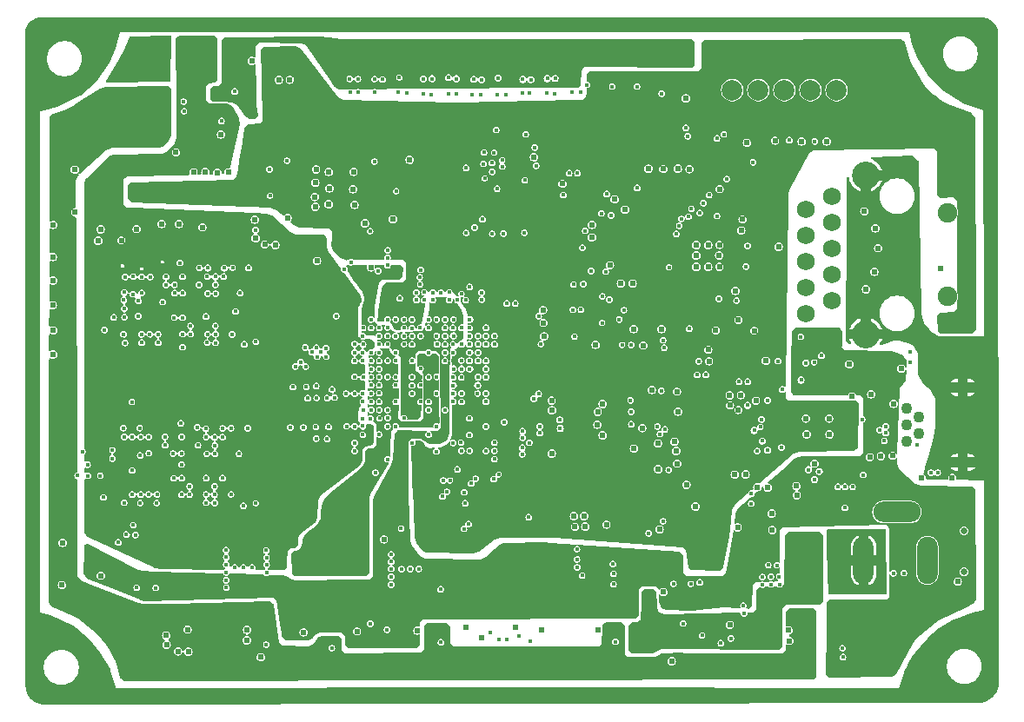
<source format=gbr>
%TF.GenerationSoftware,KiCad,Pcbnew,8.0.6*%
%TF.CreationDate,2025-01-12T20:29:37+06:00*%
%TF.ProjectId,zynq_soc_board_v1,7a796e71-5f73-46f6-935f-626f6172645f,rev?*%
%TF.SameCoordinates,Original*%
%TF.FileFunction,Copper,L3,Inr*%
%TF.FilePolarity,Positive*%
%FSLAX46Y46*%
G04 Gerber Fmt 4.6, Leading zero omitted, Abs format (unit mm)*
G04 Created by KiCad (PCBNEW 8.0.6) date 2025-01-12 20:29:37*
%MOMM*%
%LPD*%
G01*
G04 APERTURE LIST*
%TA.AperFunction,ComponentPad*%
%ADD10C,2.000000*%
%TD*%
%TA.AperFunction,ComponentPad*%
%ADD11C,1.750000*%
%TD*%
%TA.AperFunction,ComponentPad*%
%ADD12C,1.900000*%
%TD*%
%TA.AperFunction,ComponentPad*%
%ADD13C,2.700000*%
%TD*%
%TA.AperFunction,ComponentPad*%
%ADD14C,1.100000*%
%TD*%
%TA.AperFunction,ComponentPad*%
%ADD15O,2.100000X1.100000*%
%TD*%
%TA.AperFunction,ComponentPad*%
%ADD16O,2.000000X4.600000*%
%TD*%
%TA.AperFunction,ComponentPad*%
%ADD17O,4.600000X2.000000*%
%TD*%
%TA.AperFunction,ComponentPad*%
%ADD18C,0.650000*%
%TD*%
%TA.AperFunction,ViaPad*%
%ADD19C,0.450000*%
%TD*%
%TA.AperFunction,ViaPad*%
%ADD20C,0.620000*%
%TD*%
%TA.AperFunction,ViaPad*%
%ADD21C,1.000000*%
%TD*%
%TA.AperFunction,Conductor*%
%ADD22C,0.100000*%
%TD*%
G04 APERTURE END LIST*
D10*
%TO.N,/zynq_jtag/JTAG_TMS*%
%TO.C,J300*%
X181600000Y-64740000D03*
%TO.N,/zynq_jtag/JTAG_TDI*%
X184140000Y-64740000D03*
%TO.N,/zynq_jtag/JTAG_TD0*%
X186680000Y-64740000D03*
%TO.N,/zynq_jtag/JTAG_TCK*%
X189220000Y-64740000D03*
%TO.N,GND*%
X191760000Y-64740000D03*
%TO.N,+3V3*%
X194300000Y-64740000D03*
%TD*%
D11*
%TO.N,unconnected-(J800-VCC-Pad1)*%
%TO.C,J800*%
X188760000Y-86500000D03*
%TO.N,MDI0_P*%
X191300000Y-85230000D03*
%TO.N,MDI0_N*%
X188760000Y-83960000D03*
%TO.N,MDI1_P*%
X191300000Y-82690000D03*
%TO.N,MDI2_P*%
X188760000Y-81420000D03*
%TO.N,MDI2_N*%
X191300000Y-80150000D03*
%TO.N,MDI1_N*%
X188760000Y-78880000D03*
%TO.N,MDI3_P*%
X191300000Y-77610000D03*
%TO.N,MDI3_N*%
X188760000Y-76340000D03*
%TO.N,GND*%
X191300000Y-75070000D03*
D12*
%TO.N,+3V3*%
X202550000Y-87405000D03*
%TO.N,/ethernet_gigabit/ETH_LED_GR_K*%
X202550000Y-84865000D03*
%TO.N,/ethernet_gigabit/ETH_LED_YL_A*%
X202550000Y-76695000D03*
%TO.N,+3V3*%
X202550000Y-74155000D03*
D13*
%TO.N,CGND*%
X194600000Y-73035000D03*
X194600000Y-88525000D03*
%TD*%
D14*
%TO.N,+5V_USB_AB*%
%TO.C,J900*%
X198550000Y-98980000D03*
%TO.N,/USB-2-HS/USB_HS_D_N*%
X199750000Y-98180000D03*
%TO.N,/USB-2-HS/USB_HS_D_P*%
X198550000Y-97380000D03*
%TO.N,/USB-2-HS/USB_HS_ID*%
X199750000Y-96580000D03*
%TO.N,GND*%
X198550000Y-95780000D03*
D15*
%TO.N,CGND*%
X204050000Y-101030000D03*
X204050000Y-93730000D03*
%TD*%
D16*
%TO.N,+VDC*%
%TO.C,J100*%
X194390000Y-110567500D03*
%TO.N,GND*%
X200590000Y-110567500D03*
D17*
X197640000Y-105867500D03*
%TD*%
D18*
%TO.N,*%
%TO.C,J301*%
X204170000Y-107690000D03*
X204170000Y-111690000D03*
%TD*%
D19*
%TO.N,PG_1V0*%
X160840000Y-117910000D03*
X147980000Y-117320000D03*
D20*
%TO.N,GND*%
X183730000Y-88180000D03*
X116360000Y-108850000D03*
D19*
X135200000Y-89270000D03*
X144450000Y-81520000D03*
D20*
X168970000Y-98380000D03*
X197320000Y-95310000D03*
D19*
X150830000Y-84460000D03*
D20*
X191080000Y-98290000D03*
X160460000Y-117070000D03*
D19*
X159390000Y-97110000D03*
X148010325Y-97519675D03*
X174680000Y-94050000D03*
D20*
X142310000Y-72710000D03*
D19*
X199640000Y-99310000D03*
D20*
X150940000Y-117410000D03*
D19*
X195950000Y-97870000D03*
D20*
X174370000Y-99180000D03*
X117600000Y-76650000D03*
D19*
X122360000Y-104950000D03*
X131200000Y-104970000D03*
X153629675Y-95919675D03*
D20*
X194990000Y-100530000D03*
D19*
X189570000Y-91260000D03*
X150420000Y-93520000D03*
X155200000Y-92730000D03*
X169970000Y-110920000D03*
D20*
X138510000Y-63730000D03*
X137440000Y-63740000D03*
D19*
X124080000Y-89350000D03*
X123950000Y-104990000D03*
X157210000Y-85151387D03*
X122590000Y-108060000D03*
X146410000Y-87110000D03*
X130980000Y-64800000D03*
D20*
X164000000Y-94990000D03*
D19*
X184540000Y-112190000D03*
X182740000Y-115720000D03*
D20*
X187850000Y-103330000D03*
D19*
X174740000Y-65090000D03*
X148390000Y-111380000D03*
D20*
X185760000Y-69660000D03*
D19*
X174320000Y-97530000D03*
X132320000Y-111740000D03*
D20*
X145040000Y-117480000D03*
D19*
X183120000Y-93160000D03*
X125690203Y-89346850D03*
X130471288Y-88518941D03*
X138240000Y-71620000D03*
X178440000Y-112710000D03*
D20*
X193010000Y-91470000D03*
D19*
X132120000Y-82080000D03*
X192380000Y-119990000D03*
X145629676Y-95919675D03*
D20*
X162290000Y-71280000D03*
D19*
X150420000Y-92700000D03*
X155682446Y-72330000D03*
X184560000Y-112940000D03*
X167080000Y-83640000D03*
X155500000Y-103940000D03*
X177270000Y-69240000D03*
X188290000Y-88780000D03*
D20*
X140990000Y-76110000D03*
X181360000Y-116860000D03*
X178020000Y-105320000D03*
D19*
X152810000Y-97500000D03*
X123590000Y-113240000D03*
D20*
X115430000Y-83300000D03*
D19*
X150230000Y-111410000D03*
X185940000Y-111040000D03*
X166510000Y-111250000D03*
D20*
X182900000Y-102200000D03*
D19*
X127960000Y-98530000D03*
X159200000Y-72180000D03*
D20*
X126010000Y-77780000D03*
X181350000Y-94490000D03*
D19*
X182690000Y-115000000D03*
X156800403Y-94310000D03*
X153120000Y-64250000D03*
D20*
X184880000Y-91130000D03*
D19*
X141550000Y-90250000D03*
X157270000Y-77320000D03*
X150429675Y-91119675D03*
X134420000Y-97680000D03*
X155520000Y-64350000D03*
D20*
X195430000Y-82450000D03*
D19*
X169630000Y-85160000D03*
X122270000Y-97670000D03*
D20*
X122090000Y-79380000D03*
D19*
X198300000Y-111810000D03*
X155210000Y-84600000D03*
D20*
X176240000Y-101140000D03*
X193290000Y-94590000D03*
D19*
X149390000Y-111420000D03*
X131280000Y-89370000D03*
X170030000Y-111860000D03*
X157600000Y-97510000D03*
X155690000Y-78660000D03*
X132766140Y-97680000D03*
D20*
X187090000Y-117380000D03*
X182120000Y-107360000D03*
D19*
X153230000Y-118550000D03*
X152819798Y-92690191D03*
X159330000Y-78710000D03*
X148835814Y-91106368D03*
X148370000Y-109990000D03*
X155205000Y-91095745D03*
D20*
X155660000Y-117060000D03*
D19*
X132872905Y-88540550D03*
D20*
X203560000Y-112640000D03*
X183900000Y-95010000D03*
D19*
X148000402Y-89509999D03*
D20*
X169340000Y-107070000D03*
D19*
X136240000Y-111770000D03*
X169270000Y-82430000D03*
X148380000Y-110690000D03*
X160470000Y-85530000D03*
D20*
X167290000Y-107280000D03*
X191030000Y-96740000D03*
D19*
X149220000Y-85030000D03*
X136220000Y-109600000D03*
X144800000Y-92670000D03*
X152020000Y-95910000D03*
D20*
X195550000Y-78210000D03*
D19*
X151220000Y-95110000D03*
D20*
X194630000Y-84150000D03*
X175470000Y-62140000D03*
X146390000Y-82010000D03*
X134320000Y-118350000D03*
D19*
X157994987Y-64341029D03*
X132170000Y-64870000D03*
D20*
X136060000Y-79790000D03*
D19*
X125550000Y-104990000D03*
D20*
X115460000Y-88160000D03*
X171900000Y-83590000D03*
X189610000Y-101140000D03*
D19*
X132320000Y-110960000D03*
X151150000Y-82980000D03*
X171700000Y-94970000D03*
X130315000Y-97735000D03*
D20*
X172030000Y-99680000D03*
X115420000Y-81000000D03*
D19*
X157480000Y-73330000D03*
X152794200Y-99958715D03*
D20*
X181850000Y-102220000D03*
D19*
X192560000Y-103400000D03*
X130520000Y-82070000D03*
D20*
X203030000Y-102500000D03*
D19*
X132330000Y-113220000D03*
X158420000Y-99100000D03*
X149620000Y-96700000D03*
X133540000Y-100170000D03*
D20*
X177080000Y-65560000D03*
D19*
X132766140Y-104143860D03*
D20*
X178110000Y-81970000D03*
X115410000Y-85720000D03*
X170760000Y-83580000D03*
D19*
X178170000Y-92490000D03*
D20*
X180340000Y-81950000D03*
X190790000Y-69750000D03*
D19*
X166480000Y-110480000D03*
X151220000Y-93510000D03*
D20*
X180340000Y-79820000D03*
X145830000Y-77730000D03*
X179260000Y-81970000D03*
X194470000Y-76570000D03*
X126500000Y-118800000D03*
D19*
X136230000Y-110300000D03*
D20*
X182200000Y-87140000D03*
D19*
X130360000Y-104140000D03*
X153610000Y-91120000D03*
D20*
X162990000Y-117370000D03*
X144800000Y-75920000D03*
D19*
X151620000Y-84450000D03*
D20*
X174380000Y-101680000D03*
D19*
X132300000Y-109570000D03*
X170860000Y-89570000D03*
D20*
X168980000Y-95320000D03*
X200020000Y-102550000D03*
D19*
X158420000Y-88700000D03*
D20*
X144680000Y-74390000D03*
D19*
X180110000Y-69440000D03*
X135210000Y-104990000D03*
X130360000Y-104950000D03*
X156030000Y-88710000D03*
X148819914Y-92710000D03*
D20*
X187160000Y-118410000D03*
D19*
X161780000Y-106360000D03*
X161830000Y-99110000D03*
X151060000Y-111410000D03*
D20*
X182610000Y-77340000D03*
D19*
X151230000Y-91900000D03*
X146839894Y-102019216D03*
D20*
X134350000Y-117320000D03*
X141150000Y-81380000D03*
D19*
X192340000Y-119130000D03*
D20*
X178110000Y-79840000D03*
X173440000Y-72420000D03*
D19*
X148850000Y-74600000D03*
X123470000Y-108090000D03*
D20*
X172930000Y-89620000D03*
D19*
X158190000Y-71830000D03*
X158060000Y-117580000D03*
D20*
X176310000Y-96080000D03*
D19*
X148050000Y-96680000D03*
D20*
X115440000Y-90520000D03*
X183030000Y-69870000D03*
D19*
X154030000Y-84450000D03*
D20*
X119840000Y-79430000D03*
D19*
X154830000Y-101700000D03*
X161480000Y-69050000D03*
X143500000Y-64180000D03*
X142590000Y-119120000D03*
D20*
X134800000Y-67130000D03*
D19*
X165120000Y-64200000D03*
X133160000Y-111270000D03*
D20*
X187880000Y-104220000D03*
D19*
X160320000Y-64360000D03*
D20*
X117565000Y-72505000D03*
X195130000Y-94380000D03*
X127420000Y-70820000D03*
D19*
X132310000Y-110270000D03*
X155990000Y-98340000D03*
X148820000Y-95110000D03*
X155240000Y-95110000D03*
X148390000Y-112930000D03*
X131160000Y-104150000D03*
X139550000Y-91230000D03*
D20*
X180000000Y-88160000D03*
D19*
X197300000Y-111820000D03*
X126346486Y-98523172D03*
D20*
X142380000Y-74310000D03*
X174720000Y-88020000D03*
D19*
X146340000Y-116740000D03*
X144820000Y-99910000D03*
X140640000Y-90270000D03*
X166530000Y-72830000D03*
D20*
X166180000Y-106260000D03*
D19*
X185100000Y-111010000D03*
X156010324Y-96719676D03*
D20*
X198060000Y-91890000D03*
D19*
X150740000Y-64160000D03*
D20*
X196080000Y-100410000D03*
D19*
X176630000Y-77290000D03*
D20*
X176150000Y-99910000D03*
D19*
X186390000Y-99560000D03*
D20*
X144700000Y-72700000D03*
D19*
X133980000Y-105250000D03*
D20*
X178100000Y-80870000D03*
D19*
X136240000Y-110990000D03*
D20*
X128540000Y-117310000D03*
X180330000Y-80850000D03*
D19*
X185350000Y-112160000D03*
X128066140Y-88526140D03*
D20*
X147662500Y-108510000D03*
D19*
X184320000Y-97570000D03*
X150420000Y-94310000D03*
X185370000Y-112910000D03*
X153230000Y-84490000D03*
D20*
X168530000Y-117340000D03*
X127700000Y-77790000D03*
X129980000Y-78110000D03*
X135180000Y-79170000D03*
X120090000Y-112060000D03*
D19*
X157620000Y-91120000D03*
X132320000Y-112510000D03*
X182010000Y-85260000D03*
D20*
X195820000Y-80140000D03*
D19*
X134500000Y-82070000D03*
D20*
X138270000Y-77200000D03*
X167930000Y-79110000D03*
X172820000Y-97670000D03*
D19*
X170020000Y-112890000D03*
X150420000Y-99110000D03*
D20*
X201870000Y-82120000D03*
D19*
X169370000Y-74860000D03*
D20*
X175710000Y-120400000D03*
D19*
X152020000Y-95110000D03*
X131266140Y-88526140D03*
D20*
X179330000Y-91170000D03*
D19*
X148340000Y-64190000D03*
X186180000Y-112160000D03*
X162750000Y-86770000D03*
D20*
X185440000Y-106010000D03*
D19*
X131966140Y-98556140D03*
D20*
X174510000Y-107550000D03*
D19*
X145610402Y-97490277D03*
X152030000Y-92710000D03*
X132060000Y-82910000D03*
X157600403Y-99910000D03*
X145900000Y-64130000D03*
X169920000Y-64390000D03*
X145639597Y-89510001D03*
X148010000Y-81090000D03*
X125450000Y-113250000D03*
X184010000Y-99910000D03*
X193310000Y-103390000D03*
D20*
X150180000Y-71530000D03*
X188370000Y-69740000D03*
D19*
X158690000Y-74350000D03*
X150420000Y-89510000D03*
X186200000Y-112910000D03*
D20*
X115480000Y-77870000D03*
X197220000Y-100370000D03*
X132530000Y-72750000D03*
D19*
X131970000Y-97700000D03*
X134000000Y-111260000D03*
X166850000Y-86140000D03*
D20*
X135110000Y-77370000D03*
D19*
X157616643Y-87893903D03*
X134070000Y-89520000D03*
D20*
X131450000Y-72780000D03*
D19*
X130456173Y-89350000D03*
X153190000Y-113390000D03*
X148390000Y-112160000D03*
X154434777Y-87105360D03*
X172310000Y-64400000D03*
X127961059Y-104161288D03*
D20*
X188840000Y-98290000D03*
D19*
X170600000Y-87100000D03*
X128190000Y-66810000D03*
X126460000Y-82920000D03*
D20*
X116320000Y-112980000D03*
X174900000Y-113660000D03*
D19*
X134830000Y-111260000D03*
X191900000Y-103400000D03*
X128070000Y-82920000D03*
X168840000Y-76760000D03*
X167470000Y-64220000D03*
X148820000Y-93510000D03*
X162720000Y-64290000D03*
X123870000Y-97670000D03*
D20*
X179260000Y-79840000D03*
D19*
X158215000Y-72705000D03*
X128180000Y-65860000D03*
X152020000Y-87110000D03*
D20*
X131800000Y-69070000D03*
X142290000Y-75860000D03*
D19*
X157370000Y-71930000D03*
X122450000Y-89380000D03*
D20*
X165070000Y-73870000D03*
D19*
X143016597Y-86755530D03*
X158590000Y-68630000D03*
X146420000Y-93500000D03*
D20*
X188790000Y-96740000D03*
D19*
X132930000Y-82050000D03*
X166470000Y-109480000D03*
X142850000Y-94710000D03*
D20*
X168290000Y-89560000D03*
D19*
X149620000Y-87910000D03*
D20*
X182200000Y-95910000D03*
X185500000Y-107620000D03*
D19*
X152020000Y-90310000D03*
X152430000Y-84460000D03*
D20*
X148550000Y-77330000D03*
D19*
X147215494Y-98295086D03*
D20*
X186110000Y-80010000D03*
D19*
X170225000Y-118495000D03*
X166970000Y-112050000D03*
D20*
X164010000Y-100160000D03*
D19*
X133660000Y-84520000D03*
X152815000Y-94305000D03*
X162970000Y-89500000D03*
D20*
%TO.N,+1V8*%
X120910000Y-110630000D03*
X142890000Y-117180000D03*
D19*
X153220000Y-85180000D03*
X151220000Y-92710000D03*
X188150000Y-94010000D03*
D20*
X162160000Y-109320000D03*
D19*
X152070000Y-88680000D03*
D20*
X198050000Y-92860000D03*
X145070000Y-82210000D03*
D19*
X149620000Y-95110000D03*
X190160000Y-93960000D03*
X195720000Y-114870000D03*
X195780000Y-116800000D03*
D20*
X190860000Y-101390000D03*
D19*
X189170000Y-93950000D03*
D20*
X195750000Y-90730000D03*
D19*
X149610000Y-91110000D03*
X150420000Y-95910000D03*
D20*
X161230000Y-110270000D03*
D19*
X151220000Y-94310000D03*
X150420000Y-96710000D03*
X195820000Y-117790000D03*
X149620000Y-93520000D03*
D20*
X168750000Y-109730000D03*
X167740000Y-109700000D03*
D19*
X155234777Y-88707247D03*
X161960000Y-118420000D03*
X195750000Y-115720000D03*
D20*
X191720000Y-90640000D03*
D19*
X152020000Y-89510000D03*
X155230000Y-87090000D03*
D20*
X162170000Y-110270000D03*
X161230000Y-109290000D03*
D19*
X149630000Y-92680000D03*
X149200000Y-82470000D03*
D20*
X187710000Y-91550000D03*
D19*
%TO.N,+1V35*%
X129570000Y-104960000D03*
X123060000Y-97590000D03*
X132860000Y-82930000D03*
X133660000Y-83730000D03*
X145220000Y-85240000D03*
X146420000Y-89529597D03*
X130980000Y-63730000D03*
X130353860Y-103356140D03*
X131310000Y-82070000D03*
D20*
X127410000Y-110690000D03*
D19*
X127147623Y-98550000D03*
X133560000Y-99360000D03*
X127160000Y-104140000D03*
X132766140Y-98556140D03*
X145620000Y-93510000D03*
X129630000Y-89380000D03*
X146410000Y-99110000D03*
X142800000Y-90720000D03*
X133170000Y-105190000D03*
X123160000Y-104980000D03*
X131180000Y-97620000D03*
X128750000Y-98540000D03*
X135180000Y-104170000D03*
X131950000Y-104150000D03*
X145620000Y-91920000D03*
X130456173Y-87703635D03*
D20*
X128620000Y-119470000D03*
D19*
X133700000Y-82070000D03*
X132090000Y-89370000D03*
X128860000Y-82920000D03*
D20*
X127440000Y-109550000D03*
D19*
X144793568Y-95953955D03*
X124670000Y-97660000D03*
X135310000Y-82080000D03*
X142955000Y-98710000D03*
X135230000Y-97690000D03*
X127300000Y-88540000D03*
X127260000Y-82930000D03*
X124900203Y-89346091D03*
D20*
X126160000Y-109550000D03*
D19*
X133260000Y-89490000D03*
X124870000Y-82120000D03*
X131990000Y-104990000D03*
X144819999Y-87910001D03*
X132082905Y-88580000D03*
D20*
X127610000Y-119430000D03*
D19*
X122990000Y-81870000D03*
X123270000Y-89380000D03*
X124760000Y-104980000D03*
X146400402Y-97510001D03*
X133600000Y-97710000D03*
D20*
X126210000Y-110600000D03*
D19*
X135251000Y-88520000D03*
%TO.N,+0V675_REF*%
X125660000Y-88520000D03*
X129470000Y-97600000D03*
X129700000Y-82080000D03*
X148039597Y-91110000D03*
X125570000Y-104140000D03*
X148020000Y-95920000D03*
X133130000Y-64880000D03*
D20*
%TO.N,VCC*%
X188690000Y-108430000D03*
X173280000Y-113790000D03*
D19*
X174040000Y-118460000D03*
D20*
X188740000Y-109450000D03*
X189950000Y-108410000D03*
X190030000Y-109380000D03*
D19*
%TO.N,PWR_EN*%
X175870000Y-112850000D03*
X177550000Y-112860000D03*
D20*
%TO.N,+5V*%
X184050000Y-103440000D03*
X187320000Y-115860000D03*
X153140000Y-117530000D03*
D19*
X183460000Y-105030000D03*
D20*
X136390000Y-115080000D03*
X125760000Y-69820000D03*
X188680000Y-115970000D03*
X152110000Y-117540000D03*
X169680000Y-117070000D03*
X185060000Y-103480000D03*
X142970000Y-118300000D03*
D19*
X183460000Y-104070000D03*
D20*
X170660000Y-117080000D03*
X135280000Y-115060000D03*
X124410000Y-69850000D03*
D19*
%TO.N,+1V0*%
X148820000Y-96710000D03*
D20*
X139860000Y-117570000D03*
X142280000Y-110870000D03*
D19*
X148010325Y-90300325D03*
X148820000Y-91890403D03*
X152812606Y-96682474D03*
X152820000Y-91110000D03*
X152822888Y-95093418D03*
X151220000Y-91100000D03*
X152829675Y-93500325D03*
D20*
X143520000Y-110900000D03*
D19*
X148005783Y-94314217D03*
D20*
X143530000Y-109780000D03*
X142200000Y-109810000D03*
%TO.N,PG_1V8*%
X126470000Y-117890000D03*
D19*
X136220000Y-118780000D03*
D20*
%TO.N,PG_1V35*%
X134810000Y-61890000D03*
D19*
X178650000Y-117870000D03*
D20*
X135690000Y-120010000D03*
D19*
%TO.N,PG_3V3*%
X176800000Y-116720000D03*
%TO.N,+3V3*%
X173120000Y-65160000D03*
X171500000Y-65040000D03*
D20*
X139490000Y-68500000D03*
D19*
X180480000Y-70040000D03*
X158420000Y-87920000D03*
X156700000Y-71840000D03*
X162745000Y-103315000D03*
X170730000Y-65010000D03*
D20*
X163940000Y-99220000D03*
D19*
X169110000Y-65050000D03*
X170740000Y-63520000D03*
D20*
X193610000Y-97620000D03*
X150210000Y-72470000D03*
D19*
X173930000Y-65140000D03*
X156829675Y-98319675D03*
X164920000Y-107080000D03*
X169020000Y-94060000D03*
X175530000Y-82690000D03*
X148839809Y-97510202D03*
D20*
X183570000Y-76350000D03*
D19*
X173130000Y-63560000D03*
X148019999Y-92690403D03*
X155210000Y-96710000D03*
X156010403Y-94310000D03*
X173930000Y-63580000D03*
X148020000Y-100720000D03*
X171530000Y-63530000D03*
X158220000Y-73320000D03*
X150840000Y-102150000D03*
X156839598Y-99909999D03*
D20*
X172820000Y-105240000D03*
X166650000Y-69770000D03*
D19*
X148800000Y-87920000D03*
X158424217Y-95925211D03*
D20*
X168390000Y-106260000D03*
D19*
X169140000Y-63540000D03*
X159460000Y-101760000D03*
D20*
X162720000Y-77010000D03*
X125110000Y-61060000D03*
X179860000Y-107500000D03*
D19*
X168320000Y-63540000D03*
X147215360Y-87095223D03*
X154410000Y-91090690D03*
X147215360Y-95095223D03*
D20*
X178620000Y-110250000D03*
X148580000Y-78560000D03*
X143810000Y-80870000D03*
X185520000Y-70900000D03*
X179870000Y-110280000D03*
X123120000Y-74380000D03*
X173890000Y-89620000D03*
D19*
X153620000Y-99900000D03*
D20*
X179840000Y-111240000D03*
X139530000Y-69650000D03*
X169230000Y-89550000D03*
X178630000Y-111280000D03*
X134280000Y-69940000D03*
X180750000Y-107490000D03*
X154600000Y-79860000D03*
X123690000Y-61030000D03*
D19*
X181450000Y-118170000D03*
D20*
X157200000Y-118100000D03*
X126430000Y-61060000D03*
X183550000Y-96860000D03*
D19*
X159170000Y-70880000D03*
D20*
X138700000Y-60780000D03*
X176080000Y-88000000D03*
X183570000Y-99060000D03*
D19*
X151220000Y-99120000D03*
X156000402Y-92710001D03*
D20*
X159870000Y-79790000D03*
D19*
X159390000Y-93110000D03*
D20*
X182500000Y-74210000D03*
X154820000Y-109570000D03*
X137190000Y-60780000D03*
D19*
X157639598Y-90310001D03*
D20*
X173400000Y-88040000D03*
D19*
X157910000Y-74370000D03*
X168330000Y-65030000D03*
D20*
%TO.N,+0V675*%
X130280000Y-72740000D03*
D19*
X131850000Y-67760000D03*
D20*
X120070000Y-78310000D03*
X129120000Y-72760000D03*
X123590000Y-78280000D03*
D21*
%TO.N,CGND*%
X190000000Y-123500000D03*
X120000000Y-58500000D03*
X113500000Y-65000000D03*
X175000000Y-58500000D03*
X170000000Y-58500000D03*
X135000000Y-123500000D03*
X113500000Y-80000000D03*
X150000000Y-58500000D03*
X206790000Y-65020000D03*
X206790000Y-70020000D03*
X165000000Y-58500000D03*
X200000000Y-58500000D03*
X185000000Y-123500000D03*
X206790000Y-105020000D03*
X190000000Y-58500000D03*
X206790000Y-80020000D03*
X130000000Y-58500000D03*
X180000000Y-58500000D03*
X120000000Y-123500000D03*
X125000000Y-58500000D03*
X185000000Y-58500000D03*
X113500000Y-105000000D03*
X206790000Y-95020000D03*
X195000000Y-123500000D03*
X113500000Y-110000000D03*
X113500000Y-99500000D03*
X155000000Y-58500000D03*
X206790000Y-75020000D03*
X145000000Y-123500000D03*
X113500000Y-70000000D03*
X150000000Y-123500000D03*
X194999968Y-58500000D03*
X160000000Y-123500000D03*
X207000000Y-115000000D03*
X207000000Y-110000000D03*
X125000000Y-123500000D03*
X135000000Y-58500000D03*
X145000000Y-58500000D03*
X165000000Y-123500000D03*
X160000000Y-58500000D03*
X113500000Y-95000000D03*
X140000000Y-58500000D03*
X140000000Y-123500000D03*
X206790000Y-85020000D03*
X155000000Y-123500000D03*
X180000000Y-123500000D03*
X130000000Y-123500000D03*
X113500000Y-115000000D03*
X206790000Y-90020000D03*
X113500000Y-75000000D03*
X175000000Y-123500000D03*
X113500000Y-90000000D03*
X113500000Y-85000000D03*
X200000000Y-123500000D03*
X170000000Y-123500000D03*
X206790000Y-100020000D03*
D19*
%TO.N,+1V8_PLL*%
X148840364Y-90310727D03*
%TO.N,/zynq_jtag/VSUB_FILT*%
X186050000Y-91150000D03*
D20*
%TO.N,+1V8_FTDI*%
X167170000Y-106250000D03*
X177130000Y-103200000D03*
X181370000Y-95460000D03*
X164040000Y-95950000D03*
D19*
%TO.N,/zynq_processing_system_ps/MIO_VRFF_OV9*%
X151230000Y-88710000D03*
%TO.N,PS_NRST*%
X165710000Y-72830000D03*
X121790000Y-108810000D03*
X151260000Y-82260000D03*
D20*
%TO.N,PS_NPOR*%
X166280000Y-107310000D03*
D19*
X159640000Y-118270000D03*
X148824366Y-87094942D03*
X180500000Y-118640000D03*
%TO.N,/zynq_processing_system_ps/EMMC_VDDI*%
X161380000Y-73520000D03*
D20*
%TO.N,+1V8_ETH*%
X179260000Y-90040000D03*
X176290000Y-72400000D03*
X167950000Y-77860000D03*
X174880000Y-72430000D03*
D19*
X175430000Y-82000000D03*
D20*
X172010000Y-88020000D03*
X180350000Y-74380000D03*
X171160000Y-76400000D03*
%TO.N,+1V0_ETH*%
X169680000Y-81810000D03*
D19*
X180300000Y-85070000D03*
X182950000Y-81940000D03*
X183100000Y-79920000D03*
X176140000Y-78750000D03*
D20*
%TO.N,+3V3_ETH*%
X182470000Y-78430000D03*
X181900000Y-84310000D03*
%TO.N,+VDC*%
X192860000Y-109510000D03*
X191870000Y-109530000D03*
X191780000Y-108470000D03*
X192940000Y-108470000D03*
D19*
%TO.N,/zynq_jtag/USB_FTDI_D_N*%
X174563703Y-98264779D03*
X201605363Y-102021340D03*
%TO.N,/zynq_jtag/USB_FTDI_D_P*%
X175023323Y-97805159D03*
X200955363Y-102021340D03*
%TO.N,/USB-2-HS/USB_HS_D_N*%
X196566155Y-98165000D03*
%TO.N,/USB-2-HS/USB_HS_D_P*%
X196566155Y-97515000D03*
%TO.N,MIO50*%
X145160000Y-64960000D03*
%TO.N,PL_B35_L6_N*%
X156820001Y-89490403D03*
X152280000Y-65200000D03*
%TO.N,PL_B35_L7_N*%
X163580000Y-63620000D03*
X164820000Y-96870000D03*
%TO.N,PL_B35_L16_P*%
X156029676Y-90300324D03*
X153950000Y-63520000D03*
%TO.N,PL_B35_L20_N*%
X154439597Y-91910000D03*
X149940000Y-65030000D03*
%TO.N,PL_B35_L13_P*%
X157110000Y-65180000D03*
X156020000Y-91110000D03*
%TO.N,PL_B35_IO25*%
X155234777Y-91905360D03*
X159515000Y-65210000D03*
%TO.N,PL_B35_L22_N*%
X154420202Y-94315000D03*
X164300000Y-65140000D03*
%TO.N,PL_B35_L3_N*%
X157610000Y-88700403D03*
X152380000Y-63630000D03*
%TO.N,MIO51*%
X145130000Y-63660000D03*
%TO.N,PL_B35_L24_N*%
X156030000Y-91910000D03*
X158690000Y-65180000D03*
%TO.N,PL_B35_L13_N*%
X156830000Y-91110000D03*
X156290000Y-65160000D03*
%TO.N,PL_B35_L3_P*%
X156820000Y-88700403D03*
X151510000Y-63640000D03*
%TO.N,PL_B35_L6_P*%
X155994831Y-89505634D03*
X151520000Y-65140000D03*
%TO.N,PL_B35_L5_N*%
X158420000Y-89510000D03*
X154720000Y-65140000D03*
%TO.N,PL_B35_L23_N*%
X155220000Y-94290403D03*
X166010000Y-64960000D03*
%TO.N,PL_B35_L22_P*%
X163570000Y-64990000D03*
X154424640Y-93524777D03*
%TO.N,PL_B35_L8_P*%
X157620000Y-95090404D03*
X161815000Y-65042696D03*
%TO.N,PL_B35_L8_N*%
X157620000Y-94310000D03*
X161165000Y-65042696D03*
%TO.N,PL_B35_L14_N*%
X157610000Y-91910000D03*
X156430000Y-63700000D03*
%TO.N,PL_B35_L16_N*%
X156830000Y-90310000D03*
X154730000Y-63630000D03*
%TO.N,PL_B35_L11_N*%
X156810000Y-93520000D03*
X158780000Y-63560000D03*
%TO.N,PL_B35_L14_P*%
X157620000Y-92710000D03*
X157180000Y-63740000D03*
%TO.N,PL_B35_L7_P*%
X164345512Y-63599638D03*
X164840000Y-97710000D03*
%TO.N,MIO49*%
X149180000Y-63500000D03*
X152820000Y-87110000D03*
%TO.N,PL_B35_L9_N*%
X162737239Y-94352892D03*
X161200000Y-63710000D03*
%TO.N,PL_B35_L9_P*%
X162277619Y-94812512D03*
X161980000Y-63720000D03*
%TO.N,PL_B35_L20_P*%
X154400000Y-92730000D03*
X149090000Y-64950000D03*
%TO.N,PL_B35_L5_P*%
X153940000Y-65110000D03*
X157610000Y-89500000D03*
%TO.N,PL_B35_L23_P*%
X166810000Y-64950000D03*
X154420000Y-95100000D03*
%TO.N,PL_B34_L14_P*%
X162850851Y-97514205D03*
%TO.N,PL_B34_L16_P*%
X161143585Y-99585000D03*
%TO.N,PL_B34_L10_N*%
X155921599Y-107035396D03*
%TO.N,PL_B34_L11_N*%
X155190000Y-99080000D03*
%TO.N,PL_B34_L17_N*%
X158834810Y-102195190D03*
%TO.N,PL_B34_L7_P*%
X156165190Y-103074810D03*
%TO.N,PL_B34_L17_P*%
X158375190Y-102654810D03*
%TO.N,PL_B34_L18_N*%
X156020000Y-99900000D03*
%TO.N,PL_B34_L22_N*%
X158429676Y-99900324D03*
%TO.N,PL_B34_L8_N*%
X154095000Y-102774986D03*
%TO.N,PL_B34_L15_P*%
X161180000Y-97985000D03*
%TO.N,PL_B34_L10_P*%
X155461979Y-107495016D03*
%TO.N,PL_B34_L16_N*%
X161143585Y-100235000D03*
%TO.N,PL_B34_L8_P*%
X153445000Y-102774986D03*
%TO.N,PL_B34_L18_P*%
X155220202Y-99890191D03*
%TO.N,DONE*%
X149350000Y-107480000D03*
X158860000Y-118280000D03*
%TO.N,PL_B34_L22_P*%
X158420000Y-100690403D03*
%TO.N,PL_B34_L7_N*%
X156624810Y-102615190D03*
%TO.N,PL_B34_L14_N*%
X162850851Y-98164205D03*
%TO.N,PL_B34_L11_P*%
X154420000Y-99120000D03*
%TO.N,PL_B34_L15_N*%
X161180000Y-98635000D03*
%TO.N,PL_B34_L4_P*%
X153374448Y-104344068D03*
%TO.N,PL_B34_L4_N*%
X153834068Y-103884448D03*
%TO.N,TDI_0*%
X183640000Y-71780000D03*
X147229675Y-91119675D03*
X179040000Y-92480000D03*
%TO.N,TMS_0*%
X147230000Y-92700000D03*
X180770000Y-69050000D03*
X174990000Y-89850000D03*
%TO.N,/zynq_jtag/NPROGRAM*%
X135170000Y-78370000D03*
X147220000Y-93490403D03*
%TO.N,TDO_0*%
X178330000Y-91160000D03*
X187150000Y-69620000D03*
X147220000Y-90310000D03*
%TO.N,TCK_0*%
X149620000Y-89500000D03*
X189650000Y-69740000D03*
X182260000Y-93160000D03*
%TO.N,/zynq_jtag/M0*%
X146750000Y-71710000D03*
%TO.N,QSPI_DQ1_M1*%
X148020000Y-87890403D03*
D20*
X140990000Y-73770000D03*
D19*
%TO.N,/zynq_jtag/M1*%
X136530000Y-72470000D03*
%TO.N,/zynq_jtag/M2*%
X136570000Y-75020000D03*
D20*
%TO.N,QSPI_DQ2_M2*%
X140950000Y-75150000D03*
D19*
X148015000Y-81815000D03*
D20*
%TO.N,/zynq_jtag/FTDI_NRST*%
X176200000Y-94110000D03*
X182450000Y-94470000D03*
D19*
%TO.N,/zynq_jtag/FTDI_EEDATA*%
X173470000Y-107930000D03*
%TO.N,/zynq_jtag/FTDI_EECLK*%
X174850000Y-106760000D03*
%TO.N,/zynq_jtag/FTDI_EECS*%
X175420000Y-101760000D03*
D20*
%TO.N,/zynq_jtag/FTDI_REF*%
X175980000Y-99010000D03*
%TO.N,/zynq_jtag/FTDI_NPOR*%
X173750000Y-93950000D03*
%TO.N,FTDI_TX*%
X168490000Y-96090000D03*
D19*
%TO.N,UART1_RX*%
X147110000Y-82360000D03*
X171760000Y-96070000D03*
%TO.N,UART1_TX_VCFG1*%
X146420000Y-87920000D03*
X171770000Y-97310000D03*
D20*
%TO.N,FTDI_RX*%
X168470000Y-97350000D03*
D19*
%TO.N,/zynq_processing_system_ps/VCFG0*%
X148810324Y-88719676D03*
%TO.N,ETH_PHY_TXCLK*%
X176440000Y-77970000D03*
X168930000Y-84840000D03*
%TO.N,ETH_PHY_TXD0*%
X168910000Y-87420000D03*
X177628664Y-76307154D03*
D20*
%TO.N,/zynq_processing_system_ps/ETH_TXD0*%
X163230000Y-87420000D03*
D19*
X154420000Y-89510000D03*
%TO.N,ETH_PHY_TXD1*%
X178430000Y-76710000D03*
X166120000Y-83670000D03*
%TO.N,/zynq_processing_system_ps/ETH_TXD2*%
X151210000Y-87910000D03*
D20*
X163160000Y-86160000D03*
D19*
%TO.N,ETH_PHY_TXD2*%
X178800000Y-75760000D03*
X166080000Y-86160000D03*
%TO.N,ETH_PHY_TXD3*%
X167860000Y-82360000D03*
X179335001Y-74964976D03*
%TO.N,ETH_PHY_TXCTL*%
X166210000Y-88740000D03*
X177330000Y-77080000D03*
%TO.N,/zynq_processing_system_ps/ETH_TXCTL*%
X153620000Y-90310000D03*
D20*
X163280000Y-88750000D03*
D19*
%TO.N,/zynq_processing_system_ps/PS_LED*%
X147205086Y-88714506D03*
D20*
X137090000Y-79830000D03*
D19*
%TO.N,/zynq_processing_system_ps/ETH_NRST*%
X177080000Y-68420000D03*
X157190000Y-84470000D03*
%TO.N,PS_CLK_33M333*%
X148023894Y-88694456D03*
X146330000Y-78490000D03*
%TO.N,SD_D0*%
X150434777Y-88714640D03*
%TO.N,SD_D1*%
X158220000Y-78740000D03*
X149619798Y-88729809D03*
%TO.N,SD_D2*%
X156510000Y-78130000D03*
X147210000Y-87900000D03*
%TO.N,SD_D3*%
X165140000Y-74970000D03*
X149629676Y-87119676D03*
%TO.N,SD_CMD*%
X158410000Y-70830000D03*
X162380000Y-70340000D03*
X148030000Y-87110000D03*
%TO.N,/zynq_processing_system_ps/EMMC_NRST*%
X159180000Y-71570000D03*
X162500000Y-72110000D03*
%TO.N,SD_CLK*%
X150390000Y-87940000D03*
%TO.N,/zynq_programmable_logic/LED_PL*%
X155600000Y-105000000D03*
X152020000Y-98300000D03*
%TO.N,/zynq_ddr/DDR_VRN*%
X146435726Y-91113717D03*
%TO.N,/zynq_ddr/DDR_VRP*%
X147223717Y-91925726D03*
%TO.N,ETH_RXD0*%
X169810000Y-76950000D03*
X152020000Y-87910000D03*
D20*
%TO.N,ETH_RXD1*%
X170140000Y-75390000D03*
D19*
X155635000Y-85190000D03*
%TO.N,ETH_RXD2*%
X154415360Y-90324777D03*
X172330000Y-74280000D03*
D20*
%TO.N,ETH_RXD3*%
X177440000Y-72440000D03*
D19*
X154850000Y-85190000D03*
%TO.N,ETH_RXCTL*%
X153620000Y-87900000D03*
X167280000Y-78450000D03*
%TO.N,ETH_RXCLK*%
X156030000Y-83920000D03*
X167010000Y-80100000D03*
%TO.N,ETH_NINT*%
X152820000Y-88710000D03*
X171050000Y-86190000D03*
%TO.N,ETH_MDIO*%
X151210000Y-83660000D03*
X180110000Y-77010000D03*
%TO.N,PL_CLK_125MHZ*%
X177410000Y-87990000D03*
X156820000Y-92710000D03*
%TO.N,/ethernet_gigabit/ETH_LED0*%
X198900000Y-90230000D03*
X171760000Y-89570000D03*
%TO.N,/ethernet_gigabit/ETH_LED2*%
X198960000Y-91300000D03*
X174860000Y-89120000D03*
%TO.N,USB_NRST*%
X154400691Y-87899999D03*
X190280000Y-90610000D03*
%TO.N,/USB-2-HS/USB_PHY_VBUS*%
X194235000Y-96825000D03*
%TO.N,USB_CLK*%
X151620000Y-85190000D03*
X186510000Y-93910000D03*
%TO.N,USB_NXT*%
X185055000Y-94965000D03*
X155220000Y-89505634D03*
%TO.N,USB_DATA2*%
X183730000Y-97910000D03*
X152420000Y-85190000D03*
%TO.N,DDR_DQ13*%
X144800000Y-91130000D03*
X128860000Y-88520000D03*
%TO.N,DDR_DQ11*%
X145619542Y-91130079D03*
X128850000Y-87720000D03*
%TO.N,DDR_DQ15*%
X139030000Y-91670000D03*
X131260000Y-87720000D03*
%TO.N,DDR_DM1*%
X133230000Y-86310000D03*
X142020000Y-89875000D03*
%TO.N,USB_DATA3*%
X184510000Y-98930000D03*
X152834914Y-89505494D03*
%TO.N,ETH_MDC*%
X150420000Y-87110000D03*
X181060000Y-73410000D03*
%TO.N,MIO44*%
X147530000Y-63710000D03*
X153620000Y-89520000D03*
%TO.N,USB_DATA1*%
X154440000Y-88690000D03*
X184470000Y-96830000D03*
%TO.N,USB_DATA5*%
X189590000Y-102700000D03*
%TO.N,DDR_DQ14*%
X140010000Y-89820000D03*
X131253860Y-82913860D03*
%TO.N,DDR_DQS1_N*%
X142060000Y-90720000D03*
X130500000Y-84560000D03*
%TO.N,MIO47*%
X146750000Y-64950000D03*
%TO.N,DDR_DQ12*%
X130340000Y-86800000D03*
X140050000Y-91700000D03*
%TO.N,QSPI_NCS*%
X148050000Y-80350000D03*
D20*
X141060000Y-72470000D03*
D19*
%TO.N,USB_STP*%
X188770000Y-91320000D03*
X155210000Y-87900000D03*
%TO.N,MIO46*%
X156029676Y-87900324D03*
%TO.N,MIO48*%
X144360000Y-64950000D03*
%TO.N,USB_DATA7*%
X159650000Y-85530000D03*
X190069019Y-101916528D03*
%TO.N,USB_DATA6*%
X189030000Y-101730000D03*
X153610000Y-88720000D03*
%TO.N,USB_DATA4*%
X185040000Y-99830000D03*
X156034254Y-87095000D03*
%TO.N,DDR_DQ9*%
X144820458Y-89489921D03*
X131260000Y-83707623D03*
%TO.N,MIO45*%
X146740000Y-63670000D03*
%TO.N,DDR_DQS1_P*%
X131310000Y-84580000D03*
X141160000Y-90720000D03*
%TO.N,USB_DIR*%
X153629675Y-87100325D03*
X188300000Y-93000000D03*
%TO.N,USB_DATA0*%
X154025000Y-85190000D03*
X183090000Y-95460000D03*
%TO.N,DDR_DQ8*%
X129670000Y-83720000D03*
X141080000Y-89850000D03*
%TO.N,DDR_DQ10*%
X130466140Y-82926140D03*
X144830000Y-90320000D03*
%TO.N,MIO43*%
X144350000Y-63650000D03*
%TO.N,DDR_CK_N*%
X127172946Y-102562946D03*
X127250000Y-86910000D03*
X144820000Y-94320000D03*
%TO.N,USB_PHY_CPEN*%
X196420000Y-98920000D03*
X192580000Y-105450000D03*
%TO.N,DDR_CK_P*%
X127980000Y-102550000D03*
X144000403Y-94310000D03*
X128055000Y-86915000D03*
%TO.N,DDR_CKE*%
X123250000Y-107140000D03*
X128070000Y-89790000D03*
X142150000Y-94770000D03*
%TO.N,DDR_NCS*%
X126460000Y-83730000D03*
X141130000Y-94750000D03*
X126353860Y-99343860D03*
%TO.N,DDR_NRAS*%
X128060000Y-84520000D03*
X146439599Y-95910002D03*
X127950000Y-100160000D03*
%TO.N,DDR_NCAS*%
X127260000Y-84530000D03*
X147234777Y-96714640D03*
X127160000Y-100150000D03*
%TO.N,DDR_NWE*%
X127940000Y-101220000D03*
X146429675Y-95119675D03*
X127260000Y-83707623D03*
%TO.N,DDR_BA0*%
X147210000Y-94270000D03*
X123110000Y-95130000D03*
%TO.N,DDR_BA1*%
X124760000Y-104140000D03*
X124860000Y-88532377D03*
X146360000Y-96760000D03*
%TO.N,DDR_BA2*%
X146450000Y-91940000D03*
X121230000Y-100640000D03*
X123750000Y-85270000D03*
%TO.N,DDR_A0*%
X140250000Y-94770000D03*
X124770000Y-100130000D03*
%TO.N,DDR_A1*%
X141069834Y-93580166D03*
X123160000Y-101800000D03*
X123730000Y-86760000D03*
%TO.N,DDR_A2*%
X123925166Y-100354834D03*
X145620000Y-94300000D03*
X124075000Y-84505000D03*
%TO.N,DDR_A3*%
X138810000Y-93670000D03*
X124900000Y-82960000D03*
X124753860Y-98543860D03*
%TO.N,DDR_A4*%
X124047623Y-88520000D03*
X145620000Y-95115000D03*
X123960000Y-104150000D03*
%TO.N,DDR_A5*%
X123970000Y-98550000D03*
X142630000Y-93910000D03*
X124070000Y-82940000D03*
%TO.N,DDR_A6*%
X123160000Y-104150000D03*
X146410000Y-94310000D03*
X122310000Y-88530000D03*
%TO.N,DDR_A7*%
X145640000Y-92725000D03*
X123260000Y-82920000D03*
X123160000Y-98537623D03*
%TO.N,DDR_A8*%
X120460000Y-88110000D03*
X140120000Y-93670000D03*
X120350000Y-104430000D03*
%TO.N,DDR_A9*%
X146400191Y-92709798D03*
X123230000Y-84630000D03*
X121240000Y-99820000D03*
%TO.N,DDR_A10*%
X122340000Y-85215000D03*
X118810000Y-101250000D03*
X147220000Y-89520000D03*
%TO.N,DDR_A11*%
X122410000Y-86870000D03*
X120050000Y-102320000D03*
X146420000Y-90300000D03*
%TO.N,DDR_A12*%
X122390000Y-86030000D03*
X145610000Y-88710000D03*
X117830000Y-102310000D03*
%TO.N,DDR_A13*%
X122390000Y-84450000D03*
X145634914Y-87905494D03*
X118300000Y-99960000D03*
%TO.N,DDR_A14*%
X121350000Y-86890000D03*
X145600403Y-90310000D03*
X118830000Y-102330000D03*
%TO.N,DDR_ODT*%
X127800000Y-81580000D03*
X147229676Y-95919676D03*
%TO.N,DDR_NRST*%
X122465000Y-82950000D03*
X143810000Y-82210000D03*
X122385000Y-98530000D03*
%TO.N,DDR_DM2*%
X131960000Y-102550000D03*
X142290000Y-97550000D03*
%TO.N,DDR_DQ17*%
X129553860Y-99343860D03*
X139830000Y-97620000D03*
%TO.N,DDR_DQ22*%
X128760000Y-104150000D03*
X142145716Y-98742104D03*
%TO.N,DDR_DQS2_N*%
X130390000Y-100170000D03*
X144810000Y-97510000D03*
%TO.N,DDR_DQ20*%
X130360000Y-102550000D03*
X145619999Y-98329598D03*
%TO.N,DDR_DQ16*%
X138570000Y-97620000D03*
X131223437Y-99385000D03*
%TO.N,DDR_DQS2_P*%
X131200000Y-100190000D03*
X144020000Y-97500000D03*
%TO.N,DDR_DQ21*%
X144824217Y-99125211D03*
X131166140Y-103356140D03*
%TO.N,DDR_DQ18*%
X130370000Y-98550000D03*
X145592237Y-96772237D03*
%TO.N,DDR_DQ23*%
X128753860Y-103356140D03*
X141070000Y-98710000D03*
%TO.N,DDR_DQ19*%
X141050000Y-97560000D03*
X131160000Y-98572509D03*
%TO.N,+5V_USB_SW*%
X194350000Y-102240000D03*
%TO.N,DDR_A0*%
X126140000Y-85390000D03*
%TO.N,DDR_ODT*%
X127900000Y-97210000D03*
%TO.N,SD_D0*%
X161360000Y-78650000D03*
%TO.N,EMMC_CLK*%
X157420000Y-70810000D03*
%TO.N,USB_DATA5*%
X150820000Y-85180000D03*
%TD*%
D22*
%TO.N,+1V35*%
X145880000Y-89100000D02*
X145870000Y-89090000D01*
X145350000Y-89090000D02*
X145340000Y-89100000D01*
X145870000Y-89090000D02*
X145350000Y-89090000D01*
%TD*%
%TA.AperFunction,Conductor*%
%TO.N,CGND*%
G36*
X205837501Y-57673333D02*
G01*
X205851756Y-57674524D01*
X205854434Y-57674444D01*
X205854437Y-57674445D01*
X205889486Y-57673398D01*
X205893137Y-57673344D01*
X205894175Y-57673344D01*
X205898980Y-57673438D01*
X206100997Y-57681361D01*
X206117985Y-57683207D01*
X206313159Y-57718182D01*
X206329752Y-57722356D01*
X206423995Y-57753110D01*
X206518243Y-57783866D01*
X206534093Y-57790279D01*
X206645718Y-57844690D01*
X206712320Y-57877155D01*
X206727148Y-57885696D01*
X206891722Y-57996284D01*
X206905224Y-58006779D01*
X207052997Y-58138966D01*
X207064934Y-58151228D01*
X207193100Y-58302502D01*
X207203235Y-58316291D01*
X207309351Y-58483765D01*
X207317490Y-58498817D01*
X207399543Y-58679315D01*
X207405534Y-58695346D01*
X207454473Y-58860222D01*
X207459599Y-58895230D01*
X207600778Y-122199966D01*
X207599610Y-122214400D01*
X207600836Y-122251884D01*
X207600902Y-122255673D01*
X207600906Y-122257566D01*
X207600846Y-122261682D01*
X207592726Y-122522808D01*
X207591228Y-122538547D01*
X207550436Y-122793474D01*
X207546949Y-122808892D01*
X207474050Y-123056573D01*
X207468628Y-123071423D01*
X207364814Y-123307805D01*
X207357548Y-123321845D01*
X207224499Y-123543103D01*
X207215505Y-123556104D01*
X207055389Y-123758635D01*
X207044814Y-123770386D01*
X206860230Y-123950899D01*
X206848246Y-123961209D01*
X206642201Y-124116767D01*
X206629003Y-124125469D01*
X206404834Y-124253551D01*
X206390636Y-124260503D01*
X206151992Y-124359023D01*
X206137025Y-124364112D01*
X205910692Y-124425279D01*
X205878561Y-124429573D01*
X114584978Y-124591550D01*
X114578518Y-124592847D01*
X114550406Y-124595215D01*
X114387367Y-124590332D01*
X114370804Y-124588719D01*
X114151431Y-124552360D01*
X114135232Y-124548543D01*
X113922697Y-124483134D01*
X113907156Y-124477183D01*
X113705306Y-124383909D01*
X113690702Y-124375931D01*
X113503145Y-124256460D01*
X113489741Y-124246597D01*
X113346363Y-124125469D01*
X113319878Y-124103094D01*
X113307926Y-124091537D01*
X113158792Y-123926562D01*
X113148505Y-123913519D01*
X113022804Y-123730059D01*
X113014345Y-123715738D01*
X112914355Y-123517122D01*
X112907886Y-123501789D01*
X112899150Y-123476458D01*
X112835392Y-123291575D01*
X112831034Y-123275514D01*
X112818631Y-123213621D01*
X112787337Y-123057465D01*
X112785173Y-123040983D01*
X112770765Y-122814275D01*
X112770516Y-122805952D01*
X112770684Y-122760451D01*
X112770444Y-122757993D01*
X112768468Y-120888549D01*
X114549500Y-120888549D01*
X114549500Y-121111450D01*
X114549501Y-121111466D01*
X114578594Y-121332452D01*
X114578595Y-121332457D01*
X114578596Y-121332463D01*
X114609498Y-121447790D01*
X114636290Y-121547780D01*
X114636293Y-121547790D01*
X114720308Y-121750619D01*
X114721595Y-121753726D01*
X114833052Y-121946774D01*
X114833057Y-121946780D01*
X114833058Y-121946782D01*
X114968751Y-122123622D01*
X114968757Y-122123629D01*
X115126370Y-122281242D01*
X115126377Y-122281248D01*
X115172901Y-122316947D01*
X115303226Y-122416948D01*
X115496274Y-122528405D01*
X115702219Y-122613710D01*
X115917537Y-122671404D01*
X116138543Y-122700500D01*
X116138550Y-122700500D01*
X116361450Y-122700500D01*
X116361457Y-122700500D01*
X116582463Y-122671404D01*
X116797781Y-122613710D01*
X117003726Y-122528405D01*
X117196774Y-122416948D01*
X117373624Y-122281247D01*
X117531247Y-122123624D01*
X117666948Y-121946774D01*
X117778405Y-121753726D01*
X117863710Y-121547781D01*
X117921404Y-121332463D01*
X117950500Y-121111457D01*
X117950500Y-120888543D01*
X117921404Y-120667537D01*
X117863710Y-120452219D01*
X117778405Y-120246274D01*
X117666948Y-120053226D01*
X117627867Y-120002294D01*
X117531248Y-119876377D01*
X117531242Y-119876370D01*
X117373629Y-119718757D01*
X117373622Y-119718751D01*
X117196782Y-119583058D01*
X117196780Y-119583057D01*
X117196774Y-119583052D01*
X117003726Y-119471595D01*
X117003722Y-119471593D01*
X116797790Y-119386293D01*
X116797783Y-119386291D01*
X116797781Y-119386290D01*
X116582463Y-119328596D01*
X116582457Y-119328595D01*
X116582452Y-119328594D01*
X116361466Y-119299501D01*
X116361463Y-119299500D01*
X116361457Y-119299500D01*
X116138543Y-119299500D01*
X116138537Y-119299500D01*
X116138533Y-119299501D01*
X115917547Y-119328594D01*
X115917540Y-119328595D01*
X115917537Y-119328596D01*
X115868830Y-119341647D01*
X115702219Y-119386290D01*
X115702209Y-119386293D01*
X115496277Y-119471593D01*
X115496273Y-119471595D01*
X115303226Y-119583052D01*
X115303217Y-119583058D01*
X115126377Y-119718751D01*
X115126370Y-119718757D01*
X114968757Y-119876370D01*
X114968751Y-119876377D01*
X114833058Y-120053217D01*
X114833052Y-120053226D01*
X114721595Y-120246273D01*
X114721593Y-120246277D01*
X114636293Y-120452209D01*
X114636290Y-120452219D01*
X114578597Y-120667534D01*
X114578594Y-120667547D01*
X114549501Y-120888533D01*
X114549500Y-120888549D01*
X112768468Y-120888549D01*
X112711278Y-66784862D01*
X114150000Y-66784862D01*
X114150000Y-115679841D01*
X115185451Y-115896949D01*
X115213414Y-115906402D01*
X117386485Y-116943550D01*
X117411589Y-116959481D01*
X117705605Y-117200000D01*
X118983395Y-118245294D01*
X119000997Y-118262928D01*
X120043662Y-119542224D01*
X120055004Y-119558692D01*
X120993095Y-121188007D01*
X121004091Y-121213220D01*
X121140413Y-121653722D01*
X121499569Y-122814275D01*
X121553159Y-122987440D01*
X121553159Y-122987441D01*
X162450000Y-122950000D01*
X197536342Y-123012010D01*
X197846840Y-123012559D01*
X197846840Y-123012558D01*
X197846841Y-123012559D01*
X198250000Y-121800000D01*
X198446326Y-121161938D01*
X198455984Y-121139030D01*
X198553502Y-120960246D01*
X198647155Y-120788549D01*
X202499500Y-120788549D01*
X202499500Y-121011450D01*
X202499501Y-121011466D01*
X202528594Y-121232452D01*
X202528595Y-121232457D01*
X202528596Y-121232463D01*
X202586290Y-121447780D01*
X202586293Y-121447790D01*
X202671593Y-121653722D01*
X202671595Y-121653726D01*
X202783052Y-121846774D01*
X202783057Y-121846780D01*
X202783058Y-121846782D01*
X202918751Y-122023622D01*
X202918757Y-122023629D01*
X203076370Y-122181242D01*
X203076377Y-122181248D01*
X203202294Y-122277867D01*
X203253226Y-122316948D01*
X203446274Y-122428405D01*
X203652219Y-122513710D01*
X203867537Y-122571404D01*
X204088543Y-122600500D01*
X204088550Y-122600500D01*
X204311450Y-122600500D01*
X204311457Y-122600500D01*
X204532463Y-122571404D01*
X204747781Y-122513710D01*
X204953726Y-122428405D01*
X205146774Y-122316948D01*
X205323624Y-122181247D01*
X205481247Y-122023624D01*
X205616948Y-121846774D01*
X205728405Y-121653726D01*
X205813710Y-121447781D01*
X205871404Y-121232463D01*
X205900500Y-121011457D01*
X205900500Y-120788543D01*
X205871404Y-120567537D01*
X205813710Y-120352219D01*
X205728405Y-120146274D01*
X205616948Y-119953226D01*
X205481247Y-119776376D01*
X205481242Y-119776370D01*
X205323629Y-119618757D01*
X205323622Y-119618751D01*
X205146782Y-119483058D01*
X205146780Y-119483057D01*
X205146774Y-119483052D01*
X204953726Y-119371595D01*
X204953722Y-119371593D01*
X204747790Y-119286293D01*
X204747783Y-119286291D01*
X204747781Y-119286290D01*
X204532463Y-119228596D01*
X204532457Y-119228595D01*
X204532452Y-119228594D01*
X204311466Y-119199501D01*
X204311463Y-119199500D01*
X204311457Y-119199500D01*
X204088543Y-119199500D01*
X204088537Y-119199500D01*
X204088533Y-119199501D01*
X203867547Y-119228594D01*
X203867540Y-119228595D01*
X203867537Y-119228596D01*
X203679971Y-119278854D01*
X203652219Y-119286290D01*
X203652209Y-119286293D01*
X203446277Y-119371593D01*
X203446273Y-119371595D01*
X203253226Y-119483052D01*
X203253217Y-119483058D01*
X203076377Y-119618751D01*
X203076370Y-119618757D01*
X202918757Y-119776370D01*
X202918751Y-119776377D01*
X202783058Y-119953217D01*
X202783052Y-119953226D01*
X202671595Y-120146273D01*
X202671593Y-120146277D01*
X202586293Y-120352209D01*
X202586290Y-120352219D01*
X202528597Y-120567534D01*
X202528594Y-120567547D01*
X202499501Y-120788533D01*
X202499500Y-120788549D01*
X198647155Y-120788549D01*
X198748551Y-120602656D01*
X198751566Y-120597435D01*
X199295917Y-119706680D01*
X199304894Y-119693882D01*
X199393554Y-119583058D01*
X199898284Y-118952145D01*
X199901792Y-118947953D01*
X200594293Y-118156522D01*
X200606555Y-118144338D01*
X201691921Y-117206976D01*
X201709156Y-117194505D01*
X203189198Y-116306480D01*
X203211882Y-116295824D01*
X205042719Y-115652558D01*
X205057540Y-115648365D01*
X206139435Y-115413915D01*
X206164255Y-115411113D01*
X207133116Y-115400001D01*
X207133103Y-115400001D01*
X206273681Y-115400001D01*
X206206642Y-115380316D01*
X206160887Y-115327512D01*
X206149681Y-115276321D01*
X206147111Y-114280789D01*
X206117446Y-102785038D01*
X206340000Y-102790000D01*
X206380000Y-88720000D01*
X206081149Y-88719418D01*
X206024274Y-66678817D01*
X206024273Y-66678816D01*
X204115139Y-66054947D01*
X204086602Y-66041387D01*
X202013094Y-64708417D01*
X201989393Y-64688607D01*
X200657843Y-63258424D01*
X200643840Y-63240274D01*
X200553066Y-63096947D01*
X199706117Y-61759659D01*
X199695751Y-61739379D01*
X199435419Y-61088549D01*
X202099500Y-61088549D01*
X202099500Y-61311450D01*
X202099501Y-61311466D01*
X202128594Y-61532452D01*
X202128595Y-61532457D01*
X202128596Y-61532463D01*
X202184039Y-61739379D01*
X202186290Y-61747780D01*
X202186293Y-61747790D01*
X202271593Y-61953722D01*
X202271595Y-61953726D01*
X202383052Y-62146774D01*
X202383057Y-62146780D01*
X202383058Y-62146782D01*
X202518751Y-62323622D01*
X202518757Y-62323629D01*
X202676370Y-62481242D01*
X202676376Y-62481247D01*
X202853226Y-62616948D01*
X203046274Y-62728405D01*
X203252219Y-62813710D01*
X203467537Y-62871404D01*
X203688543Y-62900500D01*
X203688550Y-62900500D01*
X203911450Y-62900500D01*
X203911457Y-62900500D01*
X204132463Y-62871404D01*
X204347781Y-62813710D01*
X204553726Y-62728405D01*
X204746774Y-62616948D01*
X204923624Y-62481247D01*
X205081247Y-62323624D01*
X205216948Y-62146774D01*
X205328405Y-61953726D01*
X205413710Y-61747781D01*
X205471404Y-61532463D01*
X205500500Y-61311457D01*
X205500500Y-61088543D01*
X205471404Y-60867537D01*
X205413710Y-60652219D01*
X205328405Y-60446274D01*
X205216948Y-60253226D01*
X205138963Y-60151593D01*
X205081248Y-60076377D01*
X205081242Y-60076370D01*
X204923629Y-59918757D01*
X204923622Y-59918751D01*
X204746782Y-59783058D01*
X204746780Y-59783057D01*
X204746774Y-59783052D01*
X204553726Y-59671595D01*
X204553722Y-59671593D01*
X204347790Y-59586293D01*
X204347783Y-59586291D01*
X204347781Y-59586290D01*
X204132463Y-59528596D01*
X204132457Y-59528595D01*
X204132452Y-59528594D01*
X203911466Y-59499501D01*
X203911463Y-59499500D01*
X203911457Y-59499500D01*
X203688543Y-59499500D01*
X203688537Y-59499500D01*
X203688533Y-59499501D01*
X203467547Y-59528594D01*
X203467540Y-59528595D01*
X203467537Y-59528596D01*
X203309010Y-59571073D01*
X203252219Y-59586290D01*
X203252209Y-59586293D01*
X203046277Y-59671593D01*
X203046273Y-59671595D01*
X202853226Y-59783052D01*
X202853217Y-59783058D01*
X202676377Y-59918751D01*
X202676370Y-59918757D01*
X202518757Y-60076370D01*
X202518751Y-60076377D01*
X202383058Y-60253217D01*
X202383052Y-60253226D01*
X202271595Y-60446273D01*
X202271593Y-60446277D01*
X202186293Y-60652209D01*
X202186290Y-60652219D01*
X202128597Y-60867534D01*
X202128594Y-60867547D01*
X202099501Y-61088533D01*
X202099500Y-61088549D01*
X199435419Y-61088549D01*
X199103842Y-60259605D01*
X199097803Y-60239894D01*
X198850000Y-59100000D01*
X121971615Y-59095224D01*
X121552546Y-60690305D01*
X121545929Y-60709157D01*
X120954908Y-62038956D01*
X120943051Y-62059888D01*
X119658658Y-63887677D01*
X119638643Y-63909890D01*
X118112312Y-65239276D01*
X118085333Y-65257170D01*
X115861417Y-66344418D01*
X115837685Y-66353150D01*
X114564564Y-66678816D01*
X114150000Y-66784862D01*
X112711278Y-66784862D01*
X112705764Y-61568549D01*
X114859500Y-61568549D01*
X114859500Y-61791450D01*
X114859501Y-61791466D01*
X114888594Y-62012452D01*
X114888595Y-62012457D01*
X114888596Y-62012463D01*
X114927582Y-62157961D01*
X114946290Y-62227780D01*
X114946293Y-62227790D01*
X115031593Y-62433722D01*
X115031595Y-62433726D01*
X115143052Y-62626774D01*
X115143057Y-62626780D01*
X115143058Y-62626782D01*
X115278751Y-62803622D01*
X115278757Y-62803629D01*
X115436370Y-62961242D01*
X115436376Y-62961247D01*
X115613226Y-63096948D01*
X115806274Y-63208405D01*
X116012219Y-63293710D01*
X116227537Y-63351404D01*
X116448543Y-63380500D01*
X116448550Y-63380500D01*
X116671450Y-63380500D01*
X116671457Y-63380500D01*
X116892463Y-63351404D01*
X117107781Y-63293710D01*
X117313726Y-63208405D01*
X117506774Y-63096948D01*
X117683624Y-62961247D01*
X117841247Y-62803624D01*
X117976948Y-62626774D01*
X118088405Y-62433726D01*
X118173710Y-62227781D01*
X118231404Y-62012463D01*
X118260500Y-61791457D01*
X118260500Y-61568543D01*
X118231404Y-61347537D01*
X118173710Y-61132219D01*
X118088405Y-60926274D01*
X117976948Y-60733226D01*
X117937867Y-60682294D01*
X117841248Y-60556377D01*
X117841242Y-60556370D01*
X117683629Y-60398757D01*
X117683622Y-60398751D01*
X117506782Y-60263058D01*
X117506780Y-60263057D01*
X117506774Y-60263052D01*
X117313726Y-60151595D01*
X117313722Y-60151593D01*
X117107790Y-60066293D01*
X117107783Y-60066291D01*
X117107781Y-60066290D01*
X116892463Y-60008596D01*
X116892457Y-60008595D01*
X116892452Y-60008594D01*
X116671466Y-59979501D01*
X116671463Y-59979500D01*
X116671457Y-59979500D01*
X116448543Y-59979500D01*
X116448537Y-59979500D01*
X116448533Y-59979501D01*
X116227547Y-60008594D01*
X116227540Y-60008595D01*
X116227537Y-60008596D01*
X116103162Y-60041922D01*
X116012219Y-60066290D01*
X116012209Y-60066293D01*
X115806277Y-60151593D01*
X115806273Y-60151595D01*
X115613226Y-60263052D01*
X115613217Y-60263058D01*
X115436377Y-60398751D01*
X115436370Y-60398757D01*
X115278757Y-60556370D01*
X115278751Y-60556377D01*
X115143058Y-60733217D01*
X115143052Y-60733226D01*
X115031595Y-60926273D01*
X115031593Y-60926277D01*
X114946293Y-61132209D01*
X114946290Y-61132219D01*
X114898266Y-61311450D01*
X114888597Y-61347534D01*
X114888594Y-61347547D01*
X114859501Y-61568533D01*
X114859500Y-61568549D01*
X112705764Y-61568549D01*
X112703301Y-59238696D01*
X112703745Y-59228097D01*
X112722189Y-59011014D01*
X112724984Y-58993358D01*
X112773723Y-58784530D01*
X112779032Y-58767460D01*
X112857340Y-58567831D01*
X112865054Y-58551702D01*
X112971290Y-58365450D01*
X112981261Y-58350578D01*
X112991727Y-58337173D01*
X113113214Y-58181569D01*
X113125203Y-58168310D01*
X113280133Y-58020059D01*
X113293912Y-58008662D01*
X113468576Y-57884273D01*
X113483863Y-57874973D01*
X113674614Y-57777043D01*
X113691072Y-57770045D01*
X113893952Y-57700607D01*
X113911241Y-57696053D01*
X114113000Y-57658246D01*
X114135858Y-57656126D01*
X205837501Y-57673333D01*
G37*
%TD.AperFunction*%
%TD*%
%TA.AperFunction,Conductor*%
%TO.N,CGND*%
G36*
X199256009Y-71171411D02*
G01*
X199277400Y-71187877D01*
X199710926Y-71604161D01*
X199745648Y-71664792D01*
X199749024Y-71691574D01*
X199991819Y-86530065D01*
X200296925Y-87432286D01*
X200296926Y-87432287D01*
X200749815Y-88045879D01*
X200943074Y-88307713D01*
X201292161Y-88484358D01*
X201739998Y-88710973D01*
X203427251Y-88714254D01*
X203810000Y-88715000D01*
X205880001Y-88719027D01*
X206380000Y-88720000D01*
X206378578Y-89219997D01*
X206378579Y-89219998D01*
X206364998Y-93996924D01*
X206340000Y-102790000D01*
X205617570Y-102773894D01*
X203551946Y-102727844D01*
X203485362Y-102706670D01*
X203440796Y-102652860D01*
X203432237Y-102584477D01*
X203445617Y-102500001D01*
X203445617Y-102499997D01*
X203425276Y-102371571D01*
X203425275Y-102371569D01*
X203425275Y-102371567D01*
X203366241Y-102255706D01*
X203366239Y-102255704D01*
X203366236Y-102255700D01*
X203274299Y-102163763D01*
X203274295Y-102163760D01*
X203274294Y-102163759D01*
X203158433Y-102104725D01*
X203158431Y-102104724D01*
X203158428Y-102104723D01*
X203030002Y-102084383D01*
X203029998Y-102084383D01*
X202901571Y-102104723D01*
X202785704Y-102163760D01*
X202785700Y-102163763D01*
X202693763Y-102255700D01*
X202693760Y-102255704D01*
X202634723Y-102371571D01*
X202614383Y-102499997D01*
X202614383Y-102500002D01*
X202624044Y-102561000D01*
X202615089Y-102630294D01*
X202570093Y-102683746D01*
X202503341Y-102704385D01*
X202498807Y-102704367D01*
X200620954Y-102662505D01*
X200554370Y-102641331D01*
X200523738Y-102611885D01*
X200517477Y-102603351D01*
X200441642Y-102499982D01*
X200419150Y-102446033D01*
X200415275Y-102421567D01*
X200356241Y-102305706D01*
X200356239Y-102305704D01*
X200356236Y-102305700D01*
X200257394Y-102206858D01*
X200259872Y-102204379D01*
X200228019Y-102163044D01*
X200222062Y-102093429D01*
X200224499Y-102083526D01*
X200242558Y-102021339D01*
X200624842Y-102021339D01*
X200624842Y-102021340D01*
X200644775Y-102134384D01*
X200644777Y-102134390D01*
X200702166Y-102233791D01*
X200702171Y-102233797D01*
X200710068Y-102240423D01*
X200790102Y-102307580D01*
X200897969Y-102346840D01*
X200897971Y-102346840D01*
X201012755Y-102346840D01*
X201012757Y-102346840D01*
X201120624Y-102307580D01*
X201200660Y-102240421D01*
X201264664Y-102212410D01*
X201333656Y-102223449D01*
X201360061Y-102240417D01*
X201440102Y-102307580D01*
X201547969Y-102346840D01*
X201547971Y-102346840D01*
X201662755Y-102346840D01*
X201662757Y-102346840D01*
X201770624Y-102307580D01*
X201858557Y-102233795D01*
X201915951Y-102134385D01*
X201935884Y-102021340D01*
X201915951Y-101908295D01*
X201899614Y-101879999D01*
X201858559Y-101808888D01*
X201858558Y-101808886D01*
X201858557Y-101808885D01*
X201858555Y-101808883D01*
X201858554Y-101808882D01*
X201770625Y-101735101D01*
X201770624Y-101735100D01*
X201770621Y-101735099D01*
X201770618Y-101735097D01*
X201662759Y-101695840D01*
X201662757Y-101695840D01*
X201547969Y-101695840D01*
X201547968Y-101695840D01*
X201440111Y-101735097D01*
X201440103Y-101735100D01*
X201360066Y-101802257D01*
X201296060Y-101830269D01*
X201227068Y-101819230D01*
X201200657Y-101802256D01*
X201120625Y-101735101D01*
X201120624Y-101735100D01*
X201120621Y-101735099D01*
X201120618Y-101735097D01*
X201012759Y-101695840D01*
X201012757Y-101695840D01*
X200897969Y-101695840D01*
X200897968Y-101695840D01*
X200790103Y-101735099D01*
X200702168Y-101808886D01*
X200702166Y-101808888D01*
X200644777Y-101908289D01*
X200644775Y-101908295D01*
X200624842Y-102021339D01*
X200242558Y-102021339D01*
X200385240Y-101530000D01*
X202861803Y-101530000D01*
X202889763Y-101571846D01*
X203008152Y-101690235D01*
X203008160Y-101690241D01*
X203147371Y-101783259D01*
X203302063Y-101847334D01*
X203302071Y-101847336D01*
X203466277Y-101879999D01*
X203466280Y-101880000D01*
X203550000Y-101880000D01*
X204550000Y-101880000D01*
X204633720Y-101880000D01*
X204633722Y-101879999D01*
X204797928Y-101847336D01*
X204797936Y-101847334D01*
X204952627Y-101783259D01*
X204952628Y-101783259D01*
X205091839Y-101690241D01*
X205091847Y-101690235D01*
X205210236Y-101571846D01*
X205238197Y-101530000D01*
X204550000Y-101530000D01*
X204550000Y-101880000D01*
X203550000Y-101880000D01*
X203550000Y-101530000D01*
X202861803Y-101530000D01*
X200385240Y-101530000D01*
X200541906Y-100990504D01*
X203250001Y-100990504D01*
X203250001Y-101069496D01*
X203270445Y-101145796D01*
X203309941Y-101214205D01*
X203365796Y-101270060D01*
X203434205Y-101309556D01*
X203510505Y-101330000D01*
X204589495Y-101330000D01*
X204665795Y-101309556D01*
X204734204Y-101270060D01*
X204790059Y-101214205D01*
X204829555Y-101145796D01*
X204849999Y-101069496D01*
X204849999Y-100990504D01*
X204829555Y-100914204D01*
X204790059Y-100845795D01*
X204734204Y-100789940D01*
X204665795Y-100750444D01*
X204589495Y-100730000D01*
X203510505Y-100730000D01*
X203434205Y-100750444D01*
X203365796Y-100789940D01*
X203309941Y-100845795D01*
X203270445Y-100914204D01*
X203250001Y-100990504D01*
X200541906Y-100990504D01*
X200675633Y-100530000D01*
X202861803Y-100530000D01*
X203550000Y-100530000D01*
X204550000Y-100530000D01*
X205238197Y-100530000D01*
X205210236Y-100488153D01*
X205091847Y-100369764D01*
X205091839Y-100369758D01*
X204952628Y-100276740D01*
X204797936Y-100212665D01*
X204797928Y-100212663D01*
X204633721Y-100180000D01*
X204550000Y-100180000D01*
X204550000Y-100530000D01*
X203550000Y-100530000D01*
X203550000Y-100180000D01*
X203466279Y-100180000D01*
X203302071Y-100212663D01*
X203302063Y-100212665D01*
X203147372Y-100276740D01*
X203147371Y-100276740D01*
X203008160Y-100369758D01*
X203008152Y-100369764D01*
X202889763Y-100488153D01*
X202861803Y-100530000D01*
X200675633Y-100530000D01*
X201250564Y-98550164D01*
X201383334Y-97570044D01*
X201346666Y-94819956D01*
X201068351Y-94230000D01*
X202861803Y-94230000D01*
X202889763Y-94271846D01*
X203008152Y-94390235D01*
X203008160Y-94390241D01*
X203147371Y-94483259D01*
X203302063Y-94547334D01*
X203302071Y-94547336D01*
X203466277Y-94579999D01*
X203466280Y-94580000D01*
X203550000Y-94580000D01*
X204550000Y-94580000D01*
X204633720Y-94580000D01*
X204633722Y-94579999D01*
X204797928Y-94547336D01*
X204797936Y-94547334D01*
X204952627Y-94483259D01*
X204952628Y-94483259D01*
X205091839Y-94390241D01*
X205091847Y-94390235D01*
X205210236Y-94271846D01*
X205238197Y-94230000D01*
X204550000Y-94230000D01*
X204550000Y-94580000D01*
X203550000Y-94580000D01*
X203550000Y-94230000D01*
X202861803Y-94230000D01*
X201068351Y-94230000D01*
X200958396Y-93996924D01*
X200596465Y-93690504D01*
X203250001Y-93690504D01*
X203250001Y-93769496D01*
X203270445Y-93845796D01*
X203309941Y-93914205D01*
X203365796Y-93970060D01*
X203434205Y-94009556D01*
X203510505Y-94030000D01*
X204589495Y-94030000D01*
X204665795Y-94009556D01*
X204734204Y-93970060D01*
X204790059Y-93914205D01*
X204829555Y-93845796D01*
X204849999Y-93769496D01*
X204849999Y-93690504D01*
X204829555Y-93614204D01*
X204790059Y-93545795D01*
X204734204Y-93489940D01*
X204665795Y-93450444D01*
X204589495Y-93430000D01*
X203510505Y-93430000D01*
X203434205Y-93450444D01*
X203365796Y-93489940D01*
X203309941Y-93545795D01*
X203270445Y-93614204D01*
X203250001Y-93690504D01*
X200596465Y-93690504D01*
X200112226Y-93280535D01*
X200080115Y-93238617D01*
X200076067Y-93230000D01*
X202861803Y-93230000D01*
X203550000Y-93230000D01*
X204550000Y-93230000D01*
X205238197Y-93230000D01*
X205210236Y-93188153D01*
X205091847Y-93069764D01*
X205091839Y-93069758D01*
X204952628Y-92976740D01*
X204797936Y-92912665D01*
X204797928Y-92912663D01*
X204633721Y-92880000D01*
X204550000Y-92880000D01*
X204550000Y-93230000D01*
X203550000Y-93230000D01*
X203550000Y-92880000D01*
X203466279Y-92880000D01*
X203302071Y-92912663D01*
X203302063Y-92912665D01*
X203147372Y-92976740D01*
X203147371Y-92976740D01*
X203008160Y-93069758D01*
X203008152Y-93069764D01*
X202889763Y-93188153D01*
X202861803Y-93230000D01*
X200076067Y-93230000D01*
X199716487Y-92464481D01*
X199704729Y-92413007D01*
X199685000Y-90439975D01*
X199251528Y-89682296D01*
X199251526Y-89682295D01*
X199251526Y-89682294D01*
X198728473Y-89367704D01*
X197800054Y-89116850D01*
X197800048Y-89116849D01*
X197800047Y-89116849D01*
X197800045Y-89116849D01*
X197339954Y-89123150D01*
X197339948Y-89123152D01*
X196463714Y-89459250D01*
X196463711Y-89459252D01*
X196434318Y-89484971D01*
X196393674Y-89508672D01*
X196223749Y-89568216D01*
X196134967Y-89599326D01*
X196065190Y-89602918D01*
X196004547Y-89568216D01*
X195972293Y-89506236D01*
X195978667Y-89436658D01*
X195988234Y-89417512D01*
X196074707Y-89276401D01*
X196174096Y-89036453D01*
X196176846Y-89025000D01*
X195258130Y-89025000D01*
X195331106Y-88915784D01*
X195393296Y-88765644D01*
X195425000Y-88606255D01*
X195425000Y-88443745D01*
X195393296Y-88284356D01*
X195331106Y-88134216D01*
X195258130Y-88025000D01*
X196176846Y-88025000D01*
X196176846Y-88024999D01*
X196174096Y-88013546D01*
X196074707Y-87773598D01*
X195939009Y-87552159D01*
X195939008Y-87552158D01*
X195770333Y-87354666D01*
X195572841Y-87185991D01*
X195572840Y-87185990D01*
X195351401Y-87050292D01*
X195111455Y-86950903D01*
X195100000Y-86948152D01*
X195100000Y-87866870D01*
X194990784Y-87793894D01*
X194840644Y-87731704D01*
X194681255Y-87700000D01*
X194518745Y-87700000D01*
X194359356Y-87731704D01*
X194209216Y-87793894D01*
X194100000Y-87866870D01*
X194100000Y-86948153D01*
X194099999Y-86948152D01*
X194088544Y-86950903D01*
X193848598Y-87050292D01*
X193627159Y-87185990D01*
X193627158Y-87185991D01*
X193429666Y-87354666D01*
X193260991Y-87552158D01*
X193260990Y-87552159D01*
X193125292Y-87773598D01*
X193025903Y-88013546D01*
X193023153Y-88024999D01*
X193023154Y-88025000D01*
X193941870Y-88025000D01*
X193868894Y-88134216D01*
X193806704Y-88284356D01*
X193775000Y-88443745D01*
X193775000Y-88606255D01*
X193806704Y-88765644D01*
X193868894Y-88915784D01*
X193941870Y-89025000D01*
X193023154Y-89025000D01*
X193025903Y-89036453D01*
X193125292Y-89276401D01*
X193131446Y-89286443D01*
X193149688Y-89353889D01*
X193128571Y-89420491D01*
X193074798Y-89465103D01*
X193005442Y-89473561D01*
X192942523Y-89443180D01*
X192936026Y-89436854D01*
X192725207Y-89216023D01*
X192693153Y-89153940D01*
X192690898Y-89130197D01*
X192691568Y-88720000D01*
X192695386Y-86381911D01*
X195924500Y-86381911D01*
X195924500Y-86608088D01*
X195924501Y-86608104D01*
X195954023Y-86832347D01*
X196012567Y-87050834D01*
X196099120Y-87259794D01*
X196099127Y-87259809D01*
X196212220Y-87455692D01*
X196349915Y-87635140D01*
X196349921Y-87635147D01*
X196509852Y-87795078D01*
X196509859Y-87795084D01*
X196689307Y-87932779D01*
X196885190Y-88045872D01*
X196885205Y-88045879D01*
X196975259Y-88083180D01*
X197094166Y-88132433D01*
X197312649Y-88190976D01*
X197536905Y-88220500D01*
X197536912Y-88220500D01*
X197763088Y-88220500D01*
X197763095Y-88220500D01*
X197987351Y-88190976D01*
X198205834Y-88132433D01*
X198414806Y-88045874D01*
X198610693Y-87932779D01*
X198790142Y-87795083D01*
X198950083Y-87635142D01*
X199087779Y-87455693D01*
X199200874Y-87259806D01*
X199287433Y-87050834D01*
X199345976Y-86832351D01*
X199375500Y-86608095D01*
X199375500Y-86381905D01*
X199345976Y-86157649D01*
X199287433Y-85939166D01*
X199200874Y-85730194D01*
X199087779Y-85534307D01*
X198950083Y-85354858D01*
X198950078Y-85354852D01*
X198790147Y-85194921D01*
X198790140Y-85194915D01*
X198610692Y-85057220D01*
X198414809Y-84944127D01*
X198414794Y-84944120D01*
X198205834Y-84857567D01*
X197987347Y-84799023D01*
X197763104Y-84769501D01*
X197763101Y-84769500D01*
X197763095Y-84769500D01*
X197536905Y-84769500D01*
X197536899Y-84769500D01*
X197536895Y-84769501D01*
X197312652Y-84799023D01*
X197094165Y-84857567D01*
X196885205Y-84944120D01*
X196885190Y-84944127D01*
X196689307Y-85057220D01*
X196509859Y-85194915D01*
X196509852Y-85194921D01*
X196349921Y-85354852D01*
X196349915Y-85354859D01*
X196212220Y-85534307D01*
X196099127Y-85730190D01*
X196099120Y-85730205D01*
X196012567Y-85939165D01*
X195954023Y-86157652D01*
X195924501Y-86381895D01*
X195924500Y-86381911D01*
X192695386Y-86381911D01*
X192699031Y-84149997D01*
X194214383Y-84149997D01*
X194214383Y-84150002D01*
X194234723Y-84278428D01*
X194234724Y-84278431D01*
X194234725Y-84278433D01*
X194234785Y-84278550D01*
X194293760Y-84394295D01*
X194293763Y-84394299D01*
X194385700Y-84486236D01*
X194385704Y-84486239D01*
X194385706Y-84486241D01*
X194501567Y-84545275D01*
X194501569Y-84545275D01*
X194501571Y-84545276D01*
X194629998Y-84565617D01*
X194630000Y-84565617D01*
X194630002Y-84565617D01*
X194758428Y-84545276D01*
X194758428Y-84545275D01*
X194758433Y-84545275D01*
X194874294Y-84486241D01*
X194966241Y-84394294D01*
X195025275Y-84278433D01*
X195045617Y-84150000D01*
X195040642Y-84118590D01*
X195025276Y-84021571D01*
X195025275Y-84021569D01*
X195025275Y-84021567D01*
X194966241Y-83905706D01*
X194966239Y-83905704D01*
X194966236Y-83905700D01*
X194874299Y-83813763D01*
X194874295Y-83813760D01*
X194874294Y-83813759D01*
X194758433Y-83754725D01*
X194758431Y-83754724D01*
X194758428Y-83754723D01*
X194630002Y-83734383D01*
X194629998Y-83734383D01*
X194501571Y-83754723D01*
X194385704Y-83813760D01*
X194385700Y-83813763D01*
X194293763Y-83905700D01*
X194293760Y-83905704D01*
X194234723Y-84021571D01*
X194214383Y-84149997D01*
X192699031Y-84149997D01*
X192701807Y-82449997D01*
X195014383Y-82449997D01*
X195014383Y-82450002D01*
X195034723Y-82578428D01*
X195034724Y-82578431D01*
X195034725Y-82578433D01*
X195093759Y-82694294D01*
X195093760Y-82694295D01*
X195093763Y-82694299D01*
X195185700Y-82786236D01*
X195185704Y-82786239D01*
X195185706Y-82786241D01*
X195301567Y-82845275D01*
X195301569Y-82845275D01*
X195301571Y-82845276D01*
X195429998Y-82865617D01*
X195430000Y-82865617D01*
X195430002Y-82865617D01*
X195558428Y-82845276D01*
X195558428Y-82845275D01*
X195558433Y-82845275D01*
X195674294Y-82786241D01*
X195766241Y-82694294D01*
X195825275Y-82578433D01*
X195825276Y-82578428D01*
X195845617Y-82450002D01*
X195845617Y-82449997D01*
X195825276Y-82321571D01*
X195825275Y-82321569D01*
X195825275Y-82321567D01*
X195766241Y-82205706D01*
X195766239Y-82205704D01*
X195766236Y-82205700D01*
X195674299Y-82113763D01*
X195674295Y-82113760D01*
X195674294Y-82113759D01*
X195558433Y-82054725D01*
X195558431Y-82054724D01*
X195558428Y-82054723D01*
X195430002Y-82034383D01*
X195429998Y-82034383D01*
X195301571Y-82054723D01*
X195185704Y-82113760D01*
X195185700Y-82113763D01*
X195093763Y-82205700D01*
X195093760Y-82205704D01*
X195034723Y-82321571D01*
X195014383Y-82449997D01*
X192701807Y-82449997D01*
X192705579Y-80139997D01*
X195404383Y-80139997D01*
X195404383Y-80140002D01*
X195424723Y-80268428D01*
X195424724Y-80268431D01*
X195424725Y-80268433D01*
X195483759Y-80384294D01*
X195483760Y-80384295D01*
X195483763Y-80384299D01*
X195575700Y-80476236D01*
X195575704Y-80476239D01*
X195575706Y-80476241D01*
X195691567Y-80535275D01*
X195691569Y-80535275D01*
X195691571Y-80535276D01*
X195819998Y-80555617D01*
X195820000Y-80555617D01*
X195820002Y-80555617D01*
X195948428Y-80535276D01*
X195948428Y-80535275D01*
X195948433Y-80535275D01*
X196064294Y-80476241D01*
X196156241Y-80384294D01*
X196215275Y-80268433D01*
X196235617Y-80140000D01*
X196215275Y-80011567D01*
X196156241Y-79895706D01*
X196156239Y-79895704D01*
X196156236Y-79895700D01*
X196064299Y-79803763D01*
X196064295Y-79803760D01*
X196064294Y-79803759D01*
X195948433Y-79744725D01*
X195948431Y-79744724D01*
X195948428Y-79744723D01*
X195820002Y-79724383D01*
X195819998Y-79724383D01*
X195691571Y-79744723D01*
X195575704Y-79803760D01*
X195575700Y-79803763D01*
X195483763Y-79895700D01*
X195483760Y-79895704D01*
X195424723Y-80011571D01*
X195404383Y-80139997D01*
X192705579Y-80139997D01*
X192708731Y-78209997D01*
X195134383Y-78209997D01*
X195134383Y-78210002D01*
X195154723Y-78338428D01*
X195154724Y-78338431D01*
X195154725Y-78338433D01*
X195213759Y-78454294D01*
X195213760Y-78454295D01*
X195213763Y-78454299D01*
X195305700Y-78546236D01*
X195305704Y-78546239D01*
X195305706Y-78546241D01*
X195421567Y-78605275D01*
X195421569Y-78605275D01*
X195421571Y-78605276D01*
X195549998Y-78625617D01*
X195550000Y-78625617D01*
X195550002Y-78625617D01*
X195678428Y-78605276D01*
X195678428Y-78605275D01*
X195678433Y-78605275D01*
X195794294Y-78546241D01*
X195886241Y-78454294D01*
X195945275Y-78338433D01*
X195965617Y-78210000D01*
X195945275Y-78081567D01*
X195886241Y-77965706D01*
X195886239Y-77965704D01*
X195886236Y-77965700D01*
X195794299Y-77873763D01*
X195794295Y-77873760D01*
X195794294Y-77873759D01*
X195678433Y-77814725D01*
X195678431Y-77814724D01*
X195678428Y-77814723D01*
X195550002Y-77794383D01*
X195549998Y-77794383D01*
X195421571Y-77814723D01*
X195305704Y-77873760D01*
X195305700Y-77873763D01*
X195213763Y-77965700D01*
X195213760Y-77965704D01*
X195154723Y-78081571D01*
X195134383Y-78209997D01*
X192708731Y-78209997D01*
X192711409Y-76569997D01*
X194054383Y-76569997D01*
X194054383Y-76570002D01*
X194074723Y-76698428D01*
X194074724Y-76698431D01*
X194074725Y-76698433D01*
X194133759Y-76814294D01*
X194133760Y-76814295D01*
X194133763Y-76814299D01*
X194225700Y-76906236D01*
X194225704Y-76906239D01*
X194225706Y-76906241D01*
X194341567Y-76965275D01*
X194341569Y-76965275D01*
X194341571Y-76965276D01*
X194469998Y-76985617D01*
X194470000Y-76985617D01*
X194470002Y-76985617D01*
X194598428Y-76965276D01*
X194598428Y-76965275D01*
X194598433Y-76965275D01*
X194714294Y-76906241D01*
X194806241Y-76814294D01*
X194865275Y-76698433D01*
X194865819Y-76695000D01*
X194885617Y-76570002D01*
X194885617Y-76569997D01*
X194865276Y-76441571D01*
X194865275Y-76441569D01*
X194865275Y-76441567D01*
X194806241Y-76325706D01*
X194806239Y-76325704D01*
X194806236Y-76325700D01*
X194714299Y-76233763D01*
X194714295Y-76233760D01*
X194714294Y-76233759D01*
X194598433Y-76174725D01*
X194598431Y-76174724D01*
X194598428Y-76174723D01*
X194470002Y-76154383D01*
X194469998Y-76154383D01*
X194341571Y-76174723D01*
X194225704Y-76233760D01*
X194225700Y-76233763D01*
X194133763Y-76325700D01*
X194133760Y-76325704D01*
X194074723Y-76441571D01*
X194054383Y-76569997D01*
X192711409Y-76569997D01*
X192714051Y-74951911D01*
X195924500Y-74951911D01*
X195924500Y-75178088D01*
X195924501Y-75178104D01*
X195954023Y-75402347D01*
X196012567Y-75620834D01*
X196099120Y-75829794D01*
X196099127Y-75829809D01*
X196212220Y-76025692D01*
X196349915Y-76205140D01*
X196349921Y-76205147D01*
X196509852Y-76365078D01*
X196509859Y-76365084D01*
X196689307Y-76502779D01*
X196885190Y-76615872D01*
X196885205Y-76615879D01*
X196975259Y-76653180D01*
X197094166Y-76702433D01*
X197312649Y-76760976D01*
X197536905Y-76790500D01*
X197536912Y-76790500D01*
X197763088Y-76790500D01*
X197763095Y-76790500D01*
X197987351Y-76760976D01*
X198205834Y-76702433D01*
X198414806Y-76615874D01*
X198610693Y-76502779D01*
X198790142Y-76365083D01*
X198950083Y-76205142D01*
X199087779Y-76025693D01*
X199200874Y-75829806D01*
X199287433Y-75620834D01*
X199345976Y-75402351D01*
X199375500Y-75178095D01*
X199375500Y-74951905D01*
X199345976Y-74727649D01*
X199287433Y-74509166D01*
X199200874Y-74300194D01*
X199087779Y-74104307D01*
X199013757Y-74007840D01*
X198950084Y-73924859D01*
X198950078Y-73924852D01*
X198790147Y-73764921D01*
X198790140Y-73764915D01*
X198610692Y-73627220D01*
X198414809Y-73514127D01*
X198414794Y-73514120D01*
X198205834Y-73427567D01*
X197987347Y-73369023D01*
X197763104Y-73339501D01*
X197763101Y-73339500D01*
X197763095Y-73339500D01*
X197536905Y-73339500D01*
X197536899Y-73339500D01*
X197536895Y-73339501D01*
X197312652Y-73369023D01*
X197094165Y-73427567D01*
X196885205Y-73514120D01*
X196885190Y-73514127D01*
X196689307Y-73627220D01*
X196509859Y-73764915D01*
X196509852Y-73764921D01*
X196349921Y-73924852D01*
X196349915Y-73924859D01*
X196212220Y-74104307D01*
X196099127Y-74300190D01*
X196099120Y-74300205D01*
X196012567Y-74509165D01*
X195954023Y-74727652D01*
X195924501Y-74951895D01*
X195924500Y-74951911D01*
X192714051Y-74951911D01*
X192716762Y-73292078D01*
X192736556Y-73225073D01*
X192789435Y-73179405D01*
X192858609Y-73169574D01*
X192922118Y-73198703D01*
X192959796Y-73257543D01*
X192964379Y-73282549D01*
X192965272Y-73293902D01*
X192965274Y-73293911D01*
X193025901Y-73546445D01*
X193025906Y-73546462D01*
X193125290Y-73786397D01*
X193125292Y-73786400D01*
X193260990Y-74007840D01*
X193260991Y-74007841D01*
X193429666Y-74205333D01*
X193627158Y-74374008D01*
X193627159Y-74374009D01*
X193848598Y-74509707D01*
X194088546Y-74609096D01*
X194099999Y-74611846D01*
X194100000Y-74611846D01*
X194100000Y-73693129D01*
X194209216Y-73766106D01*
X194359356Y-73828296D01*
X194518745Y-73860000D01*
X194681255Y-73860000D01*
X194840644Y-73828296D01*
X194990784Y-73766106D01*
X195100000Y-73693129D01*
X195100000Y-74611846D01*
X195111453Y-74609096D01*
X195351401Y-74509707D01*
X195572840Y-74374009D01*
X195572841Y-74374008D01*
X195770333Y-74205333D01*
X195939008Y-74007841D01*
X195939009Y-74007840D01*
X196074707Y-73786401D01*
X196174096Y-73546453D01*
X196176846Y-73535000D01*
X195258130Y-73535000D01*
X195331106Y-73425784D01*
X195393296Y-73275644D01*
X195425000Y-73116255D01*
X195425000Y-72953745D01*
X195393296Y-72794356D01*
X195331106Y-72644216D01*
X195258130Y-72535000D01*
X196176846Y-72535000D01*
X196176846Y-72534999D01*
X196174096Y-72523546D01*
X196074707Y-72283598D01*
X195939009Y-72062159D01*
X195939008Y-72062158D01*
X195770333Y-71864666D01*
X195572841Y-71695991D01*
X195572840Y-71695990D01*
X195351400Y-71560292D01*
X195351397Y-71560290D01*
X195176760Y-71487954D01*
X195122356Y-71444113D01*
X195100291Y-71377819D01*
X195117570Y-71310120D01*
X195168707Y-71262509D01*
X195221208Y-71249429D01*
X199188514Y-71153355D01*
X199256009Y-71171411D01*
G37*
%TD.AperFunction*%
%TD*%
%TA.AperFunction,Conductor*%
%TO.N,+1V35*%
G36*
X131185600Y-59451069D02*
G01*
X131206533Y-59467812D01*
X131433468Y-59693645D01*
X131467102Y-59754886D01*
X131470000Y-59781539D01*
X131470000Y-63680250D01*
X131450315Y-63747289D01*
X131435615Y-63765954D01*
X131204683Y-64007425D01*
X131144122Y-64042269D01*
X131120598Y-64045598D01*
X130649701Y-64066619D01*
X130649700Y-64066619D01*
X130649700Y-64066620D01*
X130350000Y-64380000D01*
X130350000Y-65780000D01*
X130650000Y-66080000D01*
X132456309Y-66080000D01*
X132519059Y-66097049D01*
X132907287Y-66324833D01*
X132952781Y-66371293D01*
X133582533Y-67498218D01*
X133596969Y-67540671D01*
X133671908Y-68050369D01*
X133670302Y-68095180D01*
X132751201Y-72251469D01*
X132717506Y-72312677D01*
X132656068Y-72345951D01*
X132610729Y-72347169D01*
X132576473Y-72341743D01*
X132530000Y-72334383D01*
X132529998Y-72334383D01*
X132529997Y-72334383D01*
X132401571Y-72354723D01*
X132401567Y-72354724D01*
X132401567Y-72354725D01*
X132342689Y-72384725D01*
X132285704Y-72413760D01*
X132285700Y-72413763D01*
X132193763Y-72505700D01*
X132193760Y-72505704D01*
X132134723Y-72621571D01*
X132114383Y-72749997D01*
X132114383Y-72750003D01*
X132117454Y-72769394D01*
X132108499Y-72838687D01*
X132063502Y-72892139D01*
X131999601Y-72912705D01*
X131994237Y-72912905D01*
X131926511Y-72895732D01*
X131878820Y-72844669D01*
X131865617Y-72788991D01*
X131865617Y-72779997D01*
X131845276Y-72651571D01*
X131845275Y-72651569D01*
X131845275Y-72651567D01*
X131786241Y-72535706D01*
X131786239Y-72535704D01*
X131786236Y-72535700D01*
X131694299Y-72443763D01*
X131694295Y-72443760D01*
X131694294Y-72443759D01*
X131578433Y-72384725D01*
X131578431Y-72384724D01*
X131578428Y-72384723D01*
X131450002Y-72364383D01*
X131449998Y-72364383D01*
X131321571Y-72384723D01*
X131321567Y-72384724D01*
X131321567Y-72384725D01*
X131279018Y-72406405D01*
X131205704Y-72443760D01*
X131205700Y-72443763D01*
X131113763Y-72535700D01*
X131113760Y-72535704D01*
X131113759Y-72535706D01*
X131064916Y-72631567D01*
X131054723Y-72651571D01*
X131034383Y-72779997D01*
X131034383Y-72780000D01*
X131034606Y-72781408D01*
X131039057Y-72809510D01*
X131030101Y-72878804D01*
X130985104Y-72932255D01*
X130921193Y-72952821D01*
X130811042Y-72956919D01*
X130743317Y-72939741D01*
X130695631Y-72888674D01*
X130683123Y-72819933D01*
X130683959Y-72813607D01*
X130695617Y-72740002D01*
X130695617Y-72739997D01*
X130675276Y-72611571D01*
X130675275Y-72611569D01*
X130675275Y-72611567D01*
X130616241Y-72495706D01*
X130616239Y-72495704D01*
X130616236Y-72495700D01*
X130524299Y-72403763D01*
X130524295Y-72403760D01*
X130524294Y-72403759D01*
X130408433Y-72344725D01*
X130408431Y-72344724D01*
X130408428Y-72344723D01*
X130280002Y-72324383D01*
X130279998Y-72324383D01*
X130151571Y-72344723D01*
X130035704Y-72403760D01*
X130035700Y-72403763D01*
X129943763Y-72495700D01*
X129943760Y-72495704D01*
X129884723Y-72611571D01*
X129864383Y-72739997D01*
X129864383Y-72740003D01*
X129882207Y-72852544D01*
X129873252Y-72921837D01*
X129828256Y-72975289D01*
X129764344Y-72995855D01*
X129647353Y-73000207D01*
X129579628Y-72983028D01*
X129531941Y-72931962D01*
X129519434Y-72863221D01*
X129520270Y-72856894D01*
X129521585Y-72848596D01*
X129535617Y-72760000D01*
X129534602Y-72753592D01*
X129515276Y-72631571D01*
X129515275Y-72631569D01*
X129515275Y-72631567D01*
X129456241Y-72515706D01*
X129456239Y-72515704D01*
X129456236Y-72515700D01*
X129364299Y-72423763D01*
X129364295Y-72423760D01*
X129364294Y-72423759D01*
X129248433Y-72364725D01*
X129248431Y-72364724D01*
X129248428Y-72364723D01*
X129120002Y-72344383D01*
X129119998Y-72344383D01*
X128991571Y-72364723D01*
X128875704Y-72423760D01*
X128875700Y-72423763D01*
X128783763Y-72515700D01*
X128783760Y-72515704D01*
X128783759Y-72515706D01*
X128734916Y-72611567D01*
X128724723Y-72631571D01*
X128704383Y-72759997D01*
X128704383Y-72760002D01*
X128725853Y-72895559D01*
X128716898Y-72964853D01*
X128671902Y-73018305D01*
X128607989Y-73038871D01*
X128340493Y-73048821D01*
X128339053Y-73048866D01*
X127740795Y-73064161D01*
X127739354Y-73064190D01*
X122764453Y-73133526D01*
X122599970Y-73135819D01*
X122447949Y-73287952D01*
X122296040Y-73439973D01*
X122296040Y-73439974D01*
X122263959Y-75870024D01*
X122263959Y-75870025D01*
X122559736Y-76182585D01*
X122559735Y-76182585D01*
X123334891Y-76215131D01*
X135091196Y-76708748D01*
X135120837Y-76718821D01*
X135135435Y-76712405D01*
X135156518Y-76711491D01*
X136228622Y-76756506D01*
X136270318Y-76765608D01*
X136752736Y-76962715D01*
X136788875Y-76985414D01*
X138567210Y-78589091D01*
X139090000Y-78790000D01*
X140309348Y-78790000D01*
X140310596Y-78790006D01*
X140909498Y-78796034D01*
X140910401Y-78796048D01*
X141749195Y-78812936D01*
X141815823Y-78833966D01*
X141835547Y-78850414D01*
X142062484Y-79083537D01*
X142095142Y-79145304D01*
X142097629Y-79170869D01*
X142092026Y-80000005D01*
X142270254Y-80539807D01*
X142270254Y-80539808D01*
X143455914Y-82117190D01*
X143480459Y-82182606D01*
X143479479Y-82201993D01*
X143479479Y-82210000D01*
X143495671Y-82301831D01*
X143499412Y-82323044D01*
X143499414Y-82323050D01*
X143556803Y-82422451D01*
X143556808Y-82422457D01*
X143573434Y-82436408D01*
X143644739Y-82496240D01*
X143644743Y-82496241D01*
X143644744Y-82496242D01*
X143742429Y-82531796D01*
X143798694Y-82573221D01*
X143799141Y-82573813D01*
X145287389Y-84553754D01*
X145306133Y-84589739D01*
X145469765Y-85090426D01*
X145475890Y-85130536D01*
X145472834Y-85368918D01*
X145452292Y-85435699D01*
X145451430Y-85436985D01*
X145300011Y-85659982D01*
X145133923Y-85913806D01*
X145193599Y-88710068D01*
X145274787Y-88789543D01*
X145295433Y-88816154D01*
X145356803Y-88922451D01*
X145356808Y-88922457D01*
X145376447Y-88938936D01*
X145444739Y-88996240D01*
X145444740Y-88996240D01*
X145444741Y-88996241D01*
X145454714Y-88999871D01*
X145510978Y-89041298D01*
X145535913Y-89106566D01*
X145521603Y-89174955D01*
X145481919Y-89215919D01*
X145482648Y-89216788D01*
X145474338Y-89223760D01*
X145474337Y-89223761D01*
X145389937Y-89294581D01*
X145386402Y-89297547D01*
X145343211Y-89372356D01*
X145292643Y-89420571D01*
X145224036Y-89433793D01*
X145159172Y-89407825D01*
X145128437Y-89372355D01*
X145073654Y-89277469D01*
X145073653Y-89277467D01*
X145073652Y-89277466D01*
X145073650Y-89277464D01*
X145073649Y-89277463D01*
X144985720Y-89203682D01*
X144985719Y-89203681D01*
X144985716Y-89203680D01*
X144985713Y-89203678D01*
X144877854Y-89164421D01*
X144877852Y-89164421D01*
X144763064Y-89164421D01*
X144763063Y-89164421D01*
X144655198Y-89203680D01*
X144591715Y-89256949D01*
X144572544Y-89273036D01*
X144567263Y-89277467D01*
X144567261Y-89277469D01*
X144509872Y-89376870D01*
X144509870Y-89376876D01*
X144491149Y-89483050D01*
X144489937Y-89489921D01*
X144508553Y-89595499D01*
X144509870Y-89602965D01*
X144509872Y-89602971D01*
X144567261Y-89702372D01*
X144567266Y-89702378D01*
X144603113Y-89732457D01*
X144655197Y-89776161D01*
X144655201Y-89776162D01*
X144655202Y-89776163D01*
X144693699Y-89790175D01*
X144749964Y-89831600D01*
X144774900Y-89896869D01*
X144760591Y-89965257D01*
X144711580Y-90015054D01*
X144693702Y-90023218D01*
X144664741Y-90033759D01*
X144664740Y-90033760D01*
X144577070Y-90107324D01*
X144576805Y-90107546D01*
X144576803Y-90107548D01*
X144519414Y-90206949D01*
X144519412Y-90206955D01*
X144501152Y-90310514D01*
X144499479Y-90320000D01*
X144517706Y-90423372D01*
X144519412Y-90433044D01*
X144519414Y-90433050D01*
X144576803Y-90532451D01*
X144576808Y-90532457D01*
X144610612Y-90560822D01*
X144664739Y-90606240D01*
X144664742Y-90606241D01*
X144674137Y-90611666D01*
X144672197Y-90615025D01*
X144712161Y-90644458D01*
X144737088Y-90709729D01*
X144722770Y-90778116D01*
X144673752Y-90827906D01*
X144655889Y-90836062D01*
X144634741Y-90843759D01*
X144603468Y-90870000D01*
X144567716Y-90900000D01*
X144546805Y-90917546D01*
X144546803Y-90917548D01*
X144489414Y-91016949D01*
X144489412Y-91016955D01*
X144469768Y-91128363D01*
X144469479Y-91130000D01*
X144488154Y-91235913D01*
X144489412Y-91243044D01*
X144489414Y-91243050D01*
X144546803Y-91342451D01*
X144546808Y-91342457D01*
X144585081Y-91374572D01*
X144634739Y-91416240D01*
X144634743Y-91416241D01*
X144634744Y-91416242D01*
X144723989Y-91448724D01*
X144742606Y-91455500D01*
X144742608Y-91455500D01*
X144857392Y-91455500D01*
X144857394Y-91455500D01*
X144965261Y-91416240D01*
X145053194Y-91342455D01*
X145096960Y-91266649D01*
X145102361Y-91257295D01*
X145152928Y-91209080D01*
X145221535Y-91195856D01*
X145286399Y-91221824D01*
X145317135Y-91257295D01*
X145366345Y-91342530D01*
X145366350Y-91342536D01*
X145404443Y-91374500D01*
X145454281Y-91416319D01*
X145454285Y-91416320D01*
X145454286Y-91416321D01*
X145543314Y-91448724D01*
X145562148Y-91455579D01*
X145562150Y-91455579D01*
X145676933Y-91455579D01*
X145676936Y-91455579D01*
X145683588Y-91453157D01*
X145753313Y-91448724D01*
X145814370Y-91482691D01*
X145847370Y-91544277D01*
X145850000Y-91569678D01*
X145850000Y-92278631D01*
X145830315Y-92345670D01*
X145777511Y-92391425D01*
X145708353Y-92401369D01*
X145704469Y-92400747D01*
X145697396Y-92399500D01*
X145697394Y-92399500D01*
X145582606Y-92399500D01*
X145582605Y-92399500D01*
X145474740Y-92438759D01*
X145400689Y-92500896D01*
X145393969Y-92506535D01*
X145386805Y-92512546D01*
X145386803Y-92512548D01*
X145339555Y-92594385D01*
X145288988Y-92642601D01*
X145220381Y-92655823D01*
X145155516Y-92629855D01*
X145114988Y-92572941D01*
X145111467Y-92559371D01*
X145110588Y-92556959D01*
X145110588Y-92556955D01*
X145110269Y-92556403D01*
X145053196Y-92457548D01*
X145053195Y-92457546D01*
X145053194Y-92457545D01*
X145053192Y-92457543D01*
X145053191Y-92457542D01*
X144965262Y-92383761D01*
X144965261Y-92383760D01*
X144965258Y-92383759D01*
X144965255Y-92383757D01*
X144857396Y-92344500D01*
X144857394Y-92344500D01*
X144742606Y-92344500D01*
X144742605Y-92344500D01*
X144634740Y-92383759D01*
X144546805Y-92457546D01*
X144546803Y-92457548D01*
X144489414Y-92556949D01*
X144489412Y-92556955D01*
X144473597Y-92646648D01*
X144469479Y-92670000D01*
X144486549Y-92766811D01*
X144489412Y-92783044D01*
X144489414Y-92783050D01*
X144546803Y-92882451D01*
X144546808Y-92882457D01*
X144568480Y-92900642D01*
X144634739Y-92956240D01*
X144634743Y-92956241D01*
X144634744Y-92956242D01*
X144717999Y-92986544D01*
X144742606Y-92995500D01*
X144742608Y-92995500D01*
X144857392Y-92995500D01*
X144857394Y-92995500D01*
X144965261Y-92956240D01*
X145053194Y-92882455D01*
X145100445Y-92800612D01*
X145151010Y-92752399D01*
X145219617Y-92739175D01*
X145284482Y-92765143D01*
X145325011Y-92822056D01*
X145328531Y-92835625D01*
X145329414Y-92838050D01*
X145386803Y-92937451D01*
X145386808Y-92937457D01*
X145421462Y-92966535D01*
X145474739Y-93011240D01*
X145474743Y-93011241D01*
X145474744Y-93011242D01*
X145578512Y-93049010D01*
X145582606Y-93050500D01*
X145582608Y-93050500D01*
X145697394Y-93050500D01*
X145705843Y-93049010D01*
X145775282Y-93056752D01*
X145829513Y-93100806D01*
X145851316Y-93167187D01*
X145851369Y-93169575D01*
X145857497Y-93659902D01*
X145862542Y-93861713D01*
X145844539Y-93929224D01*
X145792895Y-93976284D01*
X145724007Y-93987953D01*
X145696173Y-93981335D01*
X145677394Y-93974500D01*
X145562606Y-93974500D01*
X145562605Y-93974500D01*
X145454740Y-94013759D01*
X145391858Y-94066524D01*
X145368276Y-94086312D01*
X145366805Y-94087546D01*
X145321613Y-94165821D01*
X145271045Y-94214036D01*
X145202438Y-94227258D01*
X145137574Y-94201290D01*
X145106839Y-94165820D01*
X145073196Y-94107548D01*
X145073195Y-94107546D01*
X145073194Y-94107545D01*
X145073192Y-94107543D01*
X145073191Y-94107542D01*
X144985262Y-94033761D01*
X144985261Y-94033760D01*
X144985258Y-94033759D01*
X144985255Y-94033757D01*
X144877396Y-93994500D01*
X144877394Y-93994500D01*
X144762606Y-93994500D01*
X144762605Y-93994500D01*
X144654740Y-94033759D01*
X144566805Y-94107546D01*
X144520475Y-94187792D01*
X144469907Y-94236007D01*
X144401300Y-94249229D01*
X144336436Y-94223261D01*
X144305701Y-94187791D01*
X144253599Y-94097548D01*
X144253598Y-94097546D01*
X144253597Y-94097545D01*
X144253595Y-94097543D01*
X144253594Y-94097542D01*
X144165665Y-94023761D01*
X144165664Y-94023760D01*
X144165661Y-94023759D01*
X144165658Y-94023757D01*
X144057799Y-93984500D01*
X144057797Y-93984500D01*
X143943009Y-93984500D01*
X143943008Y-93984500D01*
X143835143Y-94023759D01*
X143780036Y-94070000D01*
X143750674Y-94094638D01*
X143747208Y-94097546D01*
X143747206Y-94097548D01*
X143689817Y-94196949D01*
X143689815Y-94196955D01*
X143670237Y-94307989D01*
X143669882Y-94310000D01*
X143686939Y-94406737D01*
X143689815Y-94423044D01*
X143689817Y-94423050D01*
X143747206Y-94522451D01*
X143747211Y-94522457D01*
X143785867Y-94554893D01*
X143835142Y-94596240D01*
X143835146Y-94596241D01*
X143835147Y-94596242D01*
X143927422Y-94629827D01*
X143943009Y-94635500D01*
X143943011Y-94635500D01*
X144057795Y-94635500D01*
X144057797Y-94635500D01*
X144165664Y-94596240D01*
X144253597Y-94522455D01*
X144299927Y-94442207D01*
X144350493Y-94393993D01*
X144419100Y-94380769D01*
X144483965Y-94406737D01*
X144514701Y-94442207D01*
X144553394Y-94509225D01*
X144559285Y-94519429D01*
X144566805Y-94532453D01*
X144566808Y-94532457D01*
X144601253Y-94561360D01*
X144654739Y-94606240D01*
X144654743Y-94606241D01*
X144654744Y-94606242D01*
X144762603Y-94645499D01*
X144762606Y-94645500D01*
X144762608Y-94645500D01*
X144877392Y-94645500D01*
X144877394Y-94645500D01*
X144985261Y-94606240D01*
X145073194Y-94532455D01*
X145118386Y-94454178D01*
X145168952Y-94405964D01*
X145237559Y-94392740D01*
X145302424Y-94418708D01*
X145333160Y-94454179D01*
X145366803Y-94512451D01*
X145366808Y-94512457D01*
X145390641Y-94532455D01*
X145454739Y-94586240D01*
X145467754Y-94590977D01*
X145524019Y-94632403D01*
X145548956Y-94697671D01*
X145534647Y-94766060D01*
X145485636Y-94815856D01*
X145467760Y-94824020D01*
X145454742Y-94828758D01*
X145412183Y-94864469D01*
X145371278Y-94898793D01*
X145366805Y-94902546D01*
X145366803Y-94902548D01*
X145309414Y-95001949D01*
X145309412Y-95001955D01*
X145289727Y-95113596D01*
X145289479Y-95115000D01*
X145307993Y-95220000D01*
X145309412Y-95228044D01*
X145309414Y-95228050D01*
X145366803Y-95327451D01*
X145366805Y-95327454D01*
X145366806Y-95327455D01*
X145370320Y-95330404D01*
X145374113Y-95333586D01*
X145412816Y-95391758D01*
X145413924Y-95461618D01*
X145404706Y-95485236D01*
X145267081Y-95753147D01*
X145132380Y-96319993D01*
X145137619Y-96980009D01*
X145137619Y-96980010D01*
X145319410Y-97154675D01*
X145354114Y-97215316D01*
X145350524Y-97285094D01*
X145340886Y-97306092D01*
X145311894Y-97356307D01*
X145261327Y-97404522D01*
X145192719Y-97417744D01*
X145127855Y-97391776D01*
X145097120Y-97356306D01*
X145063196Y-97297548D01*
X145063195Y-97297546D01*
X145063194Y-97297545D01*
X145063192Y-97297543D01*
X145063191Y-97297542D01*
X144975262Y-97223761D01*
X144975261Y-97223760D01*
X144975258Y-97223759D01*
X144975255Y-97223757D01*
X144867396Y-97184500D01*
X144867394Y-97184500D01*
X144752606Y-97184500D01*
X144752605Y-97184500D01*
X144644740Y-97223759D01*
X144585153Y-97273759D01*
X144560787Y-97294205D01*
X144556805Y-97297546D01*
X144556803Y-97297548D01*
X144525272Y-97352161D01*
X144474704Y-97400376D01*
X144406097Y-97413597D01*
X144341233Y-97387628D01*
X144310499Y-97352159D01*
X144273196Y-97287548D01*
X144273195Y-97287546D01*
X144273194Y-97287545D01*
X144273192Y-97287543D01*
X144273191Y-97287542D01*
X144185262Y-97213761D01*
X144185261Y-97213760D01*
X144185258Y-97213759D01*
X144185255Y-97213757D01*
X144077396Y-97174500D01*
X144077394Y-97174500D01*
X143962606Y-97174500D01*
X143962605Y-97174500D01*
X143854740Y-97213759D01*
X143766805Y-97287546D01*
X143766803Y-97287548D01*
X143709414Y-97386949D01*
X143709412Y-97386955D01*
X143689665Y-97498947D01*
X143689479Y-97500000D01*
X143709117Y-97611374D01*
X143709412Y-97613044D01*
X143709414Y-97613050D01*
X143766803Y-97712451D01*
X143766808Y-97712457D01*
X143793673Y-97734999D01*
X143854739Y-97786240D01*
X143854743Y-97786241D01*
X143854744Y-97786242D01*
X143962603Y-97825499D01*
X143962606Y-97825500D01*
X143962608Y-97825500D01*
X144077392Y-97825500D01*
X144077394Y-97825500D01*
X144185261Y-97786240D01*
X144273194Y-97712455D01*
X144301590Y-97663272D01*
X144304726Y-97657840D01*
X144355293Y-97609625D01*
X144423900Y-97596401D01*
X144488764Y-97622369D01*
X144519500Y-97657840D01*
X144556803Y-97722451D01*
X144556808Y-97722457D01*
X144591158Y-97751280D01*
X144644739Y-97796240D01*
X144644743Y-97796241D01*
X144644744Y-97796242D01*
X144733857Y-97828676D01*
X144752606Y-97835500D01*
X144752608Y-97835500D01*
X144867392Y-97835500D01*
X144867394Y-97835500D01*
X144975261Y-97796240D01*
X145063194Y-97722455D01*
X145108507Y-97643969D01*
X145159073Y-97595755D01*
X145227680Y-97582531D01*
X145292545Y-97608499D01*
X145323281Y-97643969D01*
X145357207Y-97702730D01*
X145357210Y-97702734D01*
X145392163Y-97732063D01*
X145445141Y-97776517D01*
X145445145Y-97776518D01*
X145445146Y-97776519D01*
X145496367Y-97795162D01*
X145552632Y-97836587D01*
X145577568Y-97901856D01*
X145563259Y-97970244D01*
X145514248Y-98020041D01*
X145496370Y-98028205D01*
X145454740Y-98043357D01*
X145366804Y-98117144D01*
X145366802Y-98117146D01*
X145309413Y-98216547D01*
X145309411Y-98216553D01*
X145290259Y-98325171D01*
X145289478Y-98329598D01*
X145307325Y-98430815D01*
X145309411Y-98442642D01*
X145309413Y-98442648D01*
X145366802Y-98542049D01*
X145366807Y-98542055D01*
X145376276Y-98550000D01*
X145454738Y-98615838D01*
X145454742Y-98615839D01*
X145454743Y-98615840D01*
X145552516Y-98651426D01*
X145562605Y-98655098D01*
X145562607Y-98655098D01*
X145677391Y-98655098D01*
X145677393Y-98655098D01*
X145785260Y-98615838D01*
X145873193Y-98542053D01*
X145930587Y-98442643D01*
X145950520Y-98329598D01*
X145949739Y-98325171D01*
X145945301Y-98299999D01*
X145930587Y-98216553D01*
X145928029Y-98212123D01*
X145873195Y-98117146D01*
X145873194Y-98117144D01*
X145873193Y-98117143D01*
X145873191Y-98117141D01*
X145873190Y-98117140D01*
X145785261Y-98043359D01*
X145785260Y-98043358D01*
X145785257Y-98043357D01*
X145785254Y-98043355D01*
X145734034Y-98024713D01*
X145677769Y-97983288D01*
X145652833Y-97918019D01*
X145667142Y-97849631D01*
X145716153Y-97799834D01*
X145734034Y-97791669D01*
X145764632Y-97780532D01*
X145775663Y-97776517D01*
X145863596Y-97702732D01*
X145920990Y-97603322D01*
X145940923Y-97490277D01*
X145940441Y-97487546D01*
X145935152Y-97457548D01*
X145924394Y-97396538D01*
X145932138Y-97327102D01*
X145976194Y-97272873D01*
X146042536Y-97251072D01*
X146346638Y-97241325D01*
X146414272Y-97258851D01*
X146438097Y-97277387D01*
X146513199Y-97352159D01*
X146651925Y-97490277D01*
X146653763Y-97492106D01*
X146687383Y-97553355D01*
X146690228Y-97583407D01*
X146649629Y-99051747D01*
X146628099Y-99118217D01*
X146614548Y-99134794D01*
X146374196Y-99381809D01*
X146313336Y-99416130D01*
X146292140Y-99419148D01*
X145849546Y-99443511D01*
X145551786Y-99759993D01*
X145551786Y-99759994D01*
X145558039Y-100810708D01*
X145545257Y-100866282D01*
X145411801Y-101136955D01*
X145356064Y-101249999D01*
X145333893Y-101294965D01*
X145297591Y-101338942D01*
X141499062Y-104218757D01*
X141499060Y-104218759D01*
X141252276Y-104699899D01*
X141208470Y-106401063D01*
X141194158Y-106455781D01*
X140970225Y-106879776D01*
X140933102Y-106922446D01*
X139543339Y-107924540D01*
X139302361Y-108399992D01*
X139307242Y-109019755D01*
X139288086Y-109086947D01*
X139272934Y-109106358D01*
X139154313Y-109230604D01*
X139044923Y-109345180D01*
X138984394Y-109380076D01*
X138960003Y-109383461D01*
X138569779Y-109398469D01*
X138569777Y-109398470D01*
X138262926Y-109709915D01*
X138262925Y-109709916D01*
X138242516Y-110575285D01*
X138228271Y-111179277D01*
X138207012Y-111245831D01*
X138190560Y-111265436D01*
X137956523Y-111492036D01*
X137894668Y-111524527D01*
X137869190Y-111526946D01*
X136486448Y-111514913D01*
X136419582Y-111494646D01*
X136407821Y-111485908D01*
X136396951Y-111476787D01*
X136399049Y-111474286D01*
X136363319Y-111436800D01*
X136350107Y-111368191D01*
X136376087Y-111303331D01*
X136397943Y-111284397D01*
X136396950Y-111283214D01*
X136424616Y-111259999D01*
X136493194Y-111202455D01*
X136550588Y-111103045D01*
X136570521Y-110990000D01*
X136550588Y-110876955D01*
X136550536Y-110876865D01*
X136493196Y-110777548D01*
X136493195Y-110777547D01*
X136493194Y-110777545D01*
X136443435Y-110735792D01*
X136404734Y-110677622D01*
X136403626Y-110607761D01*
X136440463Y-110548391D01*
X136443389Y-110545854D01*
X136483194Y-110512455D01*
X136540588Y-110413045D01*
X136560521Y-110300000D01*
X136560214Y-110298261D01*
X136557532Y-110283054D01*
X136540588Y-110186955D01*
X136523264Y-110156949D01*
X136483196Y-110087548D01*
X136483191Y-110087542D01*
X136427478Y-110040793D01*
X136388776Y-109982621D01*
X136387668Y-109912760D01*
X136424505Y-109853391D01*
X136427454Y-109850835D01*
X136473194Y-109812455D01*
X136530588Y-109713045D01*
X136550521Y-109600000D01*
X136530588Y-109486955D01*
X136513264Y-109456949D01*
X136473196Y-109387548D01*
X136473195Y-109387546D01*
X136473194Y-109387545D01*
X136473192Y-109387543D01*
X136473191Y-109387542D01*
X136385262Y-109313761D01*
X136385261Y-109313760D01*
X136385258Y-109313759D01*
X136385255Y-109313757D01*
X136277396Y-109274500D01*
X136277394Y-109274500D01*
X136162606Y-109274500D01*
X136162605Y-109274500D01*
X136054740Y-109313759D01*
X136002555Y-109357548D01*
X135974895Y-109380758D01*
X135966805Y-109387546D01*
X135966803Y-109387548D01*
X135909414Y-109486949D01*
X135909412Y-109486955D01*
X135889479Y-109599999D01*
X135889479Y-109600000D01*
X135909412Y-109713044D01*
X135909414Y-109713050D01*
X135966803Y-109812451D01*
X135966805Y-109812454D01*
X135966806Y-109812455D01*
X136022522Y-109859206D01*
X136061224Y-109917377D01*
X136062332Y-109987238D01*
X136025496Y-110046608D01*
X136022522Y-110049184D01*
X135976808Y-110087542D01*
X135976803Y-110087548D01*
X135919414Y-110186949D01*
X135919412Y-110186955D01*
X135899786Y-110298261D01*
X135899479Y-110300000D01*
X135900613Y-110306434D01*
X135919412Y-110413044D01*
X135919414Y-110413050D01*
X135976803Y-110512451D01*
X135976804Y-110512452D01*
X135976806Y-110512455D01*
X136026565Y-110554208D01*
X136065265Y-110612377D01*
X136066373Y-110682238D01*
X136029536Y-110741608D01*
X136026564Y-110744184D01*
X135986806Y-110777545D01*
X135986803Y-110777548D01*
X135929414Y-110876949D01*
X135929412Y-110876955D01*
X135912343Y-110973760D01*
X135909479Y-110990000D01*
X135926478Y-111086408D01*
X135929412Y-111103044D01*
X135929414Y-111103050D01*
X135986803Y-111202451D01*
X135986808Y-111202457D01*
X136083050Y-111283214D01*
X136080949Y-111285716D01*
X136116669Y-111323172D01*
X136129896Y-111391778D01*
X136103933Y-111456645D01*
X136082046Y-111475613D01*
X136083039Y-111476797D01*
X136077249Y-111481654D01*
X136072861Y-111483573D01*
X136068468Y-111487381D01*
X136065358Y-111489177D01*
X136064288Y-111487324D01*
X136013237Y-111509658D01*
X135996478Y-111510648D01*
X135264145Y-111504276D01*
X135197279Y-111484009D01*
X135151986Y-111430809D01*
X135142644Y-111361567D01*
X135143092Y-111358843D01*
X135160521Y-111260000D01*
X135159324Y-111253214D01*
X135152857Y-111216535D01*
X135140588Y-111146955D01*
X135137612Y-111141801D01*
X135083196Y-111047548D01*
X135083195Y-111047546D01*
X135083194Y-111047545D01*
X135083192Y-111047543D01*
X135083191Y-111047542D01*
X134995262Y-110973761D01*
X134995261Y-110973760D01*
X134995258Y-110973759D01*
X134995255Y-110973757D01*
X134887396Y-110934500D01*
X134887394Y-110934500D01*
X134772606Y-110934500D01*
X134772605Y-110934500D01*
X134664740Y-110973759D01*
X134576805Y-111047546D01*
X134522387Y-111141801D01*
X134471820Y-111190016D01*
X134403212Y-111203238D01*
X134338348Y-111177270D01*
X134307613Y-111141801D01*
X134262461Y-111063596D01*
X134253194Y-111047545D01*
X134253191Y-111047543D01*
X134253191Y-111047542D01*
X134165262Y-110973761D01*
X134165261Y-110973760D01*
X134165258Y-110973759D01*
X134165255Y-110973757D01*
X134057396Y-110934500D01*
X134057394Y-110934500D01*
X133942606Y-110934500D01*
X133942605Y-110934500D01*
X133834740Y-110973759D01*
X133746805Y-111047546D01*
X133746803Y-111047548D01*
X133684500Y-111155461D01*
X133633933Y-111203677D01*
X133565326Y-111216899D01*
X133500461Y-111190931D01*
X133469726Y-111155461D01*
X133413196Y-111057548D01*
X133413195Y-111057546D01*
X133413194Y-111057545D01*
X133413192Y-111057543D01*
X133413191Y-111057542D01*
X133325262Y-110983761D01*
X133325261Y-110983760D01*
X133325258Y-110983759D01*
X133325255Y-110983757D01*
X133217396Y-110944500D01*
X133217394Y-110944500D01*
X133102606Y-110944500D01*
X133102605Y-110944500D01*
X132994740Y-110983759D01*
X132906805Y-111057546D01*
X132906803Y-111057548D01*
X132864689Y-111130491D01*
X132814122Y-111178705D01*
X132745514Y-111191927D01*
X132680650Y-111165958D01*
X132640122Y-111109044D01*
X132635187Y-111046960D01*
X132650521Y-110960000D01*
X132630588Y-110846955D01*
X132628646Y-110843592D01*
X132573196Y-110747548D01*
X132573195Y-110747547D01*
X132573194Y-110747545D01*
X132523435Y-110705792D01*
X132484734Y-110647622D01*
X132483626Y-110577761D01*
X132520463Y-110518391D01*
X132523389Y-110515854D01*
X132563194Y-110482455D01*
X132620588Y-110383045D01*
X132640521Y-110270000D01*
X132620588Y-110156955D01*
X132607102Y-110133597D01*
X132563196Y-110057548D01*
X132563191Y-110057542D01*
X132507478Y-110010793D01*
X132468776Y-109952621D01*
X132467668Y-109882760D01*
X132504505Y-109823391D01*
X132507454Y-109820835D01*
X132553194Y-109782455D01*
X132610588Y-109683045D01*
X132630521Y-109570000D01*
X132610588Y-109456955D01*
X132580288Y-109404474D01*
X132553196Y-109357548D01*
X132553195Y-109357546D01*
X132553194Y-109357545D01*
X132553192Y-109357543D01*
X132553191Y-109357542D01*
X132465262Y-109283761D01*
X132465261Y-109283760D01*
X132465258Y-109283759D01*
X132465255Y-109283757D01*
X132357396Y-109244500D01*
X132357394Y-109244500D01*
X132242606Y-109244500D01*
X132242605Y-109244500D01*
X132134740Y-109283759D01*
X132046805Y-109357546D01*
X132046803Y-109357548D01*
X131989414Y-109456949D01*
X131989412Y-109456955D01*
X131971876Y-109556408D01*
X131969479Y-109570000D01*
X131987722Y-109673463D01*
X131989412Y-109683044D01*
X131989414Y-109683050D01*
X132046803Y-109782451D01*
X132046805Y-109782454D01*
X132046806Y-109782455D01*
X132102522Y-109829206D01*
X132141224Y-109887377D01*
X132142332Y-109957238D01*
X132105496Y-110016608D01*
X132102522Y-110019184D01*
X132056808Y-110057542D01*
X132056803Y-110057548D01*
X131999414Y-110156949D01*
X131999412Y-110156955D01*
X131979479Y-110269999D01*
X131979479Y-110270000D01*
X131999412Y-110383044D01*
X131999414Y-110383050D01*
X132056803Y-110482451D01*
X132056804Y-110482452D01*
X132056806Y-110482455D01*
X132106565Y-110524208D01*
X132145265Y-110582377D01*
X132146373Y-110652238D01*
X132109536Y-110711608D01*
X132106564Y-110714184D01*
X132066806Y-110747545D01*
X132066803Y-110747548D01*
X132009414Y-110846949D01*
X132009412Y-110846955D01*
X131989479Y-110960000D01*
X132006679Y-111057548D01*
X132009412Y-111073044D01*
X132009414Y-111073050D01*
X132066803Y-111172451D01*
X132066808Y-111172457D01*
X132163050Y-111253214D01*
X132160949Y-111255716D01*
X132196669Y-111293172D01*
X132209896Y-111361778D01*
X132183933Y-111426645D01*
X132161997Y-111445655D01*
X132162989Y-111446839D01*
X132162051Y-111447625D01*
X132157361Y-111449673D01*
X132148468Y-111457381D01*
X132145358Y-111459177D01*
X132143393Y-111455775D01*
X132098024Y-111475595D01*
X132081330Y-111476577D01*
X125893130Y-111422725D01*
X125867174Y-111419746D01*
X125513036Y-111340615D01*
X125320252Y-111297537D01*
X125295491Y-111289182D01*
X119903651Y-108810000D01*
X121459479Y-108810000D01*
X121472800Y-108885549D01*
X121479412Y-108923044D01*
X121479414Y-108923050D01*
X121536803Y-109022451D01*
X121536808Y-109022457D01*
X121580772Y-109059347D01*
X121624739Y-109096240D01*
X121732606Y-109135500D01*
X121732608Y-109135500D01*
X121847392Y-109135500D01*
X121847394Y-109135500D01*
X121955261Y-109096240D01*
X122043194Y-109022455D01*
X122100588Y-108923045D01*
X122120521Y-108810000D01*
X122100588Y-108696955D01*
X122047743Y-108605425D01*
X122043196Y-108597548D01*
X122043195Y-108597546D01*
X122043194Y-108597545D01*
X122043192Y-108597543D01*
X122043191Y-108597542D01*
X121955262Y-108523761D01*
X121955261Y-108523760D01*
X121955258Y-108523759D01*
X121955255Y-108523757D01*
X121847396Y-108484500D01*
X121847394Y-108484500D01*
X121732606Y-108484500D01*
X121732605Y-108484500D01*
X121624740Y-108523759D01*
X121536805Y-108597546D01*
X121536803Y-108597548D01*
X121479414Y-108696949D01*
X121479412Y-108696955D01*
X121462775Y-108791310D01*
X121459479Y-108810000D01*
X119903651Y-108810000D01*
X119011947Y-108399992D01*
X118795568Y-108300500D01*
X118742970Y-108254746D01*
X118618168Y-108059999D01*
X122259479Y-108059999D01*
X122259479Y-108060000D01*
X122279412Y-108173044D01*
X122279414Y-108173050D01*
X122336803Y-108272451D01*
X122336808Y-108272457D01*
X122372554Y-108302451D01*
X122424739Y-108346240D01*
X122424743Y-108346241D01*
X122424744Y-108346242D01*
X122516011Y-108379460D01*
X122532606Y-108385500D01*
X122532608Y-108385500D01*
X122647392Y-108385500D01*
X122647394Y-108385500D01*
X122755261Y-108346240D01*
X122843194Y-108272455D01*
X122900588Y-108173045D01*
X122905239Y-108146666D01*
X122936266Y-108084064D01*
X122947768Y-108077177D01*
X123104957Y-108077177D01*
X123123597Y-108090010D01*
X123149470Y-108146665D01*
X123155913Y-108183201D01*
X123159412Y-108203044D01*
X123159414Y-108203050D01*
X123216803Y-108302451D01*
X123216805Y-108302453D01*
X123216806Y-108302455D01*
X123304739Y-108376240D01*
X123304743Y-108376241D01*
X123304744Y-108376242D01*
X123412603Y-108415499D01*
X123412606Y-108415500D01*
X123412608Y-108415500D01*
X123527392Y-108415500D01*
X123527394Y-108415500D01*
X123635261Y-108376240D01*
X123723194Y-108302455D01*
X123780588Y-108203045D01*
X123800521Y-108090000D01*
X123780588Y-107976955D01*
X123778489Y-107973320D01*
X123723196Y-107877548D01*
X123723195Y-107877546D01*
X123723194Y-107877545D01*
X123723192Y-107877543D01*
X123723191Y-107877542D01*
X123655229Y-107820515D01*
X123635261Y-107803760D01*
X123635258Y-107803759D01*
X123635255Y-107803757D01*
X123527396Y-107764500D01*
X123527394Y-107764500D01*
X123412606Y-107764500D01*
X123412605Y-107764500D01*
X123304740Y-107803759D01*
X123216805Y-107877546D01*
X123216803Y-107877548D01*
X123159414Y-107976949D01*
X123159412Y-107976954D01*
X123154760Y-108003336D01*
X123123731Y-108065938D01*
X123104957Y-108077177D01*
X122947768Y-108077177D01*
X122955042Y-108072822D01*
X122936399Y-108059986D01*
X122910529Y-108003333D01*
X122900588Y-107946955D01*
X122895800Y-107938662D01*
X122843196Y-107847548D01*
X122843195Y-107847546D01*
X122843194Y-107847545D01*
X122843192Y-107847543D01*
X122843191Y-107847542D01*
X122755262Y-107773761D01*
X122755261Y-107773760D01*
X122755258Y-107773759D01*
X122755255Y-107773757D01*
X122647396Y-107734500D01*
X122647394Y-107734500D01*
X122532606Y-107734500D01*
X122532605Y-107734500D01*
X122424740Y-107773759D01*
X122379374Y-107811826D01*
X122341172Y-107843882D01*
X122336805Y-107847546D01*
X122336803Y-107847548D01*
X122279414Y-107946949D01*
X122279412Y-107946955D01*
X122259479Y-108059999D01*
X118618168Y-108059999D01*
X118509598Y-107890581D01*
X118490000Y-107823676D01*
X118490000Y-107140000D01*
X122919479Y-107140000D01*
X122938849Y-107249854D01*
X122939412Y-107253044D01*
X122939414Y-107253050D01*
X122996803Y-107352451D01*
X122996808Y-107352457D01*
X123024183Y-107375427D01*
X123084739Y-107426240D01*
X123084743Y-107426241D01*
X123084744Y-107426242D01*
X123164925Y-107455425D01*
X123192606Y-107465500D01*
X123192608Y-107465500D01*
X123307392Y-107465500D01*
X123307394Y-107465500D01*
X123415261Y-107426240D01*
X123503194Y-107352455D01*
X123560588Y-107253045D01*
X123580521Y-107140000D01*
X123560588Y-107026955D01*
X123554443Y-107016312D01*
X123503196Y-106927548D01*
X123503195Y-106927546D01*
X123503194Y-106927545D01*
X123503192Y-106927543D01*
X123503191Y-106927542D01*
X123415262Y-106853761D01*
X123415261Y-106853760D01*
X123415258Y-106853759D01*
X123415255Y-106853757D01*
X123307396Y-106814500D01*
X123307394Y-106814500D01*
X123192606Y-106814500D01*
X123192605Y-106814500D01*
X123084740Y-106853759D01*
X122996805Y-106927546D01*
X122996803Y-106927548D01*
X122939414Y-107026949D01*
X122939412Y-107026955D01*
X122919479Y-107140000D01*
X118490000Y-107140000D01*
X118490000Y-104949999D01*
X122029479Y-104949999D01*
X122029479Y-104950000D01*
X122049412Y-105063044D01*
X122049414Y-105063050D01*
X122106803Y-105162451D01*
X122106805Y-105162453D01*
X122106806Y-105162455D01*
X122194739Y-105236240D01*
X122194743Y-105236241D01*
X122194744Y-105236242D01*
X122302603Y-105275499D01*
X122302606Y-105275500D01*
X122302608Y-105275500D01*
X122417392Y-105275500D01*
X122417394Y-105275500D01*
X122525261Y-105236240D01*
X122613194Y-105162455D01*
X122670588Y-105063045D01*
X122690521Y-104950000D01*
X122670588Y-104836955D01*
X122670346Y-104836536D01*
X122613196Y-104737548D01*
X122613195Y-104737546D01*
X122613194Y-104737545D01*
X122613192Y-104737543D01*
X122613191Y-104737542D01*
X122525262Y-104663761D01*
X122525261Y-104663760D01*
X122525258Y-104663759D01*
X122525255Y-104663757D01*
X122417396Y-104624500D01*
X122417394Y-104624500D01*
X122302606Y-104624500D01*
X122302605Y-104624500D01*
X122194740Y-104663759D01*
X122147068Y-104703761D01*
X122106989Y-104737392D01*
X122106805Y-104737546D01*
X122106803Y-104737548D01*
X122049414Y-104836949D01*
X122049412Y-104836955D01*
X122029479Y-104949999D01*
X118490000Y-104949999D01*
X118490000Y-104430000D01*
X120019479Y-104430000D01*
X120036900Y-104528801D01*
X120039412Y-104543044D01*
X120039414Y-104543050D01*
X120096803Y-104642451D01*
X120096808Y-104642457D01*
X120122194Y-104663758D01*
X120184739Y-104716240D01*
X120184743Y-104716241D01*
X120184744Y-104716242D01*
X120292603Y-104755499D01*
X120292606Y-104755500D01*
X120292608Y-104755500D01*
X120407392Y-104755500D01*
X120407394Y-104755500D01*
X120515261Y-104716240D01*
X120603194Y-104642455D01*
X120660588Y-104543045D01*
X120680521Y-104430000D01*
X120680252Y-104428477D01*
X120671412Y-104378343D01*
X120660588Y-104316955D01*
X120659705Y-104315426D01*
X120603196Y-104217548D01*
X120603195Y-104217546D01*
X120603194Y-104217545D01*
X120603192Y-104217543D01*
X120603191Y-104217542D01*
X120522697Y-104150000D01*
X122829479Y-104150000D01*
X122848329Y-104256905D01*
X122849412Y-104263044D01*
X122849414Y-104263050D01*
X122906803Y-104362451D01*
X122906808Y-104362457D01*
X122920258Y-104373743D01*
X122994739Y-104436240D01*
X122994743Y-104436241D01*
X122994744Y-104436242D01*
X123102603Y-104475499D01*
X123102606Y-104475500D01*
X123102608Y-104475500D01*
X123217392Y-104475500D01*
X123217394Y-104475500D01*
X123325261Y-104436240D01*
X123413194Y-104362455D01*
X123452613Y-104294179D01*
X123503180Y-104245964D01*
X123571787Y-104232740D01*
X123636651Y-104258708D01*
X123667387Y-104294179D01*
X123706803Y-104362451D01*
X123706808Y-104362457D01*
X123720258Y-104373743D01*
X123794739Y-104436240D01*
X123794743Y-104436241D01*
X123794744Y-104436242D01*
X123837099Y-104451658D01*
X123893363Y-104493083D01*
X123918300Y-104558351D01*
X123903991Y-104626740D01*
X123854980Y-104676536D01*
X123837102Y-104684701D01*
X123784741Y-104703759D01*
X123696805Y-104777546D01*
X123696803Y-104777548D01*
X123639414Y-104876949D01*
X123639412Y-104876955D01*
X123623006Y-104970000D01*
X123619479Y-104990000D01*
X123635885Y-105083045D01*
X123639412Y-105103044D01*
X123639414Y-105103050D01*
X123696803Y-105202451D01*
X123696808Y-105202457D01*
X123740772Y-105239347D01*
X123784739Y-105276240D01*
X123784743Y-105276241D01*
X123784744Y-105276242D01*
X123892603Y-105315499D01*
X123892606Y-105315500D01*
X123892608Y-105315500D01*
X124007392Y-105315500D01*
X124007394Y-105315500D01*
X124115261Y-105276240D01*
X124203194Y-105202455D01*
X124260588Y-105103045D01*
X124280521Y-104990000D01*
X124260588Y-104876955D01*
X124260209Y-104876299D01*
X124203196Y-104777548D01*
X124203195Y-104777546D01*
X124203194Y-104777545D01*
X124203192Y-104777543D01*
X124203191Y-104777542D01*
X124115262Y-104703761D01*
X124115258Y-104703758D01*
X124072899Y-104688341D01*
X124016635Y-104646914D01*
X123991700Y-104581646D01*
X124006010Y-104513257D01*
X124055022Y-104463461D01*
X124072891Y-104455300D01*
X124125261Y-104436240D01*
X124213194Y-104362455D01*
X124255500Y-104289177D01*
X124306065Y-104240964D01*
X124374672Y-104227740D01*
X124439537Y-104253708D01*
X124470273Y-104289179D01*
X124506803Y-104352451D01*
X124506808Y-104352457D01*
X124518721Y-104362453D01*
X124594739Y-104426240D01*
X124594743Y-104426241D01*
X124594744Y-104426242D01*
X124697004Y-104463461D01*
X124702606Y-104465500D01*
X124702608Y-104465500D01*
X124817392Y-104465500D01*
X124817394Y-104465500D01*
X124925261Y-104426240D01*
X125013194Y-104352455D01*
X125038372Y-104308845D01*
X125057613Y-104275519D01*
X125108180Y-104227304D01*
X125176787Y-104214080D01*
X125241652Y-104240048D01*
X125272387Y-104275519D01*
X125316803Y-104352451D01*
X125316808Y-104352457D01*
X125328721Y-104362453D01*
X125404739Y-104426240D01*
X125455837Y-104444838D01*
X125512101Y-104486263D01*
X125537038Y-104551531D01*
X125522729Y-104619920D01*
X125473718Y-104669716D01*
X125455839Y-104677882D01*
X125384740Y-104703760D01*
X125296805Y-104777546D01*
X125296803Y-104777548D01*
X125239414Y-104876949D01*
X125239412Y-104876955D01*
X125223006Y-104970000D01*
X125219479Y-104990000D01*
X125235885Y-105083045D01*
X125239412Y-105103044D01*
X125239414Y-105103050D01*
X125296803Y-105202451D01*
X125296808Y-105202457D01*
X125340772Y-105239347D01*
X125384739Y-105276240D01*
X125384743Y-105276241D01*
X125384744Y-105276242D01*
X125492603Y-105315499D01*
X125492606Y-105315500D01*
X125492608Y-105315500D01*
X125607392Y-105315500D01*
X125607394Y-105315500D01*
X125715261Y-105276240D01*
X125803194Y-105202455D01*
X125860588Y-105103045D01*
X125880521Y-104990000D01*
X125860588Y-104876955D01*
X125860209Y-104876299D01*
X125803196Y-104777548D01*
X125803195Y-104777546D01*
X125803194Y-104777545D01*
X125803192Y-104777543D01*
X125803191Y-104777542D01*
X125715262Y-104703761D01*
X125715261Y-104703760D01*
X125715259Y-104703759D01*
X125715256Y-104703757D01*
X125664162Y-104685161D01*
X125607898Y-104643735D01*
X125582962Y-104578466D01*
X125597272Y-104510078D01*
X125646283Y-104460282D01*
X125664153Y-104452120D01*
X125735261Y-104426240D01*
X125823194Y-104352455D01*
X125880588Y-104253045D01*
X125896767Y-104161288D01*
X127630538Y-104161288D01*
X127649294Y-104267660D01*
X127650471Y-104274332D01*
X127650473Y-104274338D01*
X127707862Y-104373739D01*
X127707864Y-104373741D01*
X127707865Y-104373743D01*
X127795798Y-104447528D01*
X127795802Y-104447529D01*
X127795803Y-104447530D01*
X127903662Y-104486787D01*
X127903665Y-104486788D01*
X127903667Y-104486788D01*
X128018451Y-104486788D01*
X128018453Y-104486788D01*
X128126320Y-104447528D01*
X128214253Y-104373743D01*
X128256401Y-104300739D01*
X128306967Y-104252525D01*
X128375574Y-104239301D01*
X128440439Y-104265269D01*
X128471175Y-104300740D01*
X128506803Y-104362451D01*
X128506808Y-104362457D01*
X128520258Y-104373743D01*
X128594739Y-104436240D01*
X128594743Y-104436241D01*
X128594744Y-104436242D01*
X128702603Y-104475499D01*
X128702606Y-104475500D01*
X128702608Y-104475500D01*
X128817392Y-104475500D01*
X128817394Y-104475500D01*
X128925261Y-104436240D01*
X129013194Y-104362455D01*
X129070588Y-104263045D01*
X129090521Y-104150000D01*
X129088758Y-104140000D01*
X130029479Y-104140000D01*
X130048163Y-104245964D01*
X130049412Y-104253044D01*
X130049414Y-104253050D01*
X130106803Y-104352451D01*
X130106808Y-104352457D01*
X130118721Y-104362453D01*
X130194739Y-104426240D01*
X130200885Y-104428477D01*
X130257150Y-104469901D01*
X130282088Y-104535168D01*
X130267781Y-104603557D01*
X130218771Y-104653355D01*
X130200892Y-104661520D01*
X130194742Y-104663758D01*
X130169783Y-104684701D01*
X130106989Y-104737392D01*
X130106805Y-104737546D01*
X130106803Y-104737548D01*
X130049414Y-104836949D01*
X130049412Y-104836955D01*
X130029479Y-104949999D01*
X130029479Y-104950000D01*
X130049412Y-105063044D01*
X130049414Y-105063050D01*
X130106803Y-105162451D01*
X130106805Y-105162453D01*
X130106806Y-105162455D01*
X130194739Y-105236240D01*
X130194743Y-105236241D01*
X130194744Y-105236242D01*
X130302603Y-105275499D01*
X130302606Y-105275500D01*
X130302608Y-105275500D01*
X130417392Y-105275500D01*
X130417394Y-105275500D01*
X130525261Y-105236240D01*
X130613194Y-105162455D01*
X130667377Y-105068605D01*
X130717943Y-105020391D01*
X130786550Y-105007167D01*
X130851415Y-105033135D01*
X130881706Y-105074966D01*
X130883987Y-105073650D01*
X130946803Y-105182451D01*
X130946808Y-105182457D01*
X130970636Y-105202451D01*
X131034739Y-105256240D01*
X131034743Y-105256241D01*
X131034744Y-105256242D01*
X131142603Y-105295499D01*
X131142606Y-105295500D01*
X131142608Y-105295500D01*
X131257392Y-105295500D01*
X131257394Y-105295500D01*
X131365261Y-105256240D01*
X131372697Y-105250000D01*
X133649479Y-105250000D01*
X133665400Y-105340294D01*
X133669412Y-105363044D01*
X133669414Y-105363050D01*
X133726803Y-105462451D01*
X133726805Y-105462453D01*
X133726806Y-105462455D01*
X133814739Y-105536240D01*
X133814743Y-105536241D01*
X133814744Y-105536242D01*
X133907019Y-105569827D01*
X133922606Y-105575500D01*
X133922608Y-105575500D01*
X134037392Y-105575500D01*
X134037394Y-105575500D01*
X134145261Y-105536240D01*
X134233194Y-105462455D01*
X134290588Y-105363045D01*
X134310521Y-105250000D01*
X134290588Y-105136955D01*
X134272949Y-105106404D01*
X134233196Y-105037548D01*
X134233195Y-105037546D01*
X134233194Y-105037545D01*
X134233192Y-105037543D01*
X134233191Y-105037542D01*
X134176533Y-104990000D01*
X134879479Y-104990000D01*
X134895885Y-105083045D01*
X134899412Y-105103044D01*
X134899414Y-105103050D01*
X134956803Y-105202451D01*
X134956808Y-105202457D01*
X135000772Y-105239347D01*
X135044739Y-105276240D01*
X135044743Y-105276241D01*
X135044744Y-105276242D01*
X135152603Y-105315499D01*
X135152606Y-105315500D01*
X135152608Y-105315500D01*
X135267392Y-105315500D01*
X135267394Y-105315500D01*
X135375261Y-105276240D01*
X135463194Y-105202455D01*
X135520588Y-105103045D01*
X135540521Y-104990000D01*
X135520588Y-104876955D01*
X135520209Y-104876299D01*
X135463196Y-104777548D01*
X135463195Y-104777546D01*
X135463194Y-104777545D01*
X135463192Y-104777543D01*
X135463191Y-104777542D01*
X135375262Y-104703761D01*
X135375261Y-104703760D01*
X135375258Y-104703759D01*
X135375255Y-104703757D01*
X135267396Y-104664500D01*
X135267394Y-104664500D01*
X135152606Y-104664500D01*
X135152605Y-104664500D01*
X135044740Y-104703759D01*
X134956805Y-104777546D01*
X134956803Y-104777548D01*
X134899414Y-104876949D01*
X134899412Y-104876955D01*
X134883006Y-104970000D01*
X134879479Y-104990000D01*
X134176533Y-104990000D01*
X134145262Y-104963761D01*
X134145261Y-104963760D01*
X134145258Y-104963759D01*
X134145255Y-104963757D01*
X134037396Y-104924500D01*
X134037394Y-104924500D01*
X133922606Y-104924500D01*
X133922605Y-104924500D01*
X133814740Y-104963759D01*
X133726805Y-105037546D01*
X133726803Y-105037548D01*
X133669414Y-105136949D01*
X133669412Y-105136955D01*
X133651906Y-105236238D01*
X133649479Y-105250000D01*
X131372697Y-105250000D01*
X131453194Y-105182455D01*
X131510588Y-105083045D01*
X131530521Y-104970000D01*
X131510588Y-104856955D01*
X131510269Y-104856403D01*
X131453196Y-104757548D01*
X131453195Y-104757546D01*
X131453194Y-104757545D01*
X131453192Y-104757543D01*
X131453191Y-104757542D01*
X131370720Y-104688341D01*
X131365261Y-104683760D01*
X131365260Y-104683759D01*
X131365258Y-104683758D01*
X131325374Y-104669242D01*
X131269111Y-104627816D01*
X131244175Y-104562547D01*
X131258485Y-104494158D01*
X131307497Y-104444363D01*
X131325163Y-104436296D01*
X131325254Y-104436242D01*
X131325261Y-104436240D01*
X131413194Y-104362455D01*
X131470588Y-104263045D01*
X131490521Y-104150000D01*
X131489438Y-104143860D01*
X132435619Y-104143860D01*
X132454871Y-104253045D01*
X132455552Y-104256904D01*
X132455554Y-104256910D01*
X132512943Y-104356311D01*
X132512948Y-104356317D01*
X132533711Y-104373739D01*
X132600879Y-104430100D01*
X132600883Y-104430101D01*
X132600884Y-104430102D01*
X132699690Y-104466064D01*
X132708746Y-104469360D01*
X132708748Y-104469360D01*
X132823532Y-104469360D01*
X132823534Y-104469360D01*
X132931401Y-104430100D01*
X133019334Y-104356315D01*
X133076728Y-104256905D01*
X133096661Y-104143860D01*
X133096643Y-104143760D01*
X133093471Y-104125766D01*
X133076728Y-104030815D01*
X133074499Y-104026955D01*
X133019336Y-103931408D01*
X133019335Y-103931406D01*
X133019334Y-103931405D01*
X133019332Y-103931403D01*
X133019331Y-103931402D01*
X132948886Y-103872292D01*
X132931401Y-103857620D01*
X132931398Y-103857619D01*
X132931395Y-103857617D01*
X132823536Y-103818360D01*
X132823534Y-103818360D01*
X132708746Y-103818360D01*
X132708745Y-103818360D01*
X132600880Y-103857619D01*
X132512945Y-103931406D01*
X132512943Y-103931408D01*
X132455554Y-104030809D01*
X132455552Y-104030815D01*
X132435637Y-104143760D01*
X132435619Y-104143860D01*
X131489438Y-104143860D01*
X131470588Y-104036955D01*
X131470204Y-104036290D01*
X131413196Y-103937548D01*
X131413195Y-103937546D01*
X131413194Y-103937545D01*
X131413192Y-103937543D01*
X131413191Y-103937542D01*
X131325258Y-103863757D01*
X131322606Y-103862226D01*
X131319297Y-103858755D01*
X131316950Y-103856786D01*
X131317169Y-103856524D01*
X131274393Y-103811656D01*
X131261173Y-103743049D01*
X131287144Y-103678185D01*
X131322612Y-103647455D01*
X131331398Y-103642381D01*
X131331397Y-103642381D01*
X131331401Y-103642380D01*
X131419334Y-103568595D01*
X131476728Y-103469185D01*
X131496661Y-103356140D01*
X131476728Y-103243095D01*
X131471807Y-103234572D01*
X131419336Y-103143688D01*
X131419335Y-103143686D01*
X131419334Y-103143685D01*
X131419332Y-103143683D01*
X131419331Y-103143682D01*
X131331402Y-103069901D01*
X131331401Y-103069900D01*
X131331398Y-103069899D01*
X131331395Y-103069897D01*
X131223536Y-103030640D01*
X131223534Y-103030640D01*
X131108746Y-103030640D01*
X131108745Y-103030640D01*
X131000880Y-103069899D01*
X130912945Y-103143686D01*
X130912943Y-103143688D01*
X130855554Y-103243089D01*
X130855552Y-103243095D01*
X130838194Y-103341539D01*
X130835619Y-103356140D01*
X130852138Y-103449826D01*
X130855552Y-103469184D01*
X130855554Y-103469190D01*
X130912943Y-103568591D01*
X130912948Y-103568597D01*
X131000879Y-103642380D01*
X131003532Y-103643912D01*
X131006842Y-103647384D01*
X131009190Y-103649354D01*
X131008970Y-103649615D01*
X131051746Y-103694480D01*
X131064968Y-103763087D01*
X131038999Y-103827951D01*
X131003529Y-103858685D01*
X130994745Y-103863756D01*
X130994740Y-103863759D01*
X130994740Y-103863760D01*
X130914122Y-103931406D01*
X130906805Y-103937546D01*
X130870273Y-104000821D01*
X130819705Y-104049036D01*
X130751098Y-104062258D01*
X130686233Y-104036290D01*
X130655499Y-104000819D01*
X130613197Y-103927550D01*
X130613196Y-103927549D01*
X130613194Y-103927545D01*
X130613191Y-103927543D01*
X130613191Y-103927542D01*
X130529860Y-103857619D01*
X130525261Y-103853760D01*
X130525258Y-103853759D01*
X130525255Y-103853757D01*
X130417396Y-103814500D01*
X130417394Y-103814500D01*
X130302606Y-103814500D01*
X130302605Y-103814500D01*
X130194740Y-103853759D01*
X130135544Y-103903431D01*
X130108276Y-103926312D01*
X130106805Y-103927546D01*
X130106803Y-103927548D01*
X130049414Y-104026949D01*
X130049412Y-104026955D01*
X130030632Y-104133463D01*
X130029479Y-104140000D01*
X129088758Y-104140000D01*
X129070588Y-104036955D01*
X129070204Y-104036290D01*
X129013196Y-103937548D01*
X129013195Y-103937546D01*
X129013194Y-103937545D01*
X129013192Y-103937543D01*
X129013191Y-103937542D01*
X128925260Y-103863759D01*
X128916467Y-103858682D01*
X128868253Y-103808113D01*
X128855033Y-103739506D01*
X128881003Y-103674642D01*
X128916472Y-103643909D01*
X128919117Y-103642381D01*
X128919121Y-103642380D01*
X129007054Y-103568595D01*
X129064448Y-103469185D01*
X129084381Y-103356140D01*
X129064448Y-103243095D01*
X129059527Y-103234572D01*
X129007056Y-103143688D01*
X129007055Y-103143686D01*
X129007054Y-103143685D01*
X129007052Y-103143683D01*
X129007051Y-103143682D01*
X128919122Y-103069901D01*
X128919121Y-103069900D01*
X128919118Y-103069899D01*
X128919115Y-103069897D01*
X128811256Y-103030640D01*
X128811254Y-103030640D01*
X128696466Y-103030640D01*
X128696465Y-103030640D01*
X128588600Y-103069899D01*
X128500665Y-103143686D01*
X128500663Y-103143688D01*
X128443274Y-103243089D01*
X128443272Y-103243095D01*
X128425914Y-103341539D01*
X128423339Y-103356140D01*
X128439858Y-103449826D01*
X128443272Y-103469184D01*
X128443274Y-103469190D01*
X128500663Y-103568591D01*
X128500668Y-103568597D01*
X128588599Y-103642380D01*
X128597393Y-103647458D01*
X128645607Y-103698027D01*
X128658827Y-103766634D01*
X128632857Y-103831498D01*
X128597392Y-103862229D01*
X128594742Y-103863759D01*
X128594741Y-103863759D01*
X128594740Y-103863760D01*
X128514122Y-103931406D01*
X128506805Y-103937546D01*
X128464657Y-104010548D01*
X128414089Y-104058763D01*
X128345482Y-104071985D01*
X128280617Y-104046017D01*
X128249884Y-104010548D01*
X128214253Y-103948833D01*
X128214250Y-103948831D01*
X128214250Y-103948830D01*
X128137522Y-103884448D01*
X128126320Y-103875048D01*
X128126317Y-103875047D01*
X128126314Y-103875045D01*
X128018455Y-103835788D01*
X128018453Y-103835788D01*
X127903665Y-103835788D01*
X127903664Y-103835788D01*
X127795799Y-103875047D01*
X127728635Y-103931405D01*
X127708539Y-103948268D01*
X127707864Y-103948834D01*
X127707862Y-103948836D01*
X127650473Y-104048237D01*
X127650471Y-104048243D01*
X127632529Y-104149999D01*
X127630538Y-104161288D01*
X125896767Y-104161288D01*
X125900521Y-104140000D01*
X125880588Y-104026955D01*
X125874496Y-104016404D01*
X125823196Y-103927548D01*
X125823195Y-103927546D01*
X125823194Y-103927545D01*
X125823192Y-103927543D01*
X125823191Y-103927542D01*
X125739860Y-103857619D01*
X125735261Y-103853760D01*
X125735258Y-103853759D01*
X125735255Y-103853757D01*
X125627396Y-103814500D01*
X125627394Y-103814500D01*
X125512606Y-103814500D01*
X125512605Y-103814500D01*
X125404740Y-103853759D01*
X125345544Y-103903431D01*
X125318276Y-103926312D01*
X125316805Y-103927546D01*
X125316803Y-103927548D01*
X125272387Y-104004480D01*
X125221820Y-104052696D01*
X125153213Y-104065918D01*
X125088348Y-104039950D01*
X125057613Y-104004480D01*
X125013196Y-103927548D01*
X125013195Y-103927546D01*
X125013194Y-103927545D01*
X125013192Y-103927543D01*
X125013191Y-103927542D01*
X124929860Y-103857619D01*
X124925261Y-103853760D01*
X124925258Y-103853759D01*
X124925255Y-103853757D01*
X124817396Y-103814500D01*
X124817394Y-103814500D01*
X124702606Y-103814500D01*
X124702605Y-103814500D01*
X124594740Y-103853759D01*
X124535544Y-103903431D01*
X124508276Y-103926312D01*
X124506805Y-103927546D01*
X124506803Y-103927548D01*
X124464500Y-104000820D01*
X124413933Y-104049036D01*
X124345326Y-104062258D01*
X124280461Y-104036290D01*
X124249726Y-104000820D01*
X124213196Y-103937548D01*
X124213195Y-103937546D01*
X124213194Y-103937545D01*
X124213192Y-103937543D01*
X124213191Y-103937542D01*
X124147093Y-103882079D01*
X124125261Y-103863760D01*
X124125258Y-103863759D01*
X124125255Y-103863757D01*
X124017396Y-103824500D01*
X124017394Y-103824500D01*
X123902606Y-103824500D01*
X123902605Y-103824500D01*
X123794740Y-103863759D01*
X123706805Y-103937546D01*
X123706803Y-103937548D01*
X123667387Y-104005820D01*
X123616820Y-104054036D01*
X123548213Y-104067258D01*
X123483348Y-104041290D01*
X123452613Y-104005820D01*
X123413196Y-103937548D01*
X123413195Y-103937546D01*
X123413194Y-103937545D01*
X123413192Y-103937543D01*
X123413191Y-103937542D01*
X123347093Y-103882079D01*
X123325261Y-103863760D01*
X123325258Y-103863759D01*
X123325255Y-103863757D01*
X123217396Y-103824500D01*
X123217394Y-103824500D01*
X123102606Y-103824500D01*
X123102605Y-103824500D01*
X122994740Y-103863759D01*
X122906805Y-103937546D01*
X122906803Y-103937548D01*
X122849414Y-104036949D01*
X122849412Y-104036955D01*
X122830562Y-104143860D01*
X122829479Y-104150000D01*
X120522697Y-104150000D01*
X120515262Y-104143761D01*
X120515261Y-104143760D01*
X120515258Y-104143759D01*
X120515255Y-104143757D01*
X120407396Y-104104500D01*
X120407394Y-104104500D01*
X120292606Y-104104500D01*
X120292605Y-104104500D01*
X120184740Y-104143759D01*
X120133009Y-104187167D01*
X120100936Y-104214080D01*
X120096805Y-104217546D01*
X120096803Y-104217548D01*
X120039414Y-104316949D01*
X120039412Y-104316955D01*
X120019748Y-104428477D01*
X120019479Y-104430000D01*
X118490000Y-104430000D01*
X118490000Y-102729731D01*
X118509685Y-102662692D01*
X118562489Y-102616937D01*
X118631647Y-102606993D01*
X118656410Y-102613209D01*
X118706322Y-102631375D01*
X118772606Y-102655500D01*
X118772608Y-102655500D01*
X118887392Y-102655500D01*
X118887394Y-102655500D01*
X118995261Y-102616240D01*
X119083194Y-102542455D01*
X119140588Y-102443045D01*
X119160521Y-102330000D01*
X119158758Y-102320000D01*
X119719479Y-102320000D01*
X119735964Y-102413493D01*
X119739412Y-102433044D01*
X119739414Y-102433050D01*
X119796803Y-102532451D01*
X119796808Y-102532457D01*
X119840772Y-102569347D01*
X119884739Y-102606240D01*
X119884743Y-102606241D01*
X119884744Y-102606242D01*
X119958548Y-102633104D01*
X119992606Y-102645500D01*
X119992608Y-102645500D01*
X120107392Y-102645500D01*
X120107394Y-102645500D01*
X120215261Y-102606240D01*
X120266856Y-102562946D01*
X126842425Y-102562946D01*
X126860623Y-102666154D01*
X126862358Y-102675990D01*
X126862360Y-102675996D01*
X126919749Y-102775397D01*
X126919751Y-102775399D01*
X126919752Y-102775401D01*
X127007685Y-102849186D01*
X127007689Y-102849187D01*
X127007690Y-102849188D01*
X127096042Y-102881345D01*
X127115552Y-102888446D01*
X127115554Y-102888446D01*
X127230338Y-102888446D01*
X127230340Y-102888446D01*
X127338207Y-102849186D01*
X127426140Y-102775401D01*
X127466246Y-102705935D01*
X127472823Y-102694544D01*
X127523389Y-102646328D01*
X127591996Y-102633104D01*
X127656861Y-102659072D01*
X127687597Y-102694543D01*
X127726803Y-102762451D01*
X127726808Y-102762457D01*
X127751706Y-102783349D01*
X127814739Y-102836240D01*
X127814743Y-102836241D01*
X127814744Y-102836242D01*
X127893433Y-102864882D01*
X127922606Y-102875500D01*
X127922608Y-102875500D01*
X128037392Y-102875500D01*
X128037394Y-102875500D01*
X128145261Y-102836240D01*
X128233194Y-102762455D01*
X128290588Y-102663045D01*
X128310521Y-102550000D01*
X130029479Y-102550000D01*
X130048711Y-102659072D01*
X130049412Y-102663044D01*
X130049414Y-102663050D01*
X130106803Y-102762451D01*
X130106808Y-102762457D01*
X130131706Y-102783349D01*
X130194739Y-102836240D01*
X130194743Y-102836241D01*
X130194744Y-102836242D01*
X130273433Y-102864882D01*
X130302606Y-102875500D01*
X130302608Y-102875500D01*
X130417392Y-102875500D01*
X130417394Y-102875500D01*
X130525261Y-102836240D01*
X130613194Y-102762455D01*
X130670588Y-102663045D01*
X130690521Y-102550000D01*
X131629479Y-102550000D01*
X131648711Y-102659072D01*
X131649412Y-102663044D01*
X131649414Y-102663050D01*
X131706803Y-102762451D01*
X131706808Y-102762457D01*
X131731706Y-102783349D01*
X131794739Y-102836240D01*
X131794743Y-102836241D01*
X131794744Y-102836242D01*
X131873433Y-102864882D01*
X131902606Y-102875500D01*
X131902608Y-102875500D01*
X132017392Y-102875500D01*
X132017394Y-102875500D01*
X132125261Y-102836240D01*
X132213194Y-102762455D01*
X132270588Y-102663045D01*
X132290521Y-102550000D01*
X132289525Y-102544354D01*
X132283069Y-102507740D01*
X132270588Y-102436955D01*
X132268333Y-102433050D01*
X132213196Y-102337548D01*
X132213195Y-102337546D01*
X132213194Y-102337545D01*
X132213192Y-102337543D01*
X132213191Y-102337542D01*
X132147244Y-102282206D01*
X132125261Y-102263760D01*
X132125258Y-102263759D01*
X132125255Y-102263757D01*
X132017396Y-102224500D01*
X132017394Y-102224500D01*
X131902606Y-102224500D01*
X131902605Y-102224500D01*
X131794740Y-102263759D01*
X131706805Y-102337546D01*
X131706803Y-102337548D01*
X131649414Y-102436949D01*
X131649412Y-102436955D01*
X131630475Y-102544354D01*
X131629479Y-102550000D01*
X130690521Y-102550000D01*
X130689525Y-102544354D01*
X130683069Y-102507740D01*
X130670588Y-102436955D01*
X130668333Y-102433050D01*
X130613196Y-102337548D01*
X130613195Y-102337546D01*
X130613194Y-102337545D01*
X130613192Y-102337543D01*
X130613191Y-102337542D01*
X130547244Y-102282206D01*
X130525261Y-102263760D01*
X130525258Y-102263759D01*
X130525255Y-102263757D01*
X130417396Y-102224500D01*
X130417394Y-102224500D01*
X130302606Y-102224500D01*
X130302605Y-102224500D01*
X130194740Y-102263759D01*
X130106805Y-102337546D01*
X130106803Y-102337548D01*
X130049414Y-102436949D01*
X130049412Y-102436955D01*
X130030475Y-102544354D01*
X130029479Y-102550000D01*
X128310521Y-102550000D01*
X128309525Y-102544354D01*
X128303069Y-102507740D01*
X128290588Y-102436955D01*
X128288333Y-102433050D01*
X128233196Y-102337548D01*
X128233195Y-102337546D01*
X128233194Y-102337545D01*
X128233192Y-102337543D01*
X128233191Y-102337542D01*
X128167244Y-102282206D01*
X128145261Y-102263760D01*
X128145258Y-102263759D01*
X128145255Y-102263757D01*
X128037396Y-102224500D01*
X128037394Y-102224500D01*
X127922606Y-102224500D01*
X127922605Y-102224500D01*
X127814740Y-102263759D01*
X127726805Y-102337546D01*
X127680122Y-102418403D01*
X127629554Y-102466618D01*
X127560947Y-102479840D01*
X127496082Y-102453872D01*
X127465348Y-102418403D01*
X127426140Y-102350491D01*
X127426137Y-102350489D01*
X127426137Y-102350488D01*
X127338208Y-102276707D01*
X127338207Y-102276706D01*
X127338204Y-102276705D01*
X127338201Y-102276703D01*
X127230342Y-102237446D01*
X127230340Y-102237446D01*
X127115552Y-102237446D01*
X127115551Y-102237446D01*
X127007686Y-102276705D01*
X126919751Y-102350492D01*
X126919749Y-102350494D01*
X126862360Y-102449895D01*
X126862358Y-102449901D01*
X126843829Y-102554986D01*
X126842425Y-102562946D01*
X120266856Y-102562946D01*
X120303194Y-102532455D01*
X120360588Y-102433045D01*
X120380521Y-102320000D01*
X120379714Y-102315426D01*
X120372887Y-102276705D01*
X120360588Y-102206955D01*
X120357542Y-102201680D01*
X120303196Y-102107548D01*
X120303195Y-102107546D01*
X120303194Y-102107545D01*
X120303192Y-102107543D01*
X120303191Y-102107542D01*
X120230792Y-102046792D01*
X120215261Y-102033760D01*
X120215258Y-102033759D01*
X120215255Y-102033757D01*
X120107396Y-101994500D01*
X120107394Y-101994500D01*
X119992606Y-101994500D01*
X119992605Y-101994500D01*
X119884740Y-102033759D01*
X119796805Y-102107546D01*
X119796803Y-102107548D01*
X119739414Y-102206949D01*
X119739412Y-102206955D01*
X119720286Y-102315426D01*
X119719479Y-102320000D01*
X119158758Y-102320000D01*
X119140588Y-102216955D01*
X119140328Y-102216505D01*
X119083196Y-102117548D01*
X119083191Y-102117542D01*
X119017244Y-102062206D01*
X118995261Y-102043760D01*
X118995258Y-102043759D01*
X118995255Y-102043757D01*
X118887396Y-102004500D01*
X118887394Y-102004500D01*
X118772606Y-102004500D01*
X118772605Y-102004500D01*
X118656410Y-102046792D01*
X118586681Y-102051223D01*
X118525626Y-102017253D01*
X118492628Y-101955666D01*
X118490000Y-101930270D01*
X118490000Y-101799999D01*
X122829479Y-101799999D01*
X122829479Y-101800000D01*
X122849412Y-101913044D01*
X122849414Y-101913050D01*
X122906803Y-102012451D01*
X122906808Y-102012457D01*
X122932195Y-102033759D01*
X122994739Y-102086240D01*
X122994743Y-102086241D01*
X122994744Y-102086242D01*
X123080758Y-102117548D01*
X123102606Y-102125500D01*
X123102608Y-102125500D01*
X123217392Y-102125500D01*
X123217394Y-102125500D01*
X123325261Y-102086240D01*
X123413194Y-102012455D01*
X123470588Y-101913045D01*
X123490521Y-101800000D01*
X123470588Y-101686955D01*
X123468646Y-101683592D01*
X123413196Y-101587548D01*
X123413195Y-101587546D01*
X123413194Y-101587545D01*
X123413192Y-101587543D01*
X123413191Y-101587542D01*
X123336078Y-101522837D01*
X123325261Y-101513760D01*
X123325258Y-101513759D01*
X123325255Y-101513757D01*
X123217396Y-101474500D01*
X123217394Y-101474500D01*
X123102606Y-101474500D01*
X123102605Y-101474500D01*
X122994740Y-101513759D01*
X122906805Y-101587546D01*
X122906803Y-101587548D01*
X122849414Y-101686949D01*
X122849412Y-101686955D01*
X122829479Y-101799999D01*
X118490000Y-101799999D01*
X118490000Y-101657010D01*
X118509685Y-101589971D01*
X118562489Y-101544216D01*
X118631647Y-101534272D01*
X118656411Y-101540488D01*
X118752606Y-101575500D01*
X118752608Y-101575500D01*
X118867392Y-101575500D01*
X118867394Y-101575500D01*
X118975261Y-101536240D01*
X119063194Y-101462455D01*
X119120588Y-101363045D01*
X119140521Y-101250000D01*
X119135231Y-101220000D01*
X127609479Y-101220000D01*
X127627377Y-101321506D01*
X127629412Y-101333044D01*
X127629414Y-101333050D01*
X127686803Y-101432451D01*
X127686805Y-101432453D01*
X127686806Y-101432455D01*
X127774739Y-101506240D01*
X127774743Y-101506241D01*
X127774744Y-101506242D01*
X127879078Y-101544216D01*
X127882606Y-101545500D01*
X127882608Y-101545500D01*
X127997392Y-101545500D01*
X127997394Y-101545500D01*
X128105261Y-101506240D01*
X128193194Y-101432455D01*
X128250588Y-101333045D01*
X128270521Y-101220000D01*
X128250588Y-101106955D01*
X128245824Y-101098704D01*
X128193196Y-101007548D01*
X128193195Y-101007546D01*
X128193194Y-101007545D01*
X128193192Y-101007543D01*
X128193191Y-101007542D01*
X128105262Y-100933761D01*
X128105261Y-100933760D01*
X128105258Y-100933759D01*
X128105255Y-100933757D01*
X127997396Y-100894500D01*
X127997394Y-100894500D01*
X127882606Y-100894500D01*
X127882605Y-100894500D01*
X127774740Y-100933759D01*
X127686805Y-101007546D01*
X127686803Y-101007548D01*
X127629414Y-101106949D01*
X127629412Y-101106955D01*
X127609479Y-101220000D01*
X119135231Y-101220000D01*
X119120588Y-101136955D01*
X119116942Y-101130640D01*
X119063196Y-101037548D01*
X119063191Y-101037542D01*
X118988520Y-100974886D01*
X118975261Y-100963760D01*
X118975258Y-100963759D01*
X118975255Y-100963757D01*
X118867396Y-100924500D01*
X118867394Y-100924500D01*
X118752606Y-100924500D01*
X118752604Y-100924500D01*
X118656410Y-100959512D01*
X118586681Y-100963943D01*
X118525625Y-100929972D01*
X118492628Y-100868385D01*
X118490000Y-100842990D01*
X118490000Y-100640000D01*
X120899479Y-100640000D01*
X120908366Y-100690403D01*
X120919412Y-100753044D01*
X120919414Y-100753050D01*
X120976803Y-100852451D01*
X120976808Y-100852457D01*
X121010321Y-100880578D01*
X121064739Y-100926240D01*
X121064743Y-100926241D01*
X121064744Y-100926242D01*
X121103237Y-100940252D01*
X121172606Y-100965500D01*
X121172608Y-100965500D01*
X121287392Y-100965500D01*
X121287394Y-100965500D01*
X121395261Y-100926240D01*
X121483194Y-100852455D01*
X121540588Y-100753045D01*
X121560521Y-100640000D01*
X121540588Y-100526955D01*
X121533974Y-100515500D01*
X121483196Y-100427548D01*
X121483195Y-100427546D01*
X121483194Y-100427545D01*
X121483192Y-100427543D01*
X121483191Y-100427542D01*
X121405618Y-100362451D01*
X121396541Y-100354834D01*
X123594645Y-100354834D01*
X123614145Y-100465426D01*
X123614578Y-100467878D01*
X123614580Y-100467884D01*
X123671969Y-100567285D01*
X123671974Y-100567291D01*
X123700835Y-100591508D01*
X123759905Y-100641074D01*
X123759909Y-100641075D01*
X123759910Y-100641076D01*
X123807354Y-100658344D01*
X123867772Y-100680334D01*
X123867774Y-100680334D01*
X123982558Y-100680334D01*
X123982560Y-100680334D01*
X124090427Y-100641074D01*
X124178360Y-100567289D01*
X124235754Y-100467879D01*
X124255687Y-100354834D01*
X124255687Y-100354833D01*
X124255687Y-100352958D01*
X124256515Y-100350137D01*
X124257571Y-100344150D01*
X124258238Y-100344267D01*
X124275372Y-100285919D01*
X124314220Y-100252256D01*
X124297832Y-100254613D01*
X124249578Y-100232576D01*
X124380945Y-100232576D01*
X124397334Y-100230220D01*
X124460890Y-100259245D01*
X124487074Y-100290958D01*
X124516803Y-100342451D01*
X124516808Y-100342457D01*
X124532645Y-100355746D01*
X124604739Y-100416240D01*
X124604743Y-100416241D01*
X124604744Y-100416242D01*
X124711232Y-100455000D01*
X124712606Y-100455500D01*
X124712608Y-100455500D01*
X124827392Y-100455500D01*
X124827394Y-100455500D01*
X124935261Y-100416240D01*
X125023194Y-100342455D01*
X125080588Y-100243045D01*
X125096994Y-100150000D01*
X126829479Y-100150000D01*
X126848068Y-100255425D01*
X126849412Y-100263044D01*
X126849414Y-100263050D01*
X126906803Y-100362451D01*
X126906808Y-100362457D01*
X126930641Y-100382455D01*
X126994739Y-100436240D01*
X126994743Y-100436241D01*
X126994744Y-100436242D01*
X127081667Y-100467879D01*
X127102606Y-100475500D01*
X127102608Y-100475500D01*
X127217392Y-100475500D01*
X127217394Y-100475500D01*
X127325261Y-100436240D01*
X127413194Y-100362455D01*
X127442668Y-100311404D01*
X127444726Y-100307840D01*
X127495293Y-100259625D01*
X127563900Y-100246401D01*
X127628764Y-100272369D01*
X127659500Y-100307840D01*
X127696803Y-100372451D01*
X127696808Y-100372457D01*
X127708721Y-100382453D01*
X127784739Y-100446240D01*
X127784743Y-100446241D01*
X127784744Y-100446242D01*
X127892603Y-100485499D01*
X127892606Y-100485500D01*
X127892608Y-100485500D01*
X128007392Y-100485500D01*
X128007394Y-100485500D01*
X128115261Y-100446240D01*
X128203194Y-100372455D01*
X128260588Y-100273045D01*
X128280521Y-100160000D01*
X128280490Y-100159827D01*
X128273468Y-100120000D01*
X128260588Y-100046955D01*
X128259159Y-100044480D01*
X128203196Y-99947548D01*
X128203195Y-99947546D01*
X128203194Y-99947545D01*
X128203192Y-99947543D01*
X128203191Y-99947542D01*
X128115262Y-99873761D01*
X128115261Y-99873760D01*
X128115258Y-99873759D01*
X128115255Y-99873757D01*
X128007396Y-99834500D01*
X128007394Y-99834500D01*
X127892606Y-99834500D01*
X127892605Y-99834500D01*
X127784740Y-99873759D01*
X127696805Y-99947546D01*
X127696803Y-99947548D01*
X127665272Y-100002161D01*
X127614704Y-100050376D01*
X127546097Y-100063597D01*
X127481233Y-100037628D01*
X127450499Y-100002159D01*
X127413196Y-99937548D01*
X127413195Y-99937546D01*
X127413194Y-99937545D01*
X127413192Y-99937543D01*
X127413191Y-99937542D01*
X127325262Y-99863761D01*
X127325261Y-99863760D01*
X127325258Y-99863759D01*
X127325255Y-99863757D01*
X127217396Y-99824500D01*
X127217394Y-99824500D01*
X127102606Y-99824500D01*
X127102605Y-99824500D01*
X126994740Y-99863759D01*
X126906805Y-99937546D01*
X126906803Y-99937548D01*
X126849414Y-100036949D01*
X126849412Y-100036955D01*
X126830823Y-100142380D01*
X126829479Y-100150000D01*
X125096994Y-100150000D01*
X125100521Y-100130000D01*
X125080588Y-100016955D01*
X125073931Y-100005425D01*
X125023196Y-99917548D01*
X125023195Y-99917546D01*
X125023194Y-99917545D01*
X125023192Y-99917543D01*
X125023191Y-99917542D01*
X124941230Y-99848769D01*
X124935261Y-99843760D01*
X124935258Y-99843759D01*
X124935255Y-99843757D01*
X124827396Y-99804500D01*
X124827394Y-99804500D01*
X124712606Y-99804500D01*
X124712605Y-99804500D01*
X124604740Y-99843759D01*
X124516805Y-99917546D01*
X124516803Y-99917548D01*
X124459414Y-100016949D01*
X124459412Y-100016955D01*
X124439479Y-100129999D01*
X124439479Y-100131875D01*
X124438651Y-100134694D01*
X124437595Y-100140684D01*
X124436926Y-100140566D01*
X124419794Y-100198914D01*
X124380945Y-100232576D01*
X124249578Y-100232576D01*
X124234276Y-100225588D01*
X124208092Y-100193876D01*
X124188533Y-100159999D01*
X124178360Y-100142379D01*
X124178357Y-100142377D01*
X124178357Y-100142376D01*
X124092659Y-100070467D01*
X124090427Y-100068594D01*
X124090424Y-100068593D01*
X124090421Y-100068591D01*
X123982562Y-100029334D01*
X123982560Y-100029334D01*
X123867772Y-100029334D01*
X123867771Y-100029334D01*
X123759906Y-100068593D01*
X123671971Y-100142380D01*
X123671969Y-100142382D01*
X123614580Y-100241783D01*
X123614578Y-100241789D01*
X123594835Y-100353759D01*
X123594645Y-100354834D01*
X121396541Y-100354834D01*
X121395261Y-100353760D01*
X121395259Y-100353759D01*
X121395254Y-100353756D01*
X121380373Y-100348340D01*
X121324110Y-100306914D01*
X121299175Y-100241645D01*
X121313485Y-100173256D01*
X121362498Y-100123461D01*
X121380376Y-100115297D01*
X121405261Y-100106240D01*
X121493194Y-100032455D01*
X121550588Y-99933045D01*
X121570521Y-99820000D01*
X121550588Y-99706955D01*
X121545155Y-99697545D01*
X121493196Y-99607548D01*
X121493195Y-99607546D01*
X121493194Y-99607545D01*
X121493192Y-99607543D01*
X121493191Y-99607542D01*
X121405262Y-99533761D01*
X121405261Y-99533760D01*
X121405258Y-99533759D01*
X121405255Y-99533757D01*
X121297396Y-99494500D01*
X121297394Y-99494500D01*
X121182606Y-99494500D01*
X121182605Y-99494500D01*
X121074740Y-99533759D01*
X120986805Y-99607546D01*
X120986803Y-99607548D01*
X120929414Y-99706949D01*
X120929412Y-99706955D01*
X120910340Y-99815119D01*
X120909479Y-99820000D01*
X120926679Y-99917548D01*
X120929412Y-99933044D01*
X120929414Y-99933050D01*
X120986803Y-100032451D01*
X120986808Y-100032457D01*
X121001138Y-100044481D01*
X121074739Y-100106240D01*
X121082558Y-100109085D01*
X121089622Y-100111657D01*
X121145888Y-100153082D01*
X121170825Y-100218350D01*
X121156517Y-100286739D01*
X121107506Y-100336536D01*
X121089628Y-100344701D01*
X121064741Y-100353759D01*
X121064740Y-100353760D01*
X120984012Y-100421499D01*
X120976805Y-100427546D01*
X120976803Y-100427548D01*
X120919414Y-100526949D01*
X120919412Y-100526955D01*
X120904065Y-100613994D01*
X120899479Y-100640000D01*
X118490000Y-100640000D01*
X118490000Y-100283303D01*
X118509685Y-100216264D01*
X118534294Y-100188314D01*
X118553194Y-100172455D01*
X118610588Y-100073045D01*
X118630521Y-99960000D01*
X118630294Y-99958715D01*
X118626562Y-99937546D01*
X118610588Y-99846955D01*
X118610485Y-99846777D01*
X118553193Y-99747543D01*
X118534294Y-99731685D01*
X118495592Y-99673513D01*
X118490000Y-99636696D01*
X118490000Y-97670000D01*
X121939479Y-97670000D01*
X121958184Y-97776083D01*
X121959412Y-97783044D01*
X121959414Y-97783050D01*
X122016803Y-97882451D01*
X122016808Y-97882457D01*
X122039927Y-97901856D01*
X122104739Y-97956240D01*
X122104743Y-97956241D01*
X122104744Y-97956242D01*
X122212600Y-97995498D01*
X122212606Y-97995500D01*
X122212611Y-97995500D01*
X122221153Y-97997006D01*
X122283757Y-98028032D01*
X122319649Y-98087978D01*
X122317434Y-98157812D01*
X122277815Y-98215363D01*
X122242038Y-98235644D01*
X122238497Y-98236933D01*
X122219740Y-98243760D01*
X122139944Y-98310717D01*
X122131805Y-98317546D01*
X122131803Y-98317548D01*
X122074414Y-98416949D01*
X122074412Y-98416955D01*
X122056073Y-98520962D01*
X122054479Y-98530000D01*
X122072993Y-98635000D01*
X122074412Y-98643044D01*
X122074414Y-98643050D01*
X122131803Y-98742451D01*
X122131808Y-98742457D01*
X122155641Y-98762455D01*
X122219739Y-98816240D01*
X122219743Y-98816241D01*
X122219744Y-98816242D01*
X122326655Y-98855154D01*
X122327606Y-98855500D01*
X122327608Y-98855500D01*
X122442392Y-98855500D01*
X122442394Y-98855500D01*
X122550261Y-98816240D01*
X122638194Y-98742455D01*
X122662913Y-98699640D01*
X122713478Y-98651426D01*
X122782084Y-98638202D01*
X122846949Y-98664169D01*
X122877686Y-98699641D01*
X122906803Y-98750074D01*
X122906808Y-98750080D01*
X122940792Y-98778596D01*
X122994739Y-98823863D01*
X122994743Y-98823864D01*
X122994744Y-98823865D01*
X123102603Y-98863122D01*
X123102606Y-98863123D01*
X123102608Y-98863123D01*
X123217392Y-98863123D01*
X123217394Y-98863123D01*
X123325261Y-98823863D01*
X123413194Y-98750078D01*
X123436333Y-98710000D01*
X123454040Y-98679331D01*
X123504607Y-98631115D01*
X123573214Y-98617892D01*
X123638079Y-98643860D01*
X123668814Y-98679331D01*
X123716803Y-98762451D01*
X123716808Y-98762457D01*
X123743631Y-98784964D01*
X123804739Y-98836240D01*
X123804743Y-98836241D01*
X123804744Y-98836242D01*
X123895736Y-98869360D01*
X123912606Y-98875500D01*
X123912608Y-98875500D01*
X124027392Y-98875500D01*
X124027394Y-98875500D01*
X124135261Y-98836240D01*
X124223194Y-98762455D01*
X124256315Y-98705086D01*
X124306881Y-98656872D01*
X124375488Y-98643648D01*
X124440353Y-98669616D01*
X124471089Y-98705087D01*
X124500663Y-98756311D01*
X124500668Y-98756317D01*
X124534806Y-98784962D01*
X124588599Y-98830100D01*
X124588603Y-98830101D01*
X124588604Y-98830102D01*
X124670749Y-98860000D01*
X124696466Y-98869360D01*
X124696468Y-98869360D01*
X124811252Y-98869360D01*
X124811254Y-98869360D01*
X124919121Y-98830100D01*
X125007054Y-98756315D01*
X125064448Y-98656905D01*
X125084381Y-98543860D01*
X125084062Y-98542053D01*
X125080733Y-98523172D01*
X126015965Y-98523172D01*
X126035683Y-98635000D01*
X126035898Y-98636216D01*
X126035900Y-98636222D01*
X126093289Y-98735623D01*
X126093294Y-98735629D01*
X126131052Y-98767312D01*
X126181225Y-98809412D01*
X126181229Y-98809413D01*
X126181230Y-98809414D01*
X126205742Y-98818336D01*
X126262007Y-98859761D01*
X126286943Y-98925029D01*
X126272634Y-98993418D01*
X126223623Y-99043215D01*
X126205746Y-99051379D01*
X126188601Y-99057619D01*
X126188600Y-99057620D01*
X126114255Y-99120003D01*
X126100665Y-99131406D01*
X126100663Y-99131408D01*
X126043274Y-99230809D01*
X126043272Y-99230815D01*
X126023625Y-99342240D01*
X126023339Y-99343860D01*
X126036614Y-99419148D01*
X126043272Y-99456904D01*
X126043274Y-99456910D01*
X126100663Y-99556311D01*
X126100668Y-99556317D01*
X126124419Y-99576246D01*
X126188599Y-99630100D01*
X126188603Y-99630101D01*
X126188604Y-99630102D01*
X126266782Y-99658556D01*
X126296466Y-99669360D01*
X126296468Y-99669360D01*
X126411252Y-99669360D01*
X126411254Y-99669360D01*
X126519121Y-99630100D01*
X126607054Y-99556315D01*
X126664448Y-99456905D01*
X126684381Y-99343860D01*
X129223339Y-99343860D01*
X129236614Y-99419148D01*
X129243272Y-99456904D01*
X129243274Y-99456910D01*
X129300663Y-99556311D01*
X129300668Y-99556317D01*
X129324419Y-99576246D01*
X129388599Y-99630100D01*
X129388603Y-99630101D01*
X129388604Y-99630102D01*
X129466782Y-99658556D01*
X129496466Y-99669360D01*
X129496468Y-99669360D01*
X129611252Y-99669360D01*
X129611254Y-99669360D01*
X129719121Y-99630100D01*
X129807054Y-99556315D01*
X129864448Y-99456905D01*
X129884381Y-99343860D01*
X129884095Y-99342240D01*
X129878354Y-99309678D01*
X129864448Y-99230815D01*
X129844583Y-99196408D01*
X129807056Y-99131408D01*
X129807055Y-99131406D01*
X129807054Y-99131405D01*
X129807052Y-99131403D01*
X129807051Y-99131402D01*
X129719122Y-99057621D01*
X129719121Y-99057620D01*
X129719118Y-99057619D01*
X129719115Y-99057617D01*
X129611256Y-99018360D01*
X129611254Y-99018360D01*
X129496466Y-99018360D01*
X129496465Y-99018360D01*
X129388600Y-99057619D01*
X129300665Y-99131406D01*
X129300663Y-99131408D01*
X129243274Y-99230809D01*
X129243272Y-99230815D01*
X129223625Y-99342240D01*
X129223339Y-99343860D01*
X126684381Y-99343860D01*
X126684095Y-99342240D01*
X126678354Y-99309678D01*
X126664448Y-99230815D01*
X126644583Y-99196408D01*
X126607056Y-99131408D01*
X126607055Y-99131406D01*
X126607054Y-99131405D01*
X126607052Y-99131403D01*
X126607051Y-99131402D01*
X126519122Y-99057621D01*
X126519121Y-99057620D01*
X126519118Y-99057619D01*
X126519115Y-99057617D01*
X126494604Y-99048696D01*
X126438339Y-99007271D01*
X126413403Y-98942003D01*
X126427712Y-98873614D01*
X126476723Y-98823817D01*
X126494605Y-98815651D01*
X126511747Y-98809412D01*
X126599680Y-98735627D01*
X126657074Y-98636217D01*
X126675803Y-98530000D01*
X127629479Y-98530000D01*
X127647993Y-98635000D01*
X127649412Y-98643044D01*
X127649414Y-98643050D01*
X127706803Y-98742451D01*
X127706808Y-98742457D01*
X127730641Y-98762455D01*
X127794739Y-98816240D01*
X127794743Y-98816241D01*
X127794744Y-98816242D01*
X127901655Y-98855154D01*
X127902606Y-98855500D01*
X127902608Y-98855500D01*
X128017392Y-98855500D01*
X128017394Y-98855500D01*
X128125261Y-98816240D01*
X128213194Y-98742455D01*
X128270588Y-98643045D01*
X128290521Y-98530000D01*
X128270588Y-98416955D01*
X128270385Y-98416604D01*
X128213196Y-98317548D01*
X128213195Y-98317546D01*
X128213194Y-98317545D01*
X128213192Y-98317543D01*
X128213191Y-98317542D01*
X128127089Y-98245294D01*
X128125261Y-98243760D01*
X128125258Y-98243759D01*
X128125255Y-98243757D01*
X128017396Y-98204500D01*
X128017394Y-98204500D01*
X127902606Y-98204500D01*
X127902605Y-98204500D01*
X127794740Y-98243759D01*
X127706805Y-98317546D01*
X127706803Y-98317548D01*
X127649414Y-98416949D01*
X127649412Y-98416955D01*
X127631073Y-98520962D01*
X127629479Y-98530000D01*
X126675803Y-98530000D01*
X126677007Y-98523172D01*
X126657074Y-98410127D01*
X126656086Y-98408416D01*
X126599682Y-98310720D01*
X126599681Y-98310718D01*
X126599680Y-98310717D01*
X126599678Y-98310715D01*
X126599677Y-98310714D01*
X126511748Y-98236933D01*
X126511747Y-98236932D01*
X126511744Y-98236931D01*
X126511741Y-98236929D01*
X126403882Y-98197672D01*
X126403880Y-98197672D01*
X126289092Y-98197672D01*
X126289091Y-98197672D01*
X126181226Y-98236931D01*
X126111920Y-98295086D01*
X126096769Y-98307800D01*
X126093291Y-98310718D01*
X126093289Y-98310720D01*
X126035900Y-98410121D01*
X126035898Y-98410127D01*
X126020484Y-98497546D01*
X126015965Y-98523172D01*
X125080733Y-98523172D01*
X125076215Y-98497548D01*
X125064448Y-98430815D01*
X125063733Y-98429577D01*
X125007056Y-98331408D01*
X125007055Y-98331406D01*
X125007054Y-98331405D01*
X125007052Y-98331403D01*
X125007051Y-98331402D01*
X124927653Y-98264779D01*
X124919121Y-98257620D01*
X124919118Y-98257619D01*
X124919115Y-98257617D01*
X124811256Y-98218360D01*
X124811254Y-98218360D01*
X124696466Y-98218360D01*
X124696465Y-98218360D01*
X124588600Y-98257619D01*
X124517187Y-98317542D01*
X124508096Y-98325171D01*
X124500665Y-98331406D01*
X124500661Y-98331410D01*
X124467543Y-98388773D01*
X124416976Y-98436988D01*
X124348369Y-98450210D01*
X124283504Y-98424242D01*
X124252770Y-98388772D01*
X124223196Y-98337548D01*
X124223195Y-98337546D01*
X124223194Y-98337545D01*
X124223192Y-98337543D01*
X124223191Y-98337542D01*
X124144700Y-98271680D01*
X124135261Y-98263760D01*
X124135258Y-98263759D01*
X124135255Y-98263757D01*
X124027396Y-98224500D01*
X124027394Y-98224500D01*
X124001461Y-98224500D01*
X123934422Y-98204815D01*
X123931379Y-98201304D01*
X123880952Y-98236020D01*
X123804740Y-98263760D01*
X123724118Y-98331410D01*
X123716805Y-98337546D01*
X123716803Y-98337548D01*
X123675958Y-98408293D01*
X123625390Y-98456507D01*
X123556783Y-98469729D01*
X123491919Y-98443760D01*
X123461185Y-98408291D01*
X123413196Y-98325171D01*
X123413195Y-98325169D01*
X123413194Y-98325168D01*
X123413192Y-98325166D01*
X123413191Y-98325165D01*
X123325262Y-98251384D01*
X123325261Y-98251383D01*
X123325258Y-98251382D01*
X123325255Y-98251380D01*
X123217396Y-98212123D01*
X123217394Y-98212123D01*
X123102606Y-98212123D01*
X123102605Y-98212123D01*
X122994740Y-98251382D01*
X122906805Y-98325169D01*
X122882087Y-98367982D01*
X122831519Y-98416197D01*
X122762912Y-98429419D01*
X122698047Y-98403451D01*
X122667313Y-98367980D01*
X122638197Y-98317550D01*
X122638196Y-98317549D01*
X122638194Y-98317545D01*
X122638191Y-98317543D01*
X122638191Y-98317542D01*
X122552089Y-98245294D01*
X122550261Y-98243760D01*
X122550258Y-98243759D01*
X122550255Y-98243757D01*
X122442392Y-98204499D01*
X122433840Y-98202991D01*
X122371239Y-98171962D01*
X122335350Y-98112014D01*
X122337570Y-98042180D01*
X122377192Y-97984631D01*
X122412969Y-97964353D01*
X122435261Y-97956240D01*
X122523194Y-97882455D01*
X122580588Y-97783045D01*
X122600521Y-97670000D01*
X123539479Y-97670000D01*
X123558184Y-97776083D01*
X123559412Y-97783044D01*
X123559414Y-97783050D01*
X123616803Y-97882451D01*
X123616808Y-97882457D01*
X123639927Y-97901856D01*
X123704739Y-97956240D01*
X123704743Y-97956241D01*
X123704744Y-97956242D01*
X123812603Y-97995499D01*
X123812606Y-97995500D01*
X123812608Y-97995500D01*
X123838540Y-97995500D01*
X123905579Y-98015185D01*
X123908621Y-98018695D01*
X123959052Y-97983978D01*
X124028277Y-97958782D01*
X124035261Y-97956240D01*
X124123194Y-97882455D01*
X124180588Y-97783045D01*
X124200521Y-97670000D01*
X124199294Y-97663044D01*
X124196994Y-97650000D01*
X124188178Y-97600000D01*
X129139479Y-97600000D01*
X129157722Y-97703463D01*
X129159412Y-97713044D01*
X129159414Y-97713050D01*
X129216803Y-97812451D01*
X129216808Y-97812457D01*
X129260772Y-97849347D01*
X129304739Y-97886240D01*
X129304743Y-97886241D01*
X129304744Y-97886242D01*
X129397025Y-97919829D01*
X129412606Y-97925500D01*
X129412608Y-97925500D01*
X129527392Y-97925500D01*
X129527394Y-97925500D01*
X129635261Y-97886240D01*
X129723194Y-97812455D01*
X129763469Y-97742695D01*
X129814034Y-97694482D01*
X129882641Y-97681258D01*
X129947506Y-97707226D01*
X129988035Y-97764139D01*
X129992971Y-97783163D01*
X130000997Y-97828676D01*
X130004118Y-97846380D01*
X130004412Y-97848044D01*
X130004414Y-97848050D01*
X130061803Y-97947451D01*
X130061808Y-97947457D01*
X130084286Y-97966318D01*
X130149739Y-98021240D01*
X130149743Y-98021241D01*
X130149744Y-98021242D01*
X130191228Y-98036341D01*
X130247492Y-98077766D01*
X130272429Y-98143034D01*
X130258120Y-98211423D01*
X130210819Y-98260250D01*
X130204743Y-98263757D01*
X130148777Y-98310718D01*
X130124118Y-98331410D01*
X130116805Y-98337546D01*
X130116803Y-98337548D01*
X130059414Y-98436949D01*
X130059412Y-98436955D01*
X130040562Y-98543860D01*
X130039479Y-98550000D01*
X130058329Y-98656905D01*
X130059412Y-98663044D01*
X130059414Y-98663050D01*
X130116803Y-98762451D01*
X130116808Y-98762457D01*
X130143631Y-98784964D01*
X130204739Y-98836240D01*
X130204743Y-98836241D01*
X130204744Y-98836242D01*
X130295736Y-98869360D01*
X130312606Y-98875500D01*
X130312608Y-98875500D01*
X130427392Y-98875500D01*
X130427394Y-98875500D01*
X130535261Y-98836240D01*
X130623194Y-98762455D01*
X130651115Y-98714094D01*
X130701681Y-98665879D01*
X130770288Y-98652655D01*
X130835153Y-98678623D01*
X130865889Y-98714094D01*
X130906803Y-98784960D01*
X130906808Y-98784966D01*
X130943377Y-98815651D01*
X130994739Y-98858749D01*
X131038739Y-98874763D01*
X131095001Y-98916188D01*
X131119938Y-98981456D01*
X131105629Y-99049845D01*
X131065797Y-99090963D01*
X131066488Y-99091787D01*
X131058535Y-99098459D01*
X131058333Y-99098669D01*
X131058183Y-99098755D01*
X131058177Y-99098759D01*
X131058177Y-99098760D01*
X130981688Y-99162942D01*
X130970242Y-99172546D01*
X130970240Y-99172548D01*
X130912851Y-99271949D01*
X130912849Y-99271955D01*
X130893479Y-99381809D01*
X130892916Y-99385000D01*
X130910300Y-99483591D01*
X130912849Y-99498044D01*
X130912851Y-99498050D01*
X130970240Y-99597451D01*
X130970245Y-99597457D01*
X131058178Y-99671242D01*
X131065837Y-99675664D01*
X131114052Y-99726231D01*
X131127274Y-99794839D01*
X131101306Y-99859703D01*
X131046249Y-99899571D01*
X131034741Y-99903759D01*
X130999839Y-99933045D01*
X130959854Y-99966597D01*
X130946805Y-99977546D01*
X130908160Y-100044481D01*
X130857592Y-100092696D01*
X130788985Y-100105918D01*
X130724120Y-100079950D01*
X130693386Y-100044480D01*
X130643196Y-99957548D01*
X130643195Y-99957546D01*
X130643194Y-99957545D01*
X130643192Y-99957543D01*
X130643191Y-99957542D01*
X130555262Y-99883761D01*
X130555261Y-99883760D01*
X130555258Y-99883759D01*
X130555255Y-99883757D01*
X130447396Y-99844500D01*
X130447394Y-99844500D01*
X130332606Y-99844500D01*
X130332605Y-99844500D01*
X130224740Y-99883759D01*
X130136805Y-99957546D01*
X130136803Y-99957548D01*
X130079414Y-100056949D01*
X130079412Y-100056955D01*
X130061491Y-100158592D01*
X130059479Y-100170000D01*
X130078663Y-100278800D01*
X130079412Y-100283044D01*
X130079414Y-100283050D01*
X130136803Y-100382451D01*
X130136808Y-100382457D01*
X130179041Y-100417895D01*
X130224739Y-100456240D01*
X130224743Y-100456241D01*
X130224744Y-100456242D01*
X130332603Y-100495499D01*
X130332606Y-100495500D01*
X130332608Y-100495500D01*
X130447392Y-100495500D01*
X130447394Y-100495500D01*
X130555261Y-100456240D01*
X130643194Y-100382455D01*
X130681839Y-100315518D01*
X130732405Y-100267304D01*
X130801012Y-100254080D01*
X130865877Y-100280048D01*
X130896613Y-100315519D01*
X130946803Y-100402451D01*
X130946808Y-100402457D01*
X130990772Y-100439347D01*
X131034739Y-100476240D01*
X131034743Y-100476241D01*
X131034744Y-100476242D01*
X131142603Y-100515499D01*
X131142606Y-100515500D01*
X131142608Y-100515500D01*
X131257392Y-100515500D01*
X131257394Y-100515500D01*
X131365261Y-100476240D01*
X131453194Y-100402455D01*
X131510588Y-100303045D01*
X131530521Y-100190000D01*
X131526994Y-100170000D01*
X133209479Y-100170000D01*
X133228663Y-100278800D01*
X133229412Y-100283044D01*
X133229414Y-100283050D01*
X133286803Y-100382451D01*
X133286808Y-100382457D01*
X133329041Y-100417895D01*
X133374739Y-100456240D01*
X133374743Y-100456241D01*
X133374744Y-100456242D01*
X133482603Y-100495499D01*
X133482606Y-100495500D01*
X133482608Y-100495500D01*
X133597392Y-100495500D01*
X133597394Y-100495500D01*
X133705261Y-100456240D01*
X133793194Y-100382455D01*
X133850588Y-100283045D01*
X133870521Y-100170000D01*
X133868509Y-100158592D01*
X133865331Y-100140566D01*
X133850588Y-100056955D01*
X133848649Y-100053597D01*
X133793196Y-99957548D01*
X133793195Y-99957546D01*
X133793194Y-99957545D01*
X133793192Y-99957543D01*
X133793191Y-99957542D01*
X133736533Y-99910000D01*
X144489479Y-99910000D01*
X144505029Y-99998190D01*
X144509412Y-100023044D01*
X144509414Y-100023050D01*
X144566803Y-100122451D01*
X144566808Y-100122457D01*
X144590554Y-100142382D01*
X144654739Y-100196240D01*
X144654743Y-100196241D01*
X144654744Y-100196242D01*
X144761232Y-100235000D01*
X144762606Y-100235500D01*
X144762608Y-100235500D01*
X144877392Y-100235500D01*
X144877394Y-100235500D01*
X144985261Y-100196240D01*
X145073194Y-100122455D01*
X145130588Y-100023045D01*
X145150521Y-99910000D01*
X145150258Y-99908511D01*
X145144131Y-99873760D01*
X145130588Y-99796955D01*
X145129366Y-99794839D01*
X145073196Y-99697548D01*
X145073195Y-99697546D01*
X145073194Y-99697545D01*
X145073192Y-99697543D01*
X145073191Y-99697542D01*
X144976950Y-99616786D01*
X144978618Y-99614797D01*
X144941281Y-99575625D01*
X144928068Y-99507016D01*
X144954046Y-99442155D01*
X144981281Y-99418560D01*
X144981167Y-99418425D01*
X145043006Y-99366535D01*
X145077411Y-99337666D01*
X145134805Y-99238256D01*
X145154738Y-99125211D01*
X145152666Y-99113463D01*
X145149107Y-99093277D01*
X145134805Y-99012166D01*
X145133554Y-99010000D01*
X145077413Y-98912759D01*
X145077412Y-98912757D01*
X145077411Y-98912756D01*
X145077409Y-98912754D01*
X145077408Y-98912753D01*
X145008757Y-98855148D01*
X144989478Y-98838971D01*
X144989475Y-98838970D01*
X144989472Y-98838968D01*
X144881613Y-98799711D01*
X144881611Y-98799711D01*
X144766823Y-98799711D01*
X144766822Y-98799711D01*
X144658957Y-98838970D01*
X144571022Y-98912757D01*
X144571020Y-98912759D01*
X144513631Y-99012160D01*
X144513629Y-99012166D01*
X144495768Y-99113463D01*
X144493696Y-99125211D01*
X144502723Y-99176408D01*
X144513629Y-99238255D01*
X144513631Y-99238261D01*
X144571020Y-99337662D01*
X144571025Y-99337668D01*
X144667267Y-99418425D01*
X144665596Y-99420415D01*
X144702928Y-99459569D01*
X144716150Y-99528176D01*
X144690182Y-99593041D01*
X144662936Y-99616650D01*
X144663051Y-99616787D01*
X144654741Y-99623759D01*
X144654740Y-99623760D01*
X144582785Y-99684137D01*
X144566805Y-99697546D01*
X144566803Y-99697548D01*
X144509414Y-99796949D01*
X144509412Y-99796955D01*
X144489742Y-99908511D01*
X144489479Y-99910000D01*
X133736533Y-99910000D01*
X133705262Y-99883761D01*
X133705261Y-99883760D01*
X133705258Y-99883759D01*
X133705255Y-99883757D01*
X133597396Y-99844500D01*
X133597394Y-99844500D01*
X133482606Y-99844500D01*
X133482605Y-99844500D01*
X133374740Y-99883759D01*
X133286805Y-99957546D01*
X133286803Y-99957548D01*
X133229414Y-100056949D01*
X133229412Y-100056955D01*
X133211491Y-100158592D01*
X133209479Y-100170000D01*
X131526994Y-100170000D01*
X131510588Y-100076955D01*
X131508333Y-100073050D01*
X131453196Y-99977548D01*
X131453195Y-99977546D01*
X131453194Y-99977545D01*
X131453192Y-99977543D01*
X131453191Y-99977542D01*
X131365258Y-99903757D01*
X131357600Y-99899336D01*
X131309385Y-99848769D01*
X131296163Y-99780161D01*
X131322131Y-99715297D01*
X131377195Y-99675427D01*
X131388693Y-99671242D01*
X131388693Y-99671241D01*
X131388698Y-99671240D01*
X131476631Y-99597455D01*
X131534025Y-99498045D01*
X131553958Y-99385000D01*
X131534025Y-99271955D01*
X131531753Y-99268020D01*
X131476633Y-99172548D01*
X131476632Y-99172546D01*
X131476631Y-99172545D01*
X131476629Y-99172543D01*
X131476628Y-99172542D01*
X131390176Y-99100000D01*
X131388698Y-99098760D01*
X131388696Y-99098759D01*
X131388693Y-99098757D01*
X131344699Y-99082745D01*
X131288435Y-99041319D01*
X131263499Y-98976050D01*
X131277809Y-98907661D01*
X131317641Y-98866547D01*
X131316950Y-98865723D01*
X131324914Y-98859039D01*
X131325117Y-98858831D01*
X131325249Y-98858753D01*
X131325261Y-98858749D01*
X131413194Y-98784964D01*
X131460408Y-98703185D01*
X131510974Y-98654971D01*
X131579581Y-98641747D01*
X131644446Y-98667715D01*
X131675182Y-98703186D01*
X131712943Y-98768591D01*
X131712948Y-98768597D01*
X131732456Y-98784966D01*
X131800879Y-98842380D01*
X131800883Y-98842381D01*
X131800884Y-98842382D01*
X131891876Y-98875500D01*
X131908746Y-98881640D01*
X131908748Y-98881640D01*
X132023532Y-98881640D01*
X132023534Y-98881640D01*
X132131401Y-98842380D01*
X132219334Y-98768595D01*
X132253164Y-98710000D01*
X140739479Y-98710000D01*
X140758212Y-98816242D01*
X140759412Y-98823044D01*
X140759414Y-98823050D01*
X140816803Y-98922451D01*
X140816808Y-98922457D01*
X140833428Y-98936403D01*
X140904739Y-98996240D01*
X140904743Y-98996241D01*
X140904744Y-98996242D01*
X141012603Y-99035499D01*
X141012606Y-99035500D01*
X141012608Y-99035500D01*
X141127392Y-99035500D01*
X141127394Y-99035500D01*
X141235261Y-98996240D01*
X141323194Y-98922455D01*
X141380588Y-98823045D01*
X141394860Y-98742104D01*
X141815195Y-98742104D01*
X141832876Y-98842380D01*
X141835128Y-98855148D01*
X141835130Y-98855154D01*
X141892519Y-98954555D01*
X141892524Y-98954561D01*
X141913735Y-98972359D01*
X141980455Y-99028344D01*
X141980459Y-99028345D01*
X141980460Y-99028346D01*
X142088319Y-99067603D01*
X142088322Y-99067604D01*
X142088324Y-99067604D01*
X142203108Y-99067604D01*
X142203110Y-99067604D01*
X142310977Y-99028344D01*
X142398910Y-98954559D01*
X142456304Y-98855149D01*
X142476237Y-98742104D01*
X142456304Y-98629059D01*
X142437765Y-98596949D01*
X142398912Y-98529652D01*
X142398911Y-98529650D01*
X142398910Y-98529649D01*
X142398908Y-98529647D01*
X142398907Y-98529646D01*
X142310978Y-98455865D01*
X142310977Y-98455864D01*
X142310974Y-98455863D01*
X142310971Y-98455861D01*
X142203112Y-98416604D01*
X142203110Y-98416604D01*
X142088322Y-98416604D01*
X142088321Y-98416604D01*
X141980456Y-98455863D01*
X141892521Y-98529650D01*
X141892519Y-98529652D01*
X141835130Y-98629053D01*
X141835128Y-98629059D01*
X141815195Y-98742104D01*
X141394860Y-98742104D01*
X141400521Y-98710000D01*
X141380588Y-98596955D01*
X141372928Y-98583688D01*
X141323196Y-98497548D01*
X141323195Y-98497546D01*
X141323194Y-98497545D01*
X141323192Y-98497543D01*
X141323191Y-98497542D01*
X141243662Y-98430809D01*
X141235261Y-98423760D01*
X141235258Y-98423759D01*
X141235255Y-98423757D01*
X141127396Y-98384500D01*
X141127394Y-98384500D01*
X141012606Y-98384500D01*
X141012605Y-98384500D01*
X140904740Y-98423759D01*
X140816805Y-98497546D01*
X140816803Y-98497548D01*
X140759414Y-98596949D01*
X140759412Y-98596955D01*
X140741306Y-98699641D01*
X140739479Y-98710000D01*
X132253164Y-98710000D01*
X132276728Y-98669185D01*
X132296661Y-98556140D01*
X132296568Y-98555615D01*
X132290848Y-98523172D01*
X132276728Y-98443095D01*
X132276467Y-98442643D01*
X132219336Y-98343688D01*
X132219335Y-98343686D01*
X132219334Y-98343685D01*
X132219332Y-98343683D01*
X132219331Y-98343682D01*
X132150909Y-98286269D01*
X132131401Y-98269900D01*
X132131400Y-98269899D01*
X132131397Y-98269897D01*
X132063797Y-98245294D01*
X132007533Y-98203868D01*
X131982597Y-98138600D01*
X131996906Y-98070211D01*
X132045918Y-98020415D01*
X132063785Y-98012254D01*
X132135261Y-97986240D01*
X132223194Y-97912455D01*
X132266456Y-97837521D01*
X132317022Y-97789307D01*
X132385629Y-97776083D01*
X132450494Y-97802051D01*
X132481230Y-97837522D01*
X132512943Y-97892451D01*
X132512948Y-97892457D01*
X132536781Y-97912455D01*
X132600879Y-97966240D01*
X132600883Y-97966241D01*
X132600884Y-97966242D01*
X132704894Y-98004098D01*
X132708746Y-98005500D01*
X132708748Y-98005500D01*
X132823532Y-98005500D01*
X132823534Y-98005500D01*
X132931401Y-97966240D01*
X133019334Y-97892455D01*
X133076728Y-97793045D01*
X133096661Y-97680000D01*
X134089479Y-97680000D01*
X134109169Y-97791669D01*
X134109412Y-97793044D01*
X134109414Y-97793050D01*
X134166803Y-97892451D01*
X134166808Y-97892457D01*
X134190641Y-97912455D01*
X134254739Y-97966240D01*
X134254743Y-97966241D01*
X134254744Y-97966242D01*
X134358754Y-98004098D01*
X134362606Y-98005500D01*
X134362608Y-98005500D01*
X134477392Y-98005500D01*
X134477394Y-98005500D01*
X134585261Y-97966240D01*
X134673194Y-97892455D01*
X134730588Y-97793045D01*
X134750521Y-97680000D01*
X134749294Y-97673044D01*
X134743559Y-97640518D01*
X134739941Y-97620000D01*
X138239479Y-97620000D01*
X138258498Y-97727864D01*
X138259412Y-97733044D01*
X138259414Y-97733050D01*
X138316803Y-97832451D01*
X138316808Y-97832457D01*
X138339510Y-97851506D01*
X138404739Y-97906240D01*
X138404743Y-97906241D01*
X138404744Y-97906242D01*
X138474135Y-97931498D01*
X138512606Y-97945500D01*
X138512608Y-97945500D01*
X138627392Y-97945500D01*
X138627394Y-97945500D01*
X138735261Y-97906240D01*
X138823194Y-97832455D01*
X138880588Y-97733045D01*
X138900521Y-97620000D01*
X139499479Y-97620000D01*
X139518498Y-97727864D01*
X139519412Y-97733044D01*
X139519414Y-97733050D01*
X139576803Y-97832451D01*
X139576808Y-97832457D01*
X139599510Y-97851506D01*
X139664739Y-97906240D01*
X139664743Y-97906241D01*
X139664744Y-97906242D01*
X139734135Y-97931498D01*
X139772606Y-97945500D01*
X139772608Y-97945500D01*
X139887392Y-97945500D01*
X139887394Y-97945500D01*
X139995261Y-97906240D01*
X140083194Y-97832455D01*
X140140588Y-97733045D01*
X140160521Y-97620000D01*
X140159294Y-97613044D01*
X140154406Y-97585322D01*
X140149941Y-97560000D01*
X140719479Y-97560000D01*
X140737387Y-97661563D01*
X140739412Y-97673044D01*
X140739414Y-97673050D01*
X140796803Y-97772451D01*
X140796808Y-97772457D01*
X140821709Y-97793351D01*
X140884739Y-97846240D01*
X140884743Y-97846241D01*
X140884744Y-97846242D01*
X140965128Y-97875499D01*
X140992606Y-97885500D01*
X140992608Y-97885500D01*
X141107392Y-97885500D01*
X141107394Y-97885500D01*
X141215261Y-97846240D01*
X141303194Y-97772455D01*
X141360588Y-97673045D01*
X141380521Y-97560000D01*
X141378758Y-97550000D01*
X141959479Y-97550000D01*
X141976410Y-97646022D01*
X141979412Y-97663044D01*
X141979414Y-97663050D01*
X142036803Y-97762451D01*
X142036808Y-97762457D01*
X142080772Y-97799347D01*
X142124739Y-97836240D01*
X142124743Y-97836241D01*
X142124744Y-97836242D01*
X142232603Y-97875499D01*
X142232606Y-97875500D01*
X142232608Y-97875500D01*
X142347392Y-97875500D01*
X142347394Y-97875500D01*
X142455261Y-97836240D01*
X142543194Y-97762455D01*
X142600588Y-97663045D01*
X142620521Y-97550000D01*
X142619194Y-97542477D01*
X142615040Y-97518916D01*
X142600588Y-97436955D01*
X142598762Y-97433793D01*
X142543196Y-97337548D01*
X142543195Y-97337546D01*
X142543194Y-97337545D01*
X142543192Y-97337543D01*
X142543191Y-97337542D01*
X142455262Y-97263761D01*
X142455261Y-97263760D01*
X142455258Y-97263759D01*
X142455255Y-97263757D01*
X142347396Y-97224500D01*
X142347394Y-97224500D01*
X142232606Y-97224500D01*
X142232605Y-97224500D01*
X142124740Y-97263759D01*
X142054021Y-97323100D01*
X142041321Y-97333757D01*
X142036805Y-97337546D01*
X142036803Y-97337548D01*
X141979414Y-97436949D01*
X141979412Y-97436955D01*
X141960806Y-97542477D01*
X141959479Y-97550000D01*
X141378758Y-97550000D01*
X141360588Y-97446955D01*
X141359705Y-97445426D01*
X141303196Y-97347548D01*
X141303195Y-97347546D01*
X141303194Y-97347545D01*
X141303192Y-97347543D01*
X141303191Y-97347542D01*
X141215262Y-97273761D01*
X141215261Y-97273760D01*
X141215258Y-97273759D01*
X141215255Y-97273757D01*
X141107396Y-97234500D01*
X141107394Y-97234500D01*
X140992606Y-97234500D01*
X140992605Y-97234500D01*
X140884740Y-97273759D01*
X140796805Y-97347546D01*
X140796803Y-97347548D01*
X140739414Y-97446949D01*
X140739412Y-97446955D01*
X140722270Y-97544174D01*
X140719479Y-97560000D01*
X140149941Y-97560000D01*
X140140588Y-97506955D01*
X140132872Y-97493591D01*
X140083196Y-97407548D01*
X140083195Y-97407546D01*
X140083194Y-97407545D01*
X140083192Y-97407543D01*
X140083191Y-97407542D01*
X140006163Y-97342908D01*
X139995261Y-97333760D01*
X139995258Y-97333759D01*
X139995255Y-97333757D01*
X139887396Y-97294500D01*
X139887394Y-97294500D01*
X139772606Y-97294500D01*
X139772605Y-97294500D01*
X139664740Y-97333759D01*
X139600542Y-97387628D01*
X139582521Y-97402750D01*
X139576805Y-97407546D01*
X139576803Y-97407548D01*
X139519414Y-97506949D01*
X139519412Y-97506955D01*
X139500185Y-97615998D01*
X139499479Y-97620000D01*
X138900521Y-97620000D01*
X138899294Y-97613044D01*
X138894406Y-97585322D01*
X138880588Y-97506955D01*
X138872872Y-97493591D01*
X138823196Y-97407548D01*
X138823195Y-97407546D01*
X138823194Y-97407545D01*
X138823192Y-97407543D01*
X138823191Y-97407542D01*
X138746163Y-97342908D01*
X138735261Y-97333760D01*
X138735258Y-97333759D01*
X138735255Y-97333757D01*
X138627396Y-97294500D01*
X138627394Y-97294500D01*
X138512606Y-97294500D01*
X138512605Y-97294500D01*
X138404740Y-97333759D01*
X138340542Y-97387628D01*
X138322521Y-97402750D01*
X138316805Y-97407546D01*
X138316803Y-97407548D01*
X138259414Y-97506949D01*
X138259412Y-97506955D01*
X138240185Y-97615998D01*
X138239479Y-97620000D01*
X134739941Y-97620000D01*
X134730588Y-97566955D01*
X134728492Y-97563325D01*
X134673196Y-97467548D01*
X134673195Y-97467546D01*
X134673194Y-97467545D01*
X134673192Y-97467543D01*
X134673191Y-97467542D01*
X134601686Y-97407542D01*
X134585261Y-97393760D01*
X134585258Y-97393759D01*
X134585255Y-97393757D01*
X134477396Y-97354500D01*
X134477394Y-97354500D01*
X134362606Y-97354500D01*
X134362605Y-97354500D01*
X134254740Y-97393759D01*
X134166805Y-97467546D01*
X134166803Y-97467548D01*
X134109414Y-97566949D01*
X134109412Y-97566955D01*
X134090706Y-97673044D01*
X134089479Y-97680000D01*
X133096661Y-97680000D01*
X133095434Y-97673044D01*
X133089699Y-97640518D01*
X133076728Y-97566955D01*
X133074632Y-97563325D01*
X133019336Y-97467548D01*
X133019335Y-97467546D01*
X133019334Y-97467545D01*
X133019332Y-97467543D01*
X133019331Y-97467542D01*
X132947826Y-97407542D01*
X132931401Y-97393760D01*
X132931398Y-97393759D01*
X132931395Y-97393757D01*
X132823536Y-97354500D01*
X132823534Y-97354500D01*
X132708746Y-97354500D01*
X132708745Y-97354500D01*
X132600880Y-97393759D01*
X132512945Y-97467546D01*
X132469683Y-97542478D01*
X132419115Y-97590693D01*
X132350508Y-97603915D01*
X132285644Y-97577947D01*
X132254909Y-97542477D01*
X132223196Y-97487548D01*
X132223195Y-97487546D01*
X132223194Y-97487545D01*
X132223192Y-97487543D01*
X132223191Y-97487542D01*
X132135262Y-97413761D01*
X132135261Y-97413760D01*
X132135258Y-97413759D01*
X132135255Y-97413757D01*
X132027396Y-97374500D01*
X132027394Y-97374500D01*
X131912606Y-97374500D01*
X131912605Y-97374500D01*
X131804740Y-97413759D01*
X131716805Y-97487546D01*
X131716803Y-97487548D01*
X131659414Y-97586949D01*
X131659412Y-97586955D01*
X131639665Y-97698947D01*
X131639479Y-97700000D01*
X131659183Y-97811749D01*
X131659412Y-97813044D01*
X131659414Y-97813050D01*
X131716803Y-97912451D01*
X131716808Y-97912457D01*
X131760068Y-97948756D01*
X131804739Y-97986240D01*
X131872343Y-98010845D01*
X131928606Y-98052270D01*
X131953543Y-98117538D01*
X131939234Y-98185927D01*
X131890223Y-98235723D01*
X131872345Y-98243888D01*
X131800881Y-98269899D01*
X131791022Y-98278172D01*
X131720264Y-98337545D01*
X131712945Y-98343686D01*
X131665731Y-98425463D01*
X131615163Y-98473678D01*
X131546556Y-98486900D01*
X131481692Y-98460932D01*
X131450957Y-98425461D01*
X131413197Y-98360059D01*
X131413196Y-98360058D01*
X131413194Y-98360054D01*
X131413191Y-98360052D01*
X131413191Y-98360051D01*
X131325262Y-98286270D01*
X131325261Y-98286269D01*
X131325258Y-98286268D01*
X131325255Y-98286266D01*
X131217396Y-98247009D01*
X131217394Y-98247009D01*
X131102606Y-98247009D01*
X131102605Y-98247009D01*
X130994740Y-98286268D01*
X130906805Y-98360055D01*
X130906803Y-98360057D01*
X130878883Y-98408416D01*
X130828315Y-98456630D01*
X130759708Y-98469852D01*
X130694844Y-98443883D01*
X130664110Y-98408414D01*
X130623196Y-98337548D01*
X130623195Y-98337546D01*
X130623194Y-98337545D01*
X130623192Y-98337543D01*
X130623191Y-98337542D01*
X130544700Y-98271680D01*
X130535261Y-98263760D01*
X130535259Y-98263759D01*
X130535257Y-98263758D01*
X130493772Y-98248659D01*
X130437508Y-98207233D01*
X130412572Y-98141965D01*
X130426881Y-98073576D01*
X130474182Y-98024750D01*
X130480258Y-98021240D01*
X130480261Y-98021240D01*
X130568194Y-97947455D01*
X130625588Y-97848045D01*
X130645521Y-97735000D01*
X130645187Y-97733108D01*
X130641650Y-97713045D01*
X130625588Y-97621955D01*
X130624459Y-97620000D01*
X130568196Y-97522548D01*
X130568195Y-97522546D01*
X130568194Y-97522545D01*
X130568192Y-97522543D01*
X130568191Y-97522542D01*
X130486024Y-97453596D01*
X130480261Y-97448760D01*
X130480258Y-97448759D01*
X130480255Y-97448757D01*
X130372396Y-97409500D01*
X130372394Y-97409500D01*
X130257606Y-97409500D01*
X130257605Y-97409500D01*
X130149740Y-97448759D01*
X130076758Y-97509999D01*
X130071747Y-97514204D01*
X130061805Y-97522546D01*
X130021531Y-97592303D01*
X129970963Y-97640518D01*
X129902356Y-97653740D01*
X129837492Y-97627772D01*
X129796964Y-97570858D01*
X129792028Y-97551835D01*
X129780588Y-97486955D01*
X129772899Y-97473638D01*
X129723196Y-97387548D01*
X129723195Y-97387546D01*
X129723194Y-97387545D01*
X129723192Y-97387543D01*
X129723191Y-97387542D01*
X129635262Y-97313761D01*
X129635261Y-97313760D01*
X129635258Y-97313759D01*
X129635255Y-97313757D01*
X129527396Y-97274500D01*
X129527394Y-97274500D01*
X129412606Y-97274500D01*
X129412605Y-97274500D01*
X129304740Y-97313759D01*
X129230472Y-97376078D01*
X129218164Y-97386406D01*
X129216805Y-97387546D01*
X129216803Y-97387548D01*
X129159414Y-97486949D01*
X129159412Y-97486955D01*
X129140114Y-97596401D01*
X129139479Y-97600000D01*
X124188178Y-97600000D01*
X124180588Y-97556955D01*
X124178507Y-97553351D01*
X124123196Y-97457548D01*
X124123195Y-97457546D01*
X124123194Y-97457545D01*
X124123192Y-97457543D01*
X124123191Y-97457542D01*
X124039768Y-97387542D01*
X124035261Y-97383760D01*
X124035258Y-97383759D01*
X124035255Y-97383757D01*
X123927396Y-97344500D01*
X123927394Y-97344500D01*
X123812606Y-97344500D01*
X123812605Y-97344500D01*
X123704740Y-97383759D01*
X123616805Y-97457546D01*
X123616803Y-97457548D01*
X123559414Y-97556949D01*
X123559412Y-97556955D01*
X123540706Y-97663044D01*
X123539479Y-97670000D01*
X122600521Y-97670000D01*
X122599294Y-97663044D01*
X122596994Y-97650000D01*
X122580588Y-97556955D01*
X122578507Y-97553351D01*
X122523196Y-97457548D01*
X122523195Y-97457546D01*
X122523194Y-97457545D01*
X122523192Y-97457543D01*
X122523191Y-97457542D01*
X122439768Y-97387542D01*
X122435261Y-97383760D01*
X122435258Y-97383759D01*
X122435255Y-97383757D01*
X122327396Y-97344500D01*
X122327394Y-97344500D01*
X122212606Y-97344500D01*
X122212605Y-97344500D01*
X122104740Y-97383759D01*
X122016805Y-97457546D01*
X122016803Y-97457548D01*
X121959414Y-97556949D01*
X121959412Y-97556955D01*
X121940706Y-97663044D01*
X121939479Y-97670000D01*
X118490000Y-97670000D01*
X118490000Y-97210000D01*
X127569479Y-97210000D01*
X127584169Y-97293313D01*
X127589412Y-97323044D01*
X127589414Y-97323050D01*
X127646803Y-97422451D01*
X127646808Y-97422457D01*
X127675997Y-97446949D01*
X127734739Y-97496240D01*
X127734743Y-97496241D01*
X127734744Y-97496242D01*
X127831632Y-97531506D01*
X127842606Y-97535500D01*
X127842608Y-97535500D01*
X127957392Y-97535500D01*
X127957394Y-97535500D01*
X128065261Y-97496240D01*
X128153194Y-97422455D01*
X128210588Y-97323045D01*
X128230521Y-97210000D01*
X128210588Y-97096955D01*
X128203974Y-97085500D01*
X128153196Y-96997548D01*
X128153195Y-96997546D01*
X128153194Y-96997545D01*
X128153192Y-96997543D01*
X128153191Y-96997542D01*
X128065262Y-96923761D01*
X128065261Y-96923760D01*
X128065258Y-96923759D01*
X128065255Y-96923757D01*
X127957396Y-96884500D01*
X127957394Y-96884500D01*
X127842606Y-96884500D01*
X127842605Y-96884500D01*
X127734740Y-96923759D01*
X127646805Y-96997546D01*
X127646803Y-96997548D01*
X127589414Y-97096949D01*
X127589412Y-97096955D01*
X127573507Y-97187159D01*
X127569479Y-97210000D01*
X118490000Y-97210000D01*
X118490000Y-95130000D01*
X122779479Y-95130000D01*
X122798844Y-95239826D01*
X122799412Y-95243044D01*
X122799414Y-95243050D01*
X122856803Y-95342451D01*
X122856808Y-95342457D01*
X122875208Y-95357896D01*
X122944739Y-95416240D01*
X123052606Y-95455500D01*
X123052608Y-95455500D01*
X123167392Y-95455500D01*
X123167394Y-95455500D01*
X123275261Y-95416240D01*
X123363194Y-95342455D01*
X123420588Y-95243045D01*
X123440521Y-95130000D01*
X123439048Y-95121649D01*
X123434438Y-95095500D01*
X123420588Y-95016955D01*
X123417264Y-95011198D01*
X123363196Y-94917548D01*
X123363195Y-94917546D01*
X123363194Y-94917545D01*
X123363192Y-94917543D01*
X123363191Y-94917542D01*
X123285938Y-94852719D01*
X123275261Y-94843760D01*
X123275258Y-94843759D01*
X123275255Y-94843757D01*
X123167396Y-94804500D01*
X123167394Y-94804500D01*
X123052606Y-94804500D01*
X123052605Y-94804500D01*
X122944740Y-94843759D01*
X122880944Y-94897291D01*
X122859432Y-94915342D01*
X122856805Y-94917546D01*
X122856803Y-94917548D01*
X122799414Y-95016949D01*
X122799412Y-95016955D01*
X122780952Y-95121649D01*
X122779479Y-95130000D01*
X118490000Y-95130000D01*
X118490000Y-94770000D01*
X139919479Y-94770000D01*
X139939165Y-94881647D01*
X139939412Y-94883044D01*
X139939414Y-94883050D01*
X139996803Y-94982451D01*
X139996808Y-94982457D01*
X140031060Y-95011198D01*
X140084739Y-95056240D01*
X140084743Y-95056241D01*
X140084744Y-95056242D01*
X140192603Y-95095499D01*
X140192606Y-95095500D01*
X140192608Y-95095500D01*
X140307392Y-95095500D01*
X140307394Y-95095500D01*
X140415261Y-95056240D01*
X140503194Y-94982455D01*
X140560588Y-94883045D01*
X140569647Y-94831665D01*
X140600673Y-94769064D01*
X140614735Y-94760644D01*
X140612861Y-94759354D01*
X140765264Y-94759354D01*
X140788005Y-94775010D01*
X140813879Y-94831666D01*
X140819412Y-94863044D01*
X140819414Y-94863050D01*
X140876803Y-94962451D01*
X140876808Y-94962457D01*
X140920772Y-94999347D01*
X140964739Y-95036240D01*
X140964743Y-95036241D01*
X140964744Y-95036242D01*
X141072603Y-95075499D01*
X141072606Y-95075500D01*
X141072608Y-95075500D01*
X141187392Y-95075500D01*
X141187394Y-95075500D01*
X141295261Y-95036240D01*
X141383194Y-94962455D01*
X141440588Y-94863045D01*
X141456994Y-94770000D01*
X141819479Y-94770000D01*
X141839165Y-94881647D01*
X141839412Y-94883044D01*
X141839414Y-94883050D01*
X141896803Y-94982451D01*
X141896808Y-94982457D01*
X141931060Y-95011198D01*
X141984739Y-95056240D01*
X141984743Y-95056241D01*
X141984744Y-95056242D01*
X142092603Y-95095499D01*
X142092606Y-95095500D01*
X142092608Y-95095500D01*
X142207392Y-95095500D01*
X142207394Y-95095500D01*
X142315261Y-95056240D01*
X142403194Y-94982455D01*
X142409015Y-94972373D01*
X142415827Y-94960575D01*
X142466393Y-94912359D01*
X142535000Y-94899135D01*
X142599865Y-94925103D01*
X142602909Y-94927576D01*
X142684739Y-94996240D01*
X142684743Y-94996241D01*
X142684744Y-94996242D01*
X142792603Y-95035499D01*
X142792606Y-95035500D01*
X142792608Y-95035500D01*
X142907392Y-95035500D01*
X142907394Y-95035500D01*
X143015261Y-94996240D01*
X143103194Y-94922455D01*
X143160588Y-94823045D01*
X143180521Y-94710000D01*
X143160588Y-94596955D01*
X143160508Y-94596817D01*
X143103196Y-94497548D01*
X143103191Y-94497542D01*
X143015262Y-94423761D01*
X143015261Y-94423760D01*
X143015258Y-94423759D01*
X143015255Y-94423757D01*
X142907396Y-94384500D01*
X142896708Y-94382616D01*
X142897124Y-94380253D01*
X142844549Y-94364815D01*
X142798794Y-94312011D01*
X142788850Y-94242853D01*
X142817875Y-94179297D01*
X142831882Y-94165511D01*
X142837022Y-94161198D01*
X142883194Y-94122455D01*
X142940588Y-94023045D01*
X142960521Y-93910000D01*
X142940588Y-93796955D01*
X142938083Y-93792617D01*
X142883196Y-93697548D01*
X142883195Y-93697546D01*
X142883194Y-93697545D01*
X142883192Y-93697543D01*
X142883191Y-93697542D01*
X142795262Y-93623761D01*
X142795261Y-93623760D01*
X142795258Y-93623759D01*
X142795255Y-93623757D01*
X142687396Y-93584500D01*
X142687394Y-93584500D01*
X142572606Y-93584500D01*
X142572605Y-93584500D01*
X142464740Y-93623759D01*
X142376805Y-93697546D01*
X142376803Y-93697548D01*
X142319414Y-93796949D01*
X142319412Y-93796955D01*
X142304336Y-93882457D01*
X142299479Y-93910000D01*
X142317826Y-94014053D01*
X142319412Y-94023044D01*
X142319414Y-94023050D01*
X142376803Y-94122451D01*
X142376808Y-94122457D01*
X142409633Y-94150000D01*
X142464739Y-94196240D01*
X142464743Y-94196241D01*
X142464744Y-94196242D01*
X142567993Y-94233821D01*
X142572606Y-94235500D01*
X142572609Y-94235500D01*
X142583292Y-94237384D01*
X142582875Y-94239746D01*
X142635451Y-94255185D01*
X142681206Y-94307989D01*
X142691150Y-94377147D01*
X142662125Y-94440703D01*
X142648118Y-94454489D01*
X142596808Y-94497543D01*
X142596803Y-94497549D01*
X142584170Y-94519429D01*
X142533601Y-94567642D01*
X142464994Y-94580863D01*
X142400130Y-94554893D01*
X142397079Y-94552414D01*
X142380310Y-94538343D01*
X142315261Y-94483760D01*
X142315258Y-94483759D01*
X142315255Y-94483757D01*
X142207396Y-94444500D01*
X142207394Y-94444500D01*
X142092606Y-94444500D01*
X142092605Y-94444500D01*
X141984740Y-94483759D01*
X141919690Y-94538343D01*
X141897816Y-94556698D01*
X141896805Y-94557546D01*
X141896803Y-94557548D01*
X141839414Y-94656949D01*
X141839412Y-94656955D01*
X141822310Y-94753947D01*
X141819479Y-94770000D01*
X141456994Y-94770000D01*
X141460521Y-94750000D01*
X141460478Y-94749758D01*
X141453468Y-94710000D01*
X141440588Y-94636955D01*
X141439747Y-94635499D01*
X141383196Y-94537548D01*
X141383195Y-94537546D01*
X141383194Y-94537545D01*
X141383192Y-94537543D01*
X141383191Y-94537542D01*
X141302697Y-94470000D01*
X141295261Y-94463760D01*
X141295258Y-94463759D01*
X141295255Y-94463757D01*
X141187396Y-94424500D01*
X141187394Y-94424500D01*
X141072606Y-94424500D01*
X141072605Y-94424500D01*
X140964740Y-94463759D01*
X140907291Y-94511965D01*
X140882875Y-94532453D01*
X140876805Y-94537546D01*
X140876803Y-94537548D01*
X140819414Y-94636949D01*
X140819412Y-94636955D01*
X140810352Y-94688334D01*
X140779324Y-94750937D01*
X140765264Y-94759354D01*
X140612861Y-94759354D01*
X140591993Y-94744987D01*
X140566120Y-94688331D01*
X140564862Y-94681198D01*
X140560588Y-94656955D01*
X140553974Y-94645500D01*
X140503196Y-94557548D01*
X140503195Y-94557546D01*
X140503194Y-94557545D01*
X140503192Y-94557543D01*
X140503191Y-94557542D01*
X140428374Y-94494763D01*
X140415261Y-94483760D01*
X140415258Y-94483759D01*
X140415255Y-94483757D01*
X140307396Y-94444500D01*
X140307394Y-94444500D01*
X140192606Y-94444500D01*
X140192605Y-94444500D01*
X140084740Y-94483759D01*
X140019690Y-94538343D01*
X139997816Y-94556698D01*
X139996805Y-94557546D01*
X139996803Y-94557548D01*
X139939414Y-94656949D01*
X139939412Y-94656955D01*
X139922310Y-94753947D01*
X139919479Y-94770000D01*
X118490000Y-94770000D01*
X118490000Y-93670000D01*
X138479479Y-93670000D01*
X138493218Y-93747920D01*
X138499412Y-93783044D01*
X138499414Y-93783050D01*
X138556803Y-93882451D01*
X138556808Y-93882457D01*
X138585243Y-93906317D01*
X138644739Y-93956240D01*
X138644743Y-93956241D01*
X138644744Y-93956242D01*
X138749858Y-93994500D01*
X138752606Y-93995500D01*
X138752608Y-93995500D01*
X138867392Y-93995500D01*
X138867394Y-93995500D01*
X138975261Y-93956240D01*
X139063194Y-93882455D01*
X139120588Y-93783045D01*
X139140521Y-93670000D01*
X139789479Y-93670000D01*
X139803218Y-93747920D01*
X139809412Y-93783044D01*
X139809414Y-93783050D01*
X139866803Y-93882451D01*
X139866808Y-93882457D01*
X139895243Y-93906317D01*
X139954739Y-93956240D01*
X139954743Y-93956241D01*
X139954744Y-93956242D01*
X140059858Y-93994500D01*
X140062606Y-93995500D01*
X140062608Y-93995500D01*
X140177392Y-93995500D01*
X140177394Y-93995500D01*
X140285261Y-93956240D01*
X140373194Y-93882455D01*
X140430588Y-93783045D01*
X140450521Y-93670000D01*
X140449391Y-93663594D01*
X140442487Y-93624439D01*
X140434681Y-93580166D01*
X140739313Y-93580166D01*
X140756944Y-93680158D01*
X140759246Y-93693210D01*
X140759248Y-93693216D01*
X140816637Y-93792617D01*
X140816642Y-93792623D01*
X140844874Y-93816312D01*
X140904573Y-93866406D01*
X140904577Y-93866407D01*
X140904578Y-93866408D01*
X141012437Y-93905665D01*
X141012440Y-93905666D01*
X141012442Y-93905666D01*
X141127226Y-93905666D01*
X141127228Y-93905666D01*
X141235095Y-93866406D01*
X141323028Y-93792621D01*
X141380422Y-93693211D01*
X141400355Y-93580166D01*
X141399526Y-93575467D01*
X141392114Y-93533431D01*
X141380422Y-93467121D01*
X141374895Y-93457548D01*
X141323030Y-93367714D01*
X141323029Y-93367712D01*
X141323028Y-93367711D01*
X141323026Y-93367709D01*
X141323025Y-93367708D01*
X141242334Y-93300000D01*
X141235095Y-93293926D01*
X141235092Y-93293925D01*
X141235089Y-93293923D01*
X141127230Y-93254666D01*
X141127228Y-93254666D01*
X141012440Y-93254666D01*
X141012439Y-93254666D01*
X140904574Y-93293925D01*
X140816639Y-93367712D01*
X140816637Y-93367714D01*
X140759248Y-93467115D01*
X140759246Y-93467121D01*
X140740142Y-93575467D01*
X140739313Y-93580166D01*
X140434681Y-93580166D01*
X140430588Y-93556955D01*
X140425992Y-93548995D01*
X140373196Y-93457548D01*
X140373195Y-93457546D01*
X140373194Y-93457545D01*
X140373192Y-93457543D01*
X140373191Y-93457542D01*
X140307244Y-93402206D01*
X140285261Y-93383760D01*
X140285258Y-93383759D01*
X140285255Y-93383757D01*
X140177396Y-93344500D01*
X140177394Y-93344500D01*
X140062606Y-93344500D01*
X140062605Y-93344500D01*
X139954740Y-93383759D01*
X139866805Y-93457546D01*
X139866803Y-93457548D01*
X139809414Y-93556949D01*
X139809412Y-93556955D01*
X139790609Y-93663594D01*
X139789479Y-93670000D01*
X139140521Y-93670000D01*
X139139391Y-93663594D01*
X139132487Y-93624439D01*
X139120588Y-93556955D01*
X139115992Y-93548995D01*
X139063196Y-93457548D01*
X139063195Y-93457546D01*
X139063194Y-93457545D01*
X139063192Y-93457543D01*
X139063191Y-93457542D01*
X138997244Y-93402206D01*
X138975261Y-93383760D01*
X138975258Y-93383759D01*
X138975255Y-93383757D01*
X138867396Y-93344500D01*
X138867394Y-93344500D01*
X138752606Y-93344500D01*
X138752605Y-93344500D01*
X138644740Y-93383759D01*
X138556805Y-93457546D01*
X138556803Y-93457548D01*
X138499414Y-93556949D01*
X138499412Y-93556955D01*
X138480609Y-93663594D01*
X138479479Y-93670000D01*
X118490000Y-93670000D01*
X118490000Y-91669999D01*
X138699479Y-91669999D01*
X138699479Y-91670000D01*
X138719412Y-91783044D01*
X138719414Y-91783050D01*
X138776803Y-91882451D01*
X138776808Y-91882457D01*
X138791548Y-91894825D01*
X138864739Y-91956240D01*
X138864743Y-91956241D01*
X138864744Y-91956242D01*
X138972603Y-91995499D01*
X138972606Y-91995500D01*
X138972608Y-91995500D01*
X139087392Y-91995500D01*
X139087394Y-91995500D01*
X139195261Y-91956240D01*
X139283194Y-91882455D01*
X139340588Y-91783045D01*
X139360521Y-91670000D01*
X139360521Y-91669999D01*
X139362405Y-91659316D01*
X139366248Y-91659993D01*
X139380206Y-91612461D01*
X139433010Y-91566706D01*
X139484521Y-91555500D01*
X139597181Y-91555500D01*
X139664220Y-91575185D01*
X139709975Y-91627989D01*
X139718769Y-91689151D01*
X139719479Y-91689151D01*
X139719479Y-91694086D01*
X139719919Y-91697147D01*
X139719479Y-91699898D01*
X139719479Y-91699999D01*
X139719479Y-91700000D01*
X139735895Y-91793102D01*
X139739412Y-91813044D01*
X139739414Y-91813050D01*
X139796803Y-91912451D01*
X139796808Y-91912457D01*
X139807800Y-91921680D01*
X139884739Y-91986240D01*
X139884743Y-91986241D01*
X139884744Y-91986242D01*
X139964186Y-92015156D01*
X139992606Y-92025500D01*
X139992608Y-92025500D01*
X140107392Y-92025500D01*
X140107394Y-92025500D01*
X140215261Y-91986240D01*
X140303194Y-91912455D01*
X140360588Y-91813045D01*
X140380521Y-91700000D01*
X140360588Y-91586955D01*
X140359958Y-91585864D01*
X140303196Y-91487548D01*
X140303191Y-91487542D01*
X140218219Y-91416242D01*
X140215261Y-91413760D01*
X140215258Y-91413759D01*
X140215255Y-91413757D01*
X140107396Y-91374500D01*
X140107394Y-91374500D01*
X140002819Y-91374500D01*
X139935780Y-91354815D01*
X139890025Y-91302011D01*
X139881231Y-91240849D01*
X139880521Y-91240849D01*
X139880521Y-91235913D01*
X139880081Y-91232853D01*
X139880521Y-91230101D01*
X139880521Y-91229999D01*
X139874059Y-91193351D01*
X139860588Y-91116955D01*
X139860269Y-91116403D01*
X139803196Y-91017548D01*
X139803195Y-91017546D01*
X139803194Y-91017545D01*
X139803192Y-91017543D01*
X139803191Y-91017542D01*
X139730932Y-90956910D01*
X139715261Y-90943760D01*
X139715258Y-90943759D01*
X139715255Y-90943757D01*
X139607396Y-90904500D01*
X139607394Y-90904500D01*
X139492606Y-90904500D01*
X139492605Y-90904500D01*
X139384740Y-90943759D01*
X139310281Y-91006238D01*
X139298164Y-91016406D01*
X139296805Y-91017546D01*
X139296803Y-91017548D01*
X139239414Y-91116949D01*
X139239412Y-91116955D01*
X139217595Y-91240684D01*
X139213751Y-91240006D01*
X139199794Y-91287539D01*
X139146990Y-91333294D01*
X139095479Y-91344500D01*
X138972605Y-91344500D01*
X138864740Y-91383759D01*
X138776805Y-91457546D01*
X138776803Y-91457548D01*
X138719414Y-91556949D01*
X138719412Y-91556955D01*
X138699479Y-91669999D01*
X118490000Y-91669999D01*
X118490000Y-89790000D01*
X127739479Y-89790000D01*
X127755808Y-89882608D01*
X127759412Y-89903044D01*
X127759414Y-89903050D01*
X127816803Y-90002451D01*
X127816808Y-90002457D01*
X127831661Y-90014920D01*
X127904739Y-90076240D01*
X127904743Y-90076241D01*
X127904744Y-90076242D01*
X128006350Y-90113223D01*
X128012606Y-90115500D01*
X128012608Y-90115500D01*
X128127392Y-90115500D01*
X128127394Y-90115500D01*
X128235261Y-90076240D01*
X128323194Y-90002455D01*
X128380588Y-89903045D01*
X128400521Y-89790000D01*
X128399939Y-89786702D01*
X128393468Y-89750000D01*
X128380588Y-89676955D01*
X128379747Y-89675499D01*
X128323196Y-89577548D01*
X128323195Y-89577546D01*
X128323194Y-89577545D01*
X128323192Y-89577543D01*
X128323191Y-89577542D01*
X128244899Y-89511847D01*
X128235261Y-89503760D01*
X128235258Y-89503759D01*
X128235255Y-89503757D01*
X128127396Y-89464500D01*
X128127394Y-89464500D01*
X128012606Y-89464500D01*
X128012605Y-89464500D01*
X127904740Y-89503759D01*
X127816805Y-89577546D01*
X127816803Y-89577548D01*
X127759414Y-89676949D01*
X127759412Y-89676955D01*
X127740061Y-89786702D01*
X127739479Y-89790000D01*
X118490000Y-89790000D01*
X118490000Y-88530000D01*
X121979479Y-88530000D01*
X121998731Y-88639185D01*
X121999412Y-88643044D01*
X121999414Y-88643050D01*
X122056803Y-88742451D01*
X122056808Y-88742457D01*
X122068471Y-88752243D01*
X122144739Y-88816240D01*
X122144743Y-88816241D01*
X122144744Y-88816242D01*
X122252600Y-88855498D01*
X122252606Y-88855500D01*
X122252611Y-88855500D01*
X122259486Y-88856712D01*
X122322089Y-88887737D01*
X122357982Y-88947683D01*
X122355767Y-89017518D01*
X122316148Y-89075069D01*
X122293790Y-89087744D01*
X122294133Y-89088337D01*
X122284743Y-89093757D01*
X122196805Y-89167546D01*
X122196803Y-89167548D01*
X122139414Y-89266949D01*
X122139412Y-89266955D01*
X122121877Y-89366403D01*
X122119479Y-89380000D01*
X122137202Y-89480514D01*
X122139412Y-89493044D01*
X122139414Y-89493050D01*
X122196803Y-89592451D01*
X122196808Y-89592457D01*
X122233263Y-89623046D01*
X122284739Y-89666240D01*
X122284743Y-89666241D01*
X122284744Y-89666242D01*
X122384012Y-89702372D01*
X122392606Y-89705500D01*
X122392608Y-89705500D01*
X122507392Y-89705500D01*
X122507394Y-89705500D01*
X122615261Y-89666240D01*
X122703194Y-89592455D01*
X122760588Y-89493045D01*
X122780521Y-89380000D01*
X122778123Y-89366403D01*
X122775052Y-89348985D01*
X122760588Y-89266955D01*
X122759825Y-89265634D01*
X122703196Y-89167548D01*
X122703195Y-89167546D01*
X122703194Y-89167545D01*
X122703192Y-89167543D01*
X122703191Y-89167542D01*
X122637244Y-89112206D01*
X122615261Y-89093760D01*
X122615258Y-89093759D01*
X122615255Y-89093757D01*
X122507392Y-89054499D01*
X122500507Y-89053285D01*
X122437906Y-89022256D01*
X122402017Y-88962308D01*
X122404237Y-88892474D01*
X122443859Y-88834925D01*
X122466206Y-88822260D01*
X122465863Y-88821666D01*
X122475254Y-88816242D01*
X122475261Y-88816240D01*
X122563194Y-88742455D01*
X122620588Y-88643045D01*
X122640521Y-88530000D01*
X122639840Y-88526140D01*
X122638757Y-88520000D01*
X123717102Y-88520000D01*
X123735471Y-88624178D01*
X123737035Y-88633044D01*
X123737037Y-88633050D01*
X123794426Y-88732451D01*
X123794431Y-88732457D01*
X123818919Y-88753005D01*
X123882362Y-88806240D01*
X123932176Y-88824370D01*
X123988438Y-88865795D01*
X124013375Y-88931063D01*
X123999066Y-88999452D01*
X123950055Y-89049248D01*
X123932177Y-89057413D01*
X123914741Y-89063759D01*
X123914740Y-89063760D01*
X123830557Y-89134398D01*
X123826805Y-89137546D01*
X123826803Y-89137548D01*
X123769414Y-89236949D01*
X123769412Y-89236955D01*
X123749683Y-89348845D01*
X123749479Y-89350000D01*
X123768857Y-89459900D01*
X123769412Y-89463044D01*
X123769414Y-89463050D01*
X123826803Y-89562451D01*
X123826808Y-89562457D01*
X123855352Y-89586408D01*
X123914739Y-89636240D01*
X123914743Y-89636241D01*
X123914744Y-89636242D01*
X124022372Y-89675415D01*
X124022606Y-89675500D01*
X124022608Y-89675500D01*
X124137392Y-89675500D01*
X124137394Y-89675500D01*
X124245261Y-89636240D01*
X124333194Y-89562455D01*
X124390588Y-89463045D01*
X124410521Y-89350000D01*
X124410317Y-89348845D01*
X124405327Y-89320546D01*
X124390588Y-89236955D01*
X124390299Y-89236455D01*
X124333196Y-89137548D01*
X124333195Y-89137546D01*
X124333194Y-89137545D01*
X124333192Y-89137543D01*
X124333191Y-89137542D01*
X124258738Y-89075069D01*
X124245261Y-89063760D01*
X124245258Y-89063759D01*
X124245255Y-89063757D01*
X124195450Y-89045630D01*
X124139185Y-89004205D01*
X124114249Y-88938936D01*
X124128558Y-88870548D01*
X124177569Y-88820751D01*
X124195445Y-88812586D01*
X124212884Y-88806240D01*
X124300817Y-88732455D01*
X124342851Y-88659648D01*
X124393417Y-88611434D01*
X124462024Y-88598210D01*
X124526889Y-88624178D01*
X124557625Y-88659649D01*
X124606803Y-88744828D01*
X124606808Y-88744834D01*
X124637826Y-88770861D01*
X124694739Y-88818617D01*
X124694743Y-88818618D01*
X124694744Y-88818619D01*
X124799405Y-88856712D01*
X124802606Y-88857877D01*
X124802608Y-88857877D01*
X124917392Y-88857877D01*
X124917394Y-88857877D01*
X125025261Y-88818617D01*
X125113194Y-88744832D01*
X125156186Y-88670367D01*
X125206751Y-88622153D01*
X125275358Y-88608929D01*
X125340223Y-88634897D01*
X125370959Y-88670367D01*
X125399428Y-88719676D01*
X125406193Y-88731394D01*
X125406805Y-88732453D01*
X125406808Y-88732457D01*
X125431296Y-88753005D01*
X125494739Y-88806240D01*
X125539136Y-88822399D01*
X125595400Y-88863823D01*
X125620337Y-88929092D01*
X125606028Y-88997480D01*
X125557018Y-89047277D01*
X125539142Y-89055441D01*
X125524945Y-89060608D01*
X125437008Y-89134396D01*
X125437006Y-89134398D01*
X125379617Y-89233799D01*
X125379615Y-89233805D01*
X125365028Y-89316534D01*
X125359682Y-89346850D01*
X125377687Y-89448963D01*
X125379615Y-89459894D01*
X125379617Y-89459900D01*
X125437006Y-89559301D01*
X125437011Y-89559307D01*
X125469309Y-89586408D01*
X125524942Y-89633090D01*
X125524946Y-89633091D01*
X125524947Y-89633092D01*
X125632806Y-89672349D01*
X125632809Y-89672350D01*
X125632811Y-89672350D01*
X125747595Y-89672350D01*
X125747597Y-89672350D01*
X125855464Y-89633090D01*
X125943397Y-89559305D01*
X126000791Y-89459895D01*
X126020169Y-89350000D01*
X130125652Y-89350000D01*
X130145030Y-89459900D01*
X130145585Y-89463044D01*
X130145587Y-89463050D01*
X130202976Y-89562451D01*
X130202981Y-89562457D01*
X130231525Y-89586408D01*
X130290912Y-89636240D01*
X130290916Y-89636241D01*
X130290917Y-89636242D01*
X130398545Y-89675415D01*
X130398779Y-89675500D01*
X130398781Y-89675500D01*
X130513565Y-89675500D01*
X130513567Y-89675500D01*
X130621434Y-89636240D01*
X130709367Y-89562455D01*
X130754925Y-89483544D01*
X130805491Y-89435330D01*
X130874098Y-89422106D01*
X130938963Y-89448074D01*
X130969699Y-89483544D01*
X131016013Y-89563761D01*
X131023969Y-89577542D01*
X131026805Y-89582453D01*
X131026808Y-89582457D01*
X131043434Y-89596408D01*
X131114739Y-89656240D01*
X131114743Y-89656241D01*
X131114744Y-89656242D01*
X131188935Y-89683245D01*
X131222606Y-89695500D01*
X131222608Y-89695500D01*
X131337392Y-89695500D01*
X131337394Y-89695500D01*
X131445261Y-89656240D01*
X131533194Y-89582455D01*
X131569252Y-89520000D01*
X133739479Y-89520000D01*
X133752412Y-89593349D01*
X133759412Y-89633044D01*
X133759414Y-89633050D01*
X133816803Y-89732451D01*
X133816808Y-89732457D01*
X133851964Y-89761956D01*
X133904739Y-89806240D01*
X133904743Y-89806241D01*
X133904744Y-89806242D01*
X134002671Y-89841884D01*
X134012606Y-89845500D01*
X134012608Y-89845500D01*
X134127392Y-89845500D01*
X134127394Y-89845500D01*
X134197455Y-89820000D01*
X139679479Y-89820000D01*
X139695236Y-89909364D01*
X139699412Y-89933044D01*
X139699414Y-89933050D01*
X139756803Y-90032451D01*
X139756808Y-90032457D01*
X139781131Y-90052866D01*
X139844739Y-90106240D01*
X139844743Y-90106241D01*
X139844744Y-90106242D01*
X139951746Y-90145187D01*
X139952606Y-90145500D01*
X139952608Y-90145500D01*
X140067392Y-90145500D01*
X140067394Y-90145500D01*
X140147717Y-90116264D01*
X140217446Y-90111834D01*
X140278501Y-90145805D01*
X140311499Y-90207392D01*
X140312244Y-90254316D01*
X140312171Y-90254731D01*
X140309479Y-90270000D01*
X140325885Y-90363045D01*
X140329412Y-90383044D01*
X140329414Y-90383050D01*
X140386803Y-90482451D01*
X140386808Y-90482457D01*
X140421271Y-90511375D01*
X140474739Y-90556240D01*
X140474743Y-90556241D01*
X140474744Y-90556242D01*
X140582603Y-90595499D01*
X140582606Y-90595500D01*
X140582608Y-90595500D01*
X140705479Y-90595500D01*
X140772518Y-90615185D01*
X140818273Y-90667989D01*
X140827275Y-90709372D01*
X140827595Y-90709316D01*
X140829013Y-90717358D01*
X140829479Y-90719500D01*
X140829479Y-90719999D01*
X140829479Y-90720000D01*
X140844562Y-90805542D01*
X140849412Y-90833044D01*
X140849414Y-90833050D01*
X140906803Y-90932451D01*
X140906808Y-90932457D01*
X140931709Y-90953351D01*
X140994739Y-91006240D01*
X140994743Y-91006241D01*
X140994744Y-91006242D01*
X141102603Y-91045499D01*
X141102606Y-91045500D01*
X141102608Y-91045500D01*
X141217392Y-91045500D01*
X141217394Y-91045500D01*
X141325261Y-91006240D01*
X141413194Y-90932455D01*
X141470588Y-90833045D01*
X141487884Y-90734954D01*
X141518911Y-90672353D01*
X141578858Y-90636462D01*
X141648693Y-90638679D01*
X141706242Y-90678300D01*
X141732115Y-90734954D01*
X141744562Y-90805542D01*
X141749412Y-90833044D01*
X141749414Y-90833050D01*
X141806803Y-90932451D01*
X141806808Y-90932457D01*
X141831709Y-90953351D01*
X141894739Y-91006240D01*
X141894743Y-91006241D01*
X141894744Y-91006242D01*
X142002603Y-91045499D01*
X142002606Y-91045500D01*
X142002608Y-91045500D01*
X142117392Y-91045500D01*
X142117394Y-91045500D01*
X142225261Y-91006240D01*
X142313194Y-90932455D01*
X142370588Y-90833045D01*
X142390521Y-90720000D01*
X142370588Y-90606955D01*
X142370175Y-90606240D01*
X142313196Y-90507548D01*
X142313191Y-90507542D01*
X142225262Y-90433761D01*
X142225261Y-90433760D01*
X142225259Y-90433759D01*
X142225256Y-90433757D01*
X142151031Y-90406742D01*
X142094767Y-90365316D01*
X142069831Y-90300047D01*
X142084141Y-90231659D01*
X142133152Y-90181863D01*
X142151028Y-90173699D01*
X142185261Y-90161240D01*
X142273194Y-90087455D01*
X142330588Y-89988045D01*
X142350521Y-89875000D01*
X142349775Y-89870772D01*
X142345172Y-89844664D01*
X142330588Y-89761955D01*
X142329643Y-89760319D01*
X142273196Y-89662548D01*
X142273195Y-89662546D01*
X142273194Y-89662545D01*
X142273192Y-89662543D01*
X142273191Y-89662542D01*
X142189667Y-89592457D01*
X142185261Y-89588760D01*
X142185258Y-89588759D01*
X142185255Y-89588757D01*
X142077396Y-89549500D01*
X142077394Y-89549500D01*
X141962606Y-89549500D01*
X141962605Y-89549500D01*
X141854740Y-89588759D01*
X141789387Y-89643597D01*
X141773832Y-89656650D01*
X141766805Y-89662546D01*
X141766803Y-89662548D01*
X141709414Y-89761949D01*
X141709411Y-89761956D01*
X141703367Y-89796239D01*
X141699985Y-89815421D01*
X141698819Y-89822032D01*
X141667792Y-89884635D01*
X141607845Y-89920526D01*
X141576703Y-89924500D01*
X141527706Y-89924500D01*
X141460667Y-89904815D01*
X141414912Y-89852011D01*
X141405590Y-89822033D01*
X141401041Y-89796239D01*
X141390588Y-89736955D01*
X141388372Y-89733117D01*
X141333196Y-89637548D01*
X141333195Y-89637546D01*
X141333194Y-89637545D01*
X141333192Y-89637543D01*
X141333191Y-89637542D01*
X141267244Y-89582206D01*
X141245261Y-89563760D01*
X141245258Y-89563759D01*
X141245255Y-89563757D01*
X141137396Y-89524500D01*
X141137394Y-89524500D01*
X141022606Y-89524500D01*
X141022605Y-89524500D01*
X140914740Y-89563759D01*
X140844085Y-89623046D01*
X140836368Y-89629522D01*
X140826805Y-89637546D01*
X140826803Y-89637548D01*
X140769414Y-89736949D01*
X140769412Y-89736955D01*
X140752724Y-89831600D01*
X140750884Y-89842033D01*
X140719857Y-89904635D01*
X140659910Y-89940526D01*
X140628768Y-89944500D01*
X140582604Y-89944500D01*
X140502282Y-89973735D01*
X140432552Y-89978166D01*
X140371497Y-89944195D01*
X140338500Y-89882608D01*
X140337756Y-89835679D01*
X140340521Y-89820000D01*
X140320588Y-89706955D01*
X140320269Y-89706403D01*
X140263196Y-89607548D01*
X140263195Y-89607546D01*
X140263194Y-89607545D01*
X140263192Y-89607543D01*
X140263191Y-89607542D01*
X140175262Y-89533761D01*
X140175261Y-89533760D01*
X140175258Y-89533759D01*
X140175255Y-89533757D01*
X140067396Y-89494500D01*
X140067394Y-89494500D01*
X139952606Y-89494500D01*
X139952605Y-89494500D01*
X139844740Y-89533759D01*
X139756805Y-89607546D01*
X139756803Y-89607548D01*
X139699414Y-89706949D01*
X139699412Y-89706955D01*
X139680079Y-89816600D01*
X139679479Y-89820000D01*
X134197455Y-89820000D01*
X134235261Y-89806240D01*
X134323194Y-89732455D01*
X134380588Y-89633045D01*
X134400521Y-89520000D01*
X134380588Y-89406955D01*
X134374815Y-89396956D01*
X134323196Y-89307548D01*
X134323195Y-89307546D01*
X134323194Y-89307545D01*
X134323192Y-89307543D01*
X134323191Y-89307542D01*
X134278450Y-89270000D01*
X134869479Y-89270000D01*
X134888241Y-89376406D01*
X134889412Y-89383044D01*
X134889414Y-89383050D01*
X134946803Y-89482451D01*
X134946808Y-89482457D01*
X134972195Y-89503759D01*
X135034739Y-89556240D01*
X135034743Y-89556241D01*
X135034744Y-89556242D01*
X135142603Y-89595499D01*
X135142606Y-89595500D01*
X135142608Y-89595500D01*
X135257392Y-89595500D01*
X135257394Y-89595500D01*
X135365261Y-89556240D01*
X135453194Y-89482455D01*
X135510588Y-89383045D01*
X135530521Y-89270000D01*
X135529726Y-89265494D01*
X135524131Y-89233760D01*
X135510588Y-89156955D01*
X135499383Y-89137548D01*
X135453196Y-89057548D01*
X135453195Y-89057546D01*
X135453194Y-89057545D01*
X135453192Y-89057543D01*
X135453191Y-89057542D01*
X135365262Y-88983761D01*
X135365261Y-88983760D01*
X135365258Y-88983759D01*
X135365255Y-88983757D01*
X135257396Y-88944500D01*
X135257394Y-88944500D01*
X135142606Y-88944500D01*
X135142605Y-88944500D01*
X135034740Y-88983759D01*
X134961006Y-89045630D01*
X134946964Y-89057413D01*
X134946805Y-89057546D01*
X134946803Y-89057548D01*
X134889414Y-89156949D01*
X134889412Y-89156955D01*
X134870274Y-89265494D01*
X134869479Y-89270000D01*
X134278450Y-89270000D01*
X134248412Y-89244795D01*
X134235261Y-89233760D01*
X134235258Y-89233759D01*
X134235255Y-89233757D01*
X134127396Y-89194500D01*
X134127394Y-89194500D01*
X134012606Y-89194500D01*
X134012605Y-89194500D01*
X133904740Y-89233759D01*
X133816805Y-89307546D01*
X133816803Y-89307548D01*
X133759414Y-89406949D01*
X133759412Y-89406955D01*
X133740917Y-89511847D01*
X133739479Y-89520000D01*
X131569252Y-89520000D01*
X131590588Y-89483045D01*
X131610521Y-89370000D01*
X131608123Y-89356403D01*
X131605231Y-89340000D01*
X131590588Y-89256955D01*
X131590135Y-89256171D01*
X131533196Y-89157548D01*
X131533195Y-89157546D01*
X131533194Y-89157545D01*
X131533192Y-89157543D01*
X131533191Y-89157542D01*
X131457175Y-89093757D01*
X131445261Y-89083760D01*
X131445259Y-89083759D01*
X131445256Y-89083757D01*
X131385667Y-89062069D01*
X131329403Y-89020643D01*
X131304467Y-88955374D01*
X131318777Y-88886986D01*
X131367788Y-88837190D01*
X131385659Y-88829028D01*
X131431401Y-88812380D01*
X131519334Y-88738595D01*
X131576728Y-88639185D01*
X131594120Y-88540550D01*
X132542384Y-88540550D01*
X132558693Y-88633045D01*
X132562317Y-88653594D01*
X132562319Y-88653600D01*
X132619708Y-88753001D01*
X132619713Y
... [582335 chars truncated]
</source>
